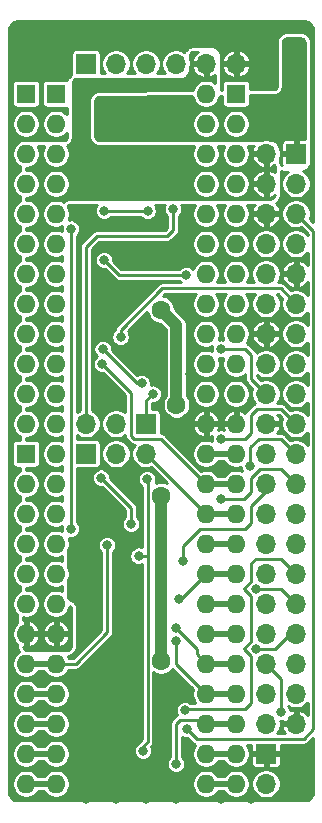
<source format=gbr>
G04 #@! TF.GenerationSoftware,KiCad,Pcbnew,(5.1.9)-1*
G04 #@! TF.CreationDate,2021-03-21T08:29:29+00:00*
G04 #@! TF.ProjectId,RGBtoHDMI Amiga Denise - v2++ by solarmon,52474274-6f48-4444-9d49-20416d696761,v2++*
G04 #@! TF.SameCoordinates,Original*
G04 #@! TF.FileFunction,Copper,L2,Bot*
G04 #@! TF.FilePolarity,Positive*
%FSLAX46Y46*%
G04 Gerber Fmt 4.6, Leading zero omitted, Abs format (unit mm)*
G04 Created by KiCad (PCBNEW (5.1.9)-1) date 2021-03-21 08:29:29*
%MOMM*%
%LPD*%
G01*
G04 APERTURE LIST*
G04 #@! TA.AperFunction,ComponentPad*
%ADD10O,1.600000X1.600000*%
G04 #@! TD*
G04 #@! TA.AperFunction,ComponentPad*
%ADD11R,1.600000X1.600000*%
G04 #@! TD*
G04 #@! TA.AperFunction,ComponentPad*
%ADD12O,1.700000X1.700000*%
G04 #@! TD*
G04 #@! TA.AperFunction,ComponentPad*
%ADD13R,1.700000X1.700000*%
G04 #@! TD*
G04 #@! TA.AperFunction,ViaPad*
%ADD14C,1.000000*%
G04 #@! TD*
G04 #@! TA.AperFunction,ViaPad*
%ADD15C,0.800000*%
G04 #@! TD*
G04 #@! TA.AperFunction,ViaPad*
%ADD16C,1.600000*%
G04 #@! TD*
G04 #@! TA.AperFunction,Conductor*
%ADD17C,1.000000*%
G04 #@! TD*
G04 #@! TA.AperFunction,Conductor*
%ADD18C,0.500000*%
G04 #@! TD*
G04 #@! TA.AperFunction,Conductor*
%ADD19C,0.250000*%
G04 #@! TD*
G04 #@! TA.AperFunction,Conductor*
%ADD20C,0.254000*%
G04 #@! TD*
G04 #@! TA.AperFunction,Conductor*
%ADD21C,0.100000*%
G04 #@! TD*
G04 APERTURE END LIST*
D10*
X134620000Y-119380000D03*
X134620000Y-116840000D03*
X134620000Y-114300000D03*
X134620000Y-111760000D03*
X134620000Y-109220000D03*
X134620000Y-106680000D03*
X134620000Y-104140000D03*
X134620000Y-101600000D03*
X134620000Y-99060000D03*
X134620000Y-96520000D03*
X134620000Y-93980000D03*
X134620000Y-91440000D03*
X134620000Y-88900000D03*
X134620000Y-86360000D03*
X134620000Y-83820000D03*
X134620000Y-81280000D03*
X134620000Y-78740000D03*
X134620000Y-76200000D03*
X134620000Y-73660000D03*
X134620000Y-71120000D03*
X134620000Y-68580000D03*
X134620000Y-66040000D03*
X134620000Y-63500000D03*
D11*
X134620000Y-60960000D03*
D10*
X119380000Y-119380000D03*
X119380000Y-116840000D03*
X119380000Y-114300000D03*
X119380000Y-111760000D03*
X119380000Y-109220000D03*
X119380000Y-106680000D03*
X119380000Y-104140000D03*
X119380000Y-101600000D03*
X119380000Y-99060000D03*
X119380000Y-96520000D03*
X119380000Y-93980000D03*
X119380000Y-91440000D03*
X119380000Y-88900000D03*
X119380000Y-86360000D03*
X119380000Y-83820000D03*
X119380000Y-81280000D03*
X119380000Y-78740000D03*
X119380000Y-76200000D03*
X119380000Y-73660000D03*
X119380000Y-71120000D03*
X119380000Y-68580000D03*
X119380000Y-66040000D03*
X119380000Y-63500000D03*
D11*
X119380000Y-60960000D03*
D12*
X134620000Y-58420000D03*
X132080000Y-58420000D03*
X129540000Y-58420000D03*
X127000000Y-58420000D03*
X124460000Y-58420000D03*
D13*
X121920000Y-58420000D03*
D12*
X121920000Y-88900000D03*
X124460000Y-88900000D03*
D13*
X127000000Y-88900000D03*
X139700000Y-66040000D03*
D12*
X137160000Y-66040000D03*
X139700000Y-68580000D03*
X137160000Y-68580000D03*
X139700000Y-71120000D03*
X137160000Y-71120000D03*
X139700000Y-73660000D03*
X137160000Y-73660000D03*
X139700000Y-76200000D03*
X137160000Y-76200000D03*
X139700000Y-78740000D03*
X137160000Y-78740000D03*
X139700000Y-81280000D03*
X137160000Y-81280000D03*
X139700000Y-83820000D03*
X137160000Y-83820000D03*
X139700000Y-86360000D03*
X137160000Y-86360000D03*
X139700000Y-88900000D03*
X137160000Y-88900000D03*
X139700000Y-91440000D03*
X137160000Y-91440000D03*
X139700000Y-93980000D03*
X137160000Y-93980000D03*
X139700000Y-96520000D03*
X137160000Y-96520000D03*
X139700000Y-99060000D03*
X137160000Y-99060000D03*
X139700000Y-101600000D03*
X137160000Y-101600000D03*
X139700000Y-104140000D03*
X137160000Y-104140000D03*
X139700000Y-106680000D03*
X137160000Y-106680000D03*
X139700000Y-109220000D03*
X137160000Y-109220000D03*
X139700000Y-111760000D03*
X137160000Y-111760000D03*
X139700000Y-114300000D03*
X137160000Y-114300000D03*
D11*
X116840000Y-60960000D03*
D10*
X132080000Y-88900000D03*
X116840000Y-63500000D03*
X132080000Y-86360000D03*
X116840000Y-66040000D03*
X132080000Y-83820000D03*
X116840000Y-68580000D03*
X132080000Y-81280000D03*
X116840000Y-71120000D03*
X132080000Y-78740000D03*
X116840000Y-73660000D03*
X132080000Y-76200000D03*
X116840000Y-76200000D03*
X132080000Y-73660000D03*
X116840000Y-78740000D03*
X132080000Y-71120000D03*
X116840000Y-81280000D03*
X132080000Y-68580000D03*
X116840000Y-83820000D03*
X132080000Y-66040000D03*
X116840000Y-86360000D03*
X132080000Y-63500000D03*
X116840000Y-88900000D03*
X132080000Y-60960000D03*
D11*
X116840000Y-91440000D03*
D10*
X132080000Y-119380000D03*
X116840000Y-93980000D03*
X132080000Y-116840000D03*
X116840000Y-96520000D03*
X132080000Y-114300000D03*
X116840000Y-99060000D03*
X132080000Y-111760000D03*
X116840000Y-101600000D03*
X132080000Y-109220000D03*
X116840000Y-104140000D03*
X132080000Y-106680000D03*
X116840000Y-106680000D03*
X132080000Y-104140000D03*
X116840000Y-109220000D03*
X132080000Y-101600000D03*
X116840000Y-111760000D03*
X132080000Y-99060000D03*
X116840000Y-114300000D03*
X132080000Y-96520000D03*
X116840000Y-116840000D03*
X132080000Y-93980000D03*
X116840000Y-119380000D03*
X132080000Y-91440000D03*
D12*
X137160000Y-119380000D03*
D13*
X137160000Y-116840000D03*
X121920000Y-91440000D03*
D12*
X124460000Y-91440000D03*
X127000000Y-91440000D03*
D14*
X122174000Y-103632000D03*
X122174000Y-117348000D03*
X124079000Y-110744000D03*
D15*
X123825000Y-80568800D03*
X126873000Y-83820000D03*
X122936000Y-86741000D03*
D14*
X124066716Y-96594990D03*
X125476000Y-113411000D03*
X125857000Y-98679000D03*
D15*
X125984000Y-81026000D03*
X126238000Y-75438000D03*
X130683000Y-84709000D03*
X123063000Y-78359000D03*
D14*
X121539000Y-93599000D03*
X121539000Y-106807000D03*
X139700000Y-116840000D03*
X124587000Y-93218000D03*
D15*
X128270000Y-70866000D03*
X130302000Y-73152000D03*
X136271000Y-57150000D03*
X115697000Y-64770000D03*
X115697000Y-67310000D03*
X115697000Y-69850000D03*
X115697000Y-72390000D03*
X115697000Y-74930000D03*
X115697000Y-77470000D03*
X115697000Y-80010000D03*
X115697000Y-82550000D03*
X115697000Y-85090000D03*
X115697000Y-87630000D03*
X115697000Y-95250000D03*
X115697000Y-97790000D03*
X115697000Y-100330000D03*
X115697000Y-102870000D03*
X115697000Y-105410000D03*
X115697000Y-107950000D03*
X115697000Y-110490000D03*
X115697000Y-113030000D03*
X115697000Y-115570000D03*
X115697000Y-118110000D03*
X121920000Y-120650000D03*
X124460000Y-120650000D03*
X127000000Y-120650000D03*
X129540000Y-120650000D03*
D14*
X139700000Y-119380000D03*
D15*
X135890000Y-120650000D03*
X133350000Y-120650000D03*
X133350000Y-56515000D03*
D16*
X128270000Y-94996000D03*
X128270000Y-108966000D03*
X123825000Y-62103000D03*
X129578965Y-87287965D03*
X128269998Y-79248000D03*
D15*
X139445990Y-58293000D03*
X139827000Y-59309004D03*
X123698000Y-99187000D03*
X129794000Y-103759000D03*
X120650000Y-72390004D03*
X120650000Y-97790010D03*
X129540000Y-106208863D03*
X129540000Y-107315000D03*
X129540000Y-117729000D03*
X124841000Y-81534006D03*
X136280306Y-107950000D03*
X133350000Y-95250000D03*
X133350000Y-90169998D03*
X135821847Y-92514847D03*
X130106847Y-100515847D03*
X136280305Y-102870000D03*
X130297340Y-113152340D03*
X130442616Y-114734012D03*
X133350000Y-82550000D03*
X130406091Y-76304091D03*
X123444000Y-75056998D03*
X126365001Y-100076000D03*
X126746000Y-116586000D03*
X127090119Y-93599000D03*
X123190000Y-93472000D03*
X125730000Y-97409000D03*
X123302000Y-83835000D03*
X123331455Y-82576510D03*
X126619000Y-85471006D03*
X129286000Y-70739000D03*
X127571500Y-86360000D03*
X138430000Y-113293306D03*
X127127000Y-70866008D03*
X123444000Y-70866000D03*
D17*
X128270000Y-94996000D02*
X128270000Y-108966000D01*
D18*
X129577127Y-87287965D02*
X129578965Y-87287965D01*
D17*
X129578965Y-80556967D02*
X128269998Y-79248000D01*
X129578965Y-87287965D02*
X129578965Y-80556967D01*
D18*
X116840000Y-119380000D02*
X119380000Y-119380000D01*
X116840000Y-116840000D02*
X119380000Y-116840000D01*
X116840000Y-114300000D02*
X119380000Y-114300000D01*
X116840000Y-111760000D02*
X119380000Y-111760000D01*
X116840000Y-109220000D02*
X119380000Y-109220000D01*
D19*
X123698000Y-99187000D02*
X123698000Y-106553000D01*
X121031000Y-109220000D02*
X119380000Y-109220000D01*
X123698000Y-106553000D02*
X121031000Y-109220000D01*
D18*
X132080000Y-96520000D02*
X134620000Y-96520000D01*
D19*
X132080000Y-96520000D02*
X127000000Y-91440000D01*
D18*
X132080000Y-101600000D02*
X134620000Y-101600000D01*
D19*
X132080000Y-101600000D02*
X129921000Y-103759000D01*
X129921000Y-103759000D02*
X129794000Y-103759000D01*
X120650000Y-72390004D02*
X120650000Y-97790010D01*
D18*
X132080000Y-104140000D02*
X134620000Y-104140000D01*
X132080000Y-106680000D02*
X134620000Y-106680000D01*
X132080000Y-109220000D02*
X134620000Y-109220000D01*
D19*
X131280001Y-107948864D02*
X129540000Y-106208863D01*
X131280001Y-108420001D02*
X131280001Y-107948864D01*
X132080000Y-109220000D02*
X131280001Y-108420001D01*
D18*
X132080000Y-111760000D02*
X134620000Y-111760000D01*
D19*
X132080000Y-111760000D02*
X129540000Y-109220000D01*
X129540000Y-109220000D02*
X129540000Y-107315000D01*
D18*
X132080000Y-114300000D02*
X134620000Y-114300000D01*
D19*
X129850539Y-114009005D02*
X129540000Y-114319544D01*
X129540000Y-114319544D02*
X129540000Y-117729000D01*
X132080000Y-114300000D02*
X131789005Y-114009005D01*
X131789005Y-114009005D02*
X129850539Y-114009005D01*
D18*
X132080000Y-116840000D02*
X134620000Y-116840000D01*
X132080000Y-119380000D02*
X134620000Y-119380000D01*
D19*
X124841000Y-80968321D02*
X124841000Y-81534006D01*
X128382311Y-77427010D02*
X124841000Y-80968321D01*
X138387010Y-77427010D02*
X128382311Y-77427010D01*
X139700000Y-78740000D02*
X138387010Y-77427010D01*
X139192000Y-106680000D02*
X139700000Y-106680000D01*
X136280306Y-107950000D02*
X137922000Y-107950000D01*
X137922000Y-107950000D02*
X139192000Y-106680000D01*
X133915685Y-95250000D02*
X133350000Y-95250000D01*
X138430000Y-92710000D02*
X136652000Y-92710000D01*
X139700000Y-93980000D02*
X138430000Y-92710000D01*
X136652000Y-92710000D02*
X135890000Y-93472000D01*
X135890000Y-93472000D02*
X135890000Y-94679736D01*
X135890000Y-94679736D02*
X135319736Y-95250000D01*
X135319736Y-95250000D02*
X133915685Y-95250000D01*
X135382002Y-90169998D02*
X135890000Y-89662000D01*
X133350000Y-90169998D02*
X135382002Y-90169998D01*
X138850001Y-88050001D02*
X139700000Y-88900000D01*
X135890000Y-89662000D02*
X135890000Y-88138000D01*
X135890000Y-88138000D02*
X136398000Y-87630000D01*
X136398000Y-87630000D02*
X138430000Y-87630000D01*
X138430000Y-87630000D02*
X138850001Y-88050001D01*
X138850001Y-90590001D02*
X139700000Y-91440000D01*
X138430000Y-90170000D02*
X138850001Y-90590001D01*
X136525000Y-90170000D02*
X138430000Y-90170000D01*
X135821847Y-92514847D02*
X135821847Y-90873153D01*
X135821847Y-90873153D02*
X136525000Y-90170000D01*
X137160000Y-94615000D02*
X137160000Y-93980000D01*
X130106847Y-99255153D02*
X131572000Y-97790000D01*
X130106847Y-100515847D02*
X130106847Y-99255153D01*
X131572000Y-97790000D02*
X135382000Y-97790000D01*
X135382000Y-97790000D02*
X135890000Y-97282000D01*
X135890000Y-97282000D02*
X135890000Y-95885000D01*
X135890000Y-95885000D02*
X137160000Y-94615000D01*
X138430000Y-102870000D02*
X139700000Y-104140000D01*
X136280305Y-102870000D02*
X138430000Y-102870000D01*
X135382000Y-113030000D02*
X130419680Y-113030000D01*
X135890000Y-107315000D02*
X135255000Y-107950000D01*
X135890000Y-103505000D02*
X135890000Y-107315000D01*
X138430000Y-100330000D02*
X136271000Y-100330000D01*
X135890000Y-108585000D02*
X135890000Y-112522000D01*
X135255000Y-107950000D02*
X135890000Y-108585000D01*
X139700000Y-101600000D02*
X138430000Y-100330000D01*
X130419680Y-113030000D02*
X130297340Y-113152340D01*
X135890000Y-112522000D02*
X135382000Y-113030000D01*
X136271000Y-100330000D02*
X135890000Y-100711000D01*
X135890000Y-100711000D02*
X135890000Y-102235000D01*
X135890000Y-102235000D02*
X135255000Y-102870000D01*
X135255000Y-102870000D02*
X135890000Y-103505000D01*
X141179990Y-72599990D02*
X139700000Y-71120000D01*
X140335000Y-115570000D02*
X141179990Y-114725010D01*
X141179990Y-114725010D02*
X141179990Y-72599990D01*
X131278604Y-115570000D02*
X140335000Y-115570000D01*
X130442616Y-114734012D02*
X131278604Y-115570000D01*
X135890000Y-83058000D02*
X135382000Y-82550000D01*
X137160000Y-86360000D02*
X135890000Y-85090000D01*
X135890000Y-85090000D02*
X135890000Y-83058000D01*
X135382000Y-82550000D02*
X133350000Y-82550000D01*
X124714002Y-76327000D02*
X123444000Y-75056998D01*
X130383182Y-76327000D02*
X124714002Y-76327000D01*
X130406091Y-76304091D02*
X130383182Y-76327000D01*
X126365007Y-100075994D02*
X126365001Y-100076000D01*
X126853995Y-100075994D02*
X126365007Y-100075994D01*
X126854001Y-100076000D02*
X126853995Y-100075994D01*
X127127000Y-100076000D02*
X126854001Y-100076000D01*
X126746000Y-116205000D02*
X126746000Y-116586000D01*
X127127000Y-115824000D02*
X126746000Y-116205000D01*
X127127000Y-100076000D02*
X127127000Y-115824000D01*
X127127000Y-93635881D02*
X127090119Y-93599000D01*
X127127000Y-100076000D02*
X127127000Y-93635881D01*
D18*
X132080000Y-91440000D02*
X134620000Y-91440000D01*
X132080000Y-99060000D02*
X134620000Y-99060000D01*
D19*
X123190000Y-93472000D02*
X125730000Y-96012000D01*
X125730000Y-96012000D02*
X125730000Y-97409000D01*
D18*
X132080000Y-93980000D02*
X134620000Y-93980000D01*
D19*
X132080000Y-93980000D02*
X128270000Y-90170000D01*
X125730000Y-89915002D02*
X125730000Y-86263000D01*
X128270000Y-90170000D02*
X125984998Y-90170000D01*
X125984998Y-90170000D02*
X125730000Y-89915002D01*
X125730000Y-86263000D02*
X123302000Y-83835000D01*
X126225951Y-85471006D02*
X126619000Y-85471006D01*
X123331455Y-82576510D02*
X126225951Y-85471006D01*
X129286000Y-72517000D02*
X129286000Y-70739000D01*
X122809000Y-73025000D02*
X128778000Y-73025000D01*
X121920000Y-73914000D02*
X122809000Y-73025000D01*
X128778000Y-73025000D02*
X129286000Y-72517000D01*
X121920000Y-88900000D02*
X121920000Y-73914000D01*
X127000000Y-86931500D02*
X127571500Y-86360000D01*
X127000000Y-88900000D02*
X127000000Y-86931500D01*
X138430000Y-110490000D02*
X137160000Y-109220000D01*
X138430000Y-113293306D02*
X138430000Y-110490000D01*
X127127000Y-70866008D02*
X123444008Y-70866008D01*
X123444008Y-70866008D02*
X123444000Y-70866000D01*
D20*
X140273259Y-56314852D02*
X140408148Y-56449741D01*
X140462000Y-56650721D01*
X140462000Y-64807415D01*
X139922250Y-64809000D01*
X139827000Y-64904250D01*
X139827000Y-65913000D01*
X139847000Y-65913000D01*
X139847000Y-66167000D01*
X139827000Y-66167000D01*
X139827000Y-66187000D01*
X139573000Y-66187000D01*
X139573000Y-66167000D01*
X138564250Y-66167000D01*
X138469000Y-66262250D01*
X138467157Y-66890000D01*
X138474513Y-66964689D01*
X138483322Y-66993729D01*
X138356852Y-66867259D01*
X138303000Y-66666279D01*
X138303000Y-66497311D01*
X138343693Y-66399069D01*
X138391000Y-66161243D01*
X138391000Y-65918757D01*
X138343693Y-65680931D01*
X138303000Y-65582689D01*
X138303000Y-65524000D01*
X138298673Y-65491130D01*
X138231686Y-65241130D01*
X138222916Y-65217829D01*
X138209769Y-65196687D01*
X138203905Y-65190000D01*
X138467157Y-65190000D01*
X138469000Y-65817750D01*
X138564250Y-65913000D01*
X139573000Y-65913000D01*
X139573000Y-64904250D01*
X139477750Y-64809000D01*
X138850000Y-64807157D01*
X138775311Y-64814513D01*
X138703492Y-64836299D01*
X138637304Y-64871678D01*
X138579289Y-64919289D01*
X138531678Y-64977304D01*
X138496299Y-65043492D01*
X138474513Y-65115311D01*
X138467157Y-65190000D01*
X138203905Y-65190000D01*
X138198816Y-65184197D01*
X138015803Y-65001184D01*
X137996557Y-64985390D01*
X137974601Y-64973654D01*
X137958870Y-64968314D01*
X137708870Y-64901327D01*
X137676000Y-64897000D01*
X137617311Y-64897000D01*
X137519069Y-64856307D01*
X137281243Y-64809000D01*
X137038757Y-64809000D01*
X136800931Y-64856307D01*
X136702689Y-64897000D01*
X134927354Y-64897000D01*
X134736318Y-64859000D01*
X134503682Y-64859000D01*
X134312646Y-64897000D01*
X132387354Y-64897000D01*
X132196318Y-64859000D01*
X131963682Y-64859000D01*
X131772646Y-64897000D01*
X123071721Y-64897000D01*
X122870741Y-64843148D01*
X122735852Y-64708259D01*
X122682000Y-64507279D01*
X122682000Y-63383682D01*
X130899000Y-63383682D01*
X130899000Y-63616318D01*
X130944386Y-63844485D01*
X131033412Y-64059413D01*
X131162658Y-64252843D01*
X131327157Y-64417342D01*
X131520587Y-64546588D01*
X131735515Y-64635614D01*
X131963682Y-64681000D01*
X132196318Y-64681000D01*
X132424485Y-64635614D01*
X132639413Y-64546588D01*
X132832843Y-64417342D01*
X132997342Y-64252843D01*
X133126588Y-64059413D01*
X133215614Y-63844485D01*
X133261000Y-63616318D01*
X133261000Y-63383682D01*
X133439000Y-63383682D01*
X133439000Y-63616318D01*
X133484386Y-63844485D01*
X133573412Y-64059413D01*
X133702658Y-64252843D01*
X133867157Y-64417342D01*
X134060587Y-64546588D01*
X134275515Y-64635614D01*
X134503682Y-64681000D01*
X134736318Y-64681000D01*
X134964485Y-64635614D01*
X135179413Y-64546588D01*
X135372843Y-64417342D01*
X135537342Y-64252843D01*
X135666588Y-64059413D01*
X135755614Y-63844485D01*
X135801000Y-63616318D01*
X135801000Y-63383682D01*
X135755614Y-63155515D01*
X135666588Y-62940587D01*
X135537342Y-62747157D01*
X135372843Y-62582658D01*
X135179413Y-62453412D01*
X134964485Y-62364386D01*
X134736318Y-62319000D01*
X134503682Y-62319000D01*
X134275515Y-62364386D01*
X134060587Y-62453412D01*
X133867157Y-62582658D01*
X133702658Y-62747157D01*
X133573412Y-62940587D01*
X133484386Y-63155515D01*
X133439000Y-63383682D01*
X133261000Y-63383682D01*
X133215614Y-63155515D01*
X133126588Y-62940587D01*
X132997342Y-62747157D01*
X132832843Y-62582658D01*
X132639413Y-62453412D01*
X132424485Y-62364386D01*
X132196318Y-62319000D01*
X131963682Y-62319000D01*
X131735515Y-62364386D01*
X131520587Y-62453412D01*
X131327157Y-62582658D01*
X131162658Y-62747157D01*
X131033412Y-62940587D01*
X130944386Y-63155515D01*
X130899000Y-63383682D01*
X122682000Y-63383682D01*
X122682000Y-61599648D01*
X122735321Y-61399586D01*
X122869017Y-61264816D01*
X123068650Y-61209895D01*
X130913088Y-61147139D01*
X130944386Y-61304485D01*
X131033412Y-61519413D01*
X131162658Y-61712843D01*
X131327157Y-61877342D01*
X131520587Y-62006588D01*
X131735515Y-62095614D01*
X131963682Y-62141000D01*
X132196318Y-62141000D01*
X132424485Y-62095614D01*
X132639413Y-62006588D01*
X132832843Y-61877342D01*
X132997342Y-61712843D01*
X133126588Y-61519413D01*
X133215614Y-61304485D01*
X133250632Y-61128439D01*
X133437157Y-61126947D01*
X133437157Y-61760000D01*
X133444513Y-61834689D01*
X133466299Y-61906508D01*
X133501678Y-61972696D01*
X133549289Y-62030711D01*
X133607304Y-62078322D01*
X133673492Y-62113701D01*
X133745311Y-62135487D01*
X133820000Y-62142843D01*
X135420000Y-62142843D01*
X135494689Y-62135487D01*
X135566508Y-62113701D01*
X135632696Y-62078322D01*
X135690711Y-62030711D01*
X135738322Y-61972696D01*
X135773701Y-61906508D01*
X135795487Y-61834689D01*
X135802843Y-61760000D01*
X135802843Y-61108021D01*
X137935016Y-61090964D01*
X137967687Y-61086419D01*
X138215993Y-61018108D01*
X138239235Y-61009183D01*
X138260289Y-60995895D01*
X138272467Y-60985100D01*
X138453839Y-60802271D01*
X138469556Y-60782962D01*
X138481204Y-60760959D01*
X138486394Y-60745534D01*
X138552716Y-60496690D01*
X138557000Y-60463984D01*
X138557000Y-56650721D01*
X138610852Y-56449741D01*
X138745741Y-56314852D01*
X138946721Y-56261000D01*
X140072279Y-56261000D01*
X140273259Y-56314852D01*
G04 #@! TA.AperFunction,Conductor*
D21*
G36*
X140273259Y-56314852D02*
G01*
X140408148Y-56449741D01*
X140462000Y-56650721D01*
X140462000Y-64807415D01*
X139922250Y-64809000D01*
X139827000Y-64904250D01*
X139827000Y-65913000D01*
X139847000Y-65913000D01*
X139847000Y-66167000D01*
X139827000Y-66167000D01*
X139827000Y-66187000D01*
X139573000Y-66187000D01*
X139573000Y-66167000D01*
X138564250Y-66167000D01*
X138469000Y-66262250D01*
X138467157Y-66890000D01*
X138474513Y-66964689D01*
X138483322Y-66993729D01*
X138356852Y-66867259D01*
X138303000Y-66666279D01*
X138303000Y-66497311D01*
X138343693Y-66399069D01*
X138391000Y-66161243D01*
X138391000Y-65918757D01*
X138343693Y-65680931D01*
X138303000Y-65582689D01*
X138303000Y-65524000D01*
X138298673Y-65491130D01*
X138231686Y-65241130D01*
X138222916Y-65217829D01*
X138209769Y-65196687D01*
X138203905Y-65190000D01*
X138467157Y-65190000D01*
X138469000Y-65817750D01*
X138564250Y-65913000D01*
X139573000Y-65913000D01*
X139573000Y-64904250D01*
X139477750Y-64809000D01*
X138850000Y-64807157D01*
X138775311Y-64814513D01*
X138703492Y-64836299D01*
X138637304Y-64871678D01*
X138579289Y-64919289D01*
X138531678Y-64977304D01*
X138496299Y-65043492D01*
X138474513Y-65115311D01*
X138467157Y-65190000D01*
X138203905Y-65190000D01*
X138198816Y-65184197D01*
X138015803Y-65001184D01*
X137996557Y-64985390D01*
X137974601Y-64973654D01*
X137958870Y-64968314D01*
X137708870Y-64901327D01*
X137676000Y-64897000D01*
X137617311Y-64897000D01*
X137519069Y-64856307D01*
X137281243Y-64809000D01*
X137038757Y-64809000D01*
X136800931Y-64856307D01*
X136702689Y-64897000D01*
X134927354Y-64897000D01*
X134736318Y-64859000D01*
X134503682Y-64859000D01*
X134312646Y-64897000D01*
X132387354Y-64897000D01*
X132196318Y-64859000D01*
X131963682Y-64859000D01*
X131772646Y-64897000D01*
X123071721Y-64897000D01*
X122870741Y-64843148D01*
X122735852Y-64708259D01*
X122682000Y-64507279D01*
X122682000Y-63383682D01*
X130899000Y-63383682D01*
X130899000Y-63616318D01*
X130944386Y-63844485D01*
X131033412Y-64059413D01*
X131162658Y-64252843D01*
X131327157Y-64417342D01*
X131520587Y-64546588D01*
X131735515Y-64635614D01*
X131963682Y-64681000D01*
X132196318Y-64681000D01*
X132424485Y-64635614D01*
X132639413Y-64546588D01*
X132832843Y-64417342D01*
X132997342Y-64252843D01*
X133126588Y-64059413D01*
X133215614Y-63844485D01*
X133261000Y-63616318D01*
X133261000Y-63383682D01*
X133439000Y-63383682D01*
X133439000Y-63616318D01*
X133484386Y-63844485D01*
X133573412Y-64059413D01*
X133702658Y-64252843D01*
X133867157Y-64417342D01*
X134060587Y-64546588D01*
X134275515Y-64635614D01*
X134503682Y-64681000D01*
X134736318Y-64681000D01*
X134964485Y-64635614D01*
X135179413Y-64546588D01*
X135372843Y-64417342D01*
X135537342Y-64252843D01*
X135666588Y-64059413D01*
X135755614Y-63844485D01*
X135801000Y-63616318D01*
X135801000Y-63383682D01*
X135755614Y-63155515D01*
X135666588Y-62940587D01*
X135537342Y-62747157D01*
X135372843Y-62582658D01*
X135179413Y-62453412D01*
X134964485Y-62364386D01*
X134736318Y-62319000D01*
X134503682Y-62319000D01*
X134275515Y-62364386D01*
X134060587Y-62453412D01*
X133867157Y-62582658D01*
X133702658Y-62747157D01*
X133573412Y-62940587D01*
X133484386Y-63155515D01*
X133439000Y-63383682D01*
X133261000Y-63383682D01*
X133215614Y-63155515D01*
X133126588Y-62940587D01*
X132997342Y-62747157D01*
X132832843Y-62582658D01*
X132639413Y-62453412D01*
X132424485Y-62364386D01*
X132196318Y-62319000D01*
X131963682Y-62319000D01*
X131735515Y-62364386D01*
X131520587Y-62453412D01*
X131327157Y-62582658D01*
X131162658Y-62747157D01*
X131033412Y-62940587D01*
X130944386Y-63155515D01*
X130899000Y-63383682D01*
X122682000Y-63383682D01*
X122682000Y-61599648D01*
X122735321Y-61399586D01*
X122869017Y-61264816D01*
X123068650Y-61209895D01*
X130913088Y-61147139D01*
X130944386Y-61304485D01*
X131033412Y-61519413D01*
X131162658Y-61712843D01*
X131327157Y-61877342D01*
X131520587Y-62006588D01*
X131735515Y-62095614D01*
X131963682Y-62141000D01*
X132196318Y-62141000D01*
X132424485Y-62095614D01*
X132639413Y-62006588D01*
X132832843Y-61877342D01*
X132997342Y-61712843D01*
X133126588Y-61519413D01*
X133215614Y-61304485D01*
X133250632Y-61128439D01*
X133437157Y-61126947D01*
X133437157Y-61760000D01*
X133444513Y-61834689D01*
X133466299Y-61906508D01*
X133501678Y-61972696D01*
X133549289Y-62030711D01*
X133607304Y-62078322D01*
X133673492Y-62113701D01*
X133745311Y-62135487D01*
X133820000Y-62142843D01*
X135420000Y-62142843D01*
X135494689Y-62135487D01*
X135566508Y-62113701D01*
X135632696Y-62078322D01*
X135690711Y-62030711D01*
X135738322Y-61972696D01*
X135773701Y-61906508D01*
X135795487Y-61834689D01*
X135802843Y-61760000D01*
X135802843Y-61108021D01*
X137935016Y-61090964D01*
X137967687Y-61086419D01*
X138215993Y-61018108D01*
X138239235Y-61009183D01*
X138260289Y-60995895D01*
X138272467Y-60985100D01*
X138453839Y-60802271D01*
X138469556Y-60782962D01*
X138481204Y-60760959D01*
X138486394Y-60745534D01*
X138552716Y-60496690D01*
X138557000Y-60463984D01*
X138557000Y-56650721D01*
X138610852Y-56449741D01*
X138745741Y-56314852D01*
X138946721Y-56261000D01*
X140072279Y-56261000D01*
X140273259Y-56314852D01*
G37*
G04 #@! TD.AperFunction*
D20*
X140590135Y-54851870D02*
X140713388Y-54889082D01*
X140827068Y-54949526D01*
X140926841Y-55030899D01*
X141008911Y-55130105D01*
X141070147Y-55243357D01*
X141108220Y-55366352D01*
X141124000Y-55516492D01*
X141124000Y-71828409D01*
X140851758Y-71556167D01*
X140883693Y-71479069D01*
X140931000Y-71241243D01*
X140931000Y-70998757D01*
X140883693Y-70760931D01*
X140790898Y-70536903D01*
X140656180Y-70335283D01*
X140484717Y-70163820D01*
X140283097Y-70029102D01*
X140059069Y-69936307D01*
X139821243Y-69889000D01*
X139578757Y-69889000D01*
X139340931Y-69936307D01*
X139116903Y-70029102D01*
X138915283Y-70163820D01*
X138743820Y-70335283D01*
X138609102Y-70536903D01*
X138516307Y-70760931D01*
X138469000Y-70998757D01*
X138469000Y-71241243D01*
X138516307Y-71479069D01*
X138609102Y-71703097D01*
X138743820Y-71904717D01*
X138915283Y-72076180D01*
X139116903Y-72210898D01*
X139340931Y-72303693D01*
X139578757Y-72351000D01*
X139821243Y-72351000D01*
X140059069Y-72303693D01*
X140136167Y-72271758D01*
X140673991Y-72809583D01*
X140673991Y-72901939D01*
X140656180Y-72875283D01*
X140484717Y-72703820D01*
X140283097Y-72569102D01*
X140059069Y-72476307D01*
X139821243Y-72429000D01*
X139578757Y-72429000D01*
X139340931Y-72476307D01*
X139116903Y-72569102D01*
X138915283Y-72703820D01*
X138743820Y-72875283D01*
X138609102Y-73076903D01*
X138516307Y-73300931D01*
X138469000Y-73538757D01*
X138469000Y-73781243D01*
X138516307Y-74019069D01*
X138609102Y-74243097D01*
X138743820Y-74444717D01*
X138915283Y-74616180D01*
X139116903Y-74750898D01*
X139340931Y-74843693D01*
X139578757Y-74891000D01*
X139821243Y-74891000D01*
X140059069Y-74843693D01*
X140283097Y-74750898D01*
X140484717Y-74616180D01*
X140656180Y-74444717D01*
X140673991Y-74418061D01*
X140673991Y-75456069D01*
X140624408Y-75387076D01*
X140448052Y-75222353D01*
X140242949Y-75095201D01*
X140016981Y-75010505D01*
X139827000Y-75070813D01*
X139827000Y-76073000D01*
X139847000Y-76073000D01*
X139847000Y-76327000D01*
X139827000Y-76327000D01*
X139827000Y-77329187D01*
X140016981Y-77389495D01*
X140242949Y-77304799D01*
X140448052Y-77177647D01*
X140624408Y-77012924D01*
X140673991Y-76943931D01*
X140673991Y-77981939D01*
X140656180Y-77955283D01*
X140484717Y-77783820D01*
X140283097Y-77649102D01*
X140059069Y-77556307D01*
X139821243Y-77509000D01*
X139578757Y-77509000D01*
X139340931Y-77556307D01*
X139263833Y-77588242D01*
X138762386Y-77086795D01*
X138746537Y-77067483D01*
X138669489Y-77004251D01*
X138581585Y-76957265D01*
X138486203Y-76928332D01*
X138411864Y-76921010D01*
X138411856Y-76921010D01*
X138387010Y-76918563D01*
X138362164Y-76921010D01*
X138158748Y-76921010D01*
X138250898Y-76783097D01*
X138343693Y-76559069D01*
X138352065Y-76516980D01*
X138510511Y-76516980D01*
X138534866Y-76597288D01*
X138634761Y-76816961D01*
X138775592Y-77012924D01*
X138951948Y-77177647D01*
X139157051Y-77304799D01*
X139383019Y-77389495D01*
X139573000Y-77329187D01*
X139573000Y-76327000D01*
X138571373Y-76327000D01*
X138510511Y-76516980D01*
X138352065Y-76516980D01*
X138391000Y-76321243D01*
X138391000Y-76078757D01*
X138352066Y-75883020D01*
X138510511Y-75883020D01*
X138571373Y-76073000D01*
X139573000Y-76073000D01*
X139573000Y-75070813D01*
X139383019Y-75010505D01*
X139157051Y-75095201D01*
X138951948Y-75222353D01*
X138775592Y-75387076D01*
X138634761Y-75583039D01*
X138534866Y-75802712D01*
X138510511Y-75883020D01*
X138352066Y-75883020D01*
X138343693Y-75840931D01*
X138250898Y-75616903D01*
X138116180Y-75415283D01*
X137944717Y-75243820D01*
X137743097Y-75109102D01*
X137519069Y-75016307D01*
X137281243Y-74969000D01*
X137038757Y-74969000D01*
X136800931Y-75016307D01*
X136576903Y-75109102D01*
X136375283Y-75243820D01*
X136203820Y-75415283D01*
X136069102Y-75616903D01*
X135976307Y-75840931D01*
X135929000Y-76078757D01*
X135929000Y-76321243D01*
X135976307Y-76559069D01*
X136069102Y-76783097D01*
X136161252Y-76921010D01*
X135558612Y-76921010D01*
X135666588Y-76759413D01*
X135755614Y-76544485D01*
X135801000Y-76316318D01*
X135801000Y-76083682D01*
X135755614Y-75855515D01*
X135666588Y-75640587D01*
X135537342Y-75447157D01*
X135372843Y-75282658D01*
X135179413Y-75153412D01*
X134964485Y-75064386D01*
X134736318Y-75019000D01*
X134503682Y-75019000D01*
X134275515Y-75064386D01*
X134060587Y-75153412D01*
X133867157Y-75282658D01*
X133702658Y-75447157D01*
X133573412Y-75640587D01*
X133484386Y-75855515D01*
X133439000Y-76083682D01*
X133439000Y-76316318D01*
X133484386Y-76544485D01*
X133573412Y-76759413D01*
X133681388Y-76921010D01*
X133018612Y-76921010D01*
X133126588Y-76759413D01*
X133215614Y-76544485D01*
X133261000Y-76316318D01*
X133261000Y-76083682D01*
X133215614Y-75855515D01*
X133126588Y-75640587D01*
X132997342Y-75447157D01*
X132832843Y-75282658D01*
X132639413Y-75153412D01*
X132424485Y-75064386D01*
X132196318Y-75019000D01*
X131963682Y-75019000D01*
X131735515Y-75064386D01*
X131520587Y-75153412D01*
X131327157Y-75282658D01*
X131162658Y-75447157D01*
X131033412Y-75640587D01*
X130978839Y-75772338D01*
X130903950Y-75697449D01*
X130776033Y-75611978D01*
X130633900Y-75553104D01*
X130483013Y-75523091D01*
X130329169Y-75523091D01*
X130178282Y-75553104D01*
X130036149Y-75611978D01*
X129908232Y-75697449D01*
X129799449Y-75806232D01*
X129789581Y-75821000D01*
X124923594Y-75821000D01*
X124225000Y-75122407D01*
X124225000Y-74980076D01*
X124194987Y-74829189D01*
X124136113Y-74687056D01*
X124050642Y-74559139D01*
X123941859Y-74450356D01*
X123813942Y-74364885D01*
X123671809Y-74306011D01*
X123520922Y-74275998D01*
X123367078Y-74275998D01*
X123216191Y-74306011D01*
X123074058Y-74364885D01*
X122946141Y-74450356D01*
X122837358Y-74559139D01*
X122751887Y-74687056D01*
X122693013Y-74829189D01*
X122663000Y-74980076D01*
X122663000Y-75133920D01*
X122693013Y-75284807D01*
X122751887Y-75426940D01*
X122837358Y-75554857D01*
X122946141Y-75663640D01*
X123074058Y-75749111D01*
X123216191Y-75807985D01*
X123367078Y-75837998D01*
X123509409Y-75837998D01*
X124338630Y-76667220D01*
X124354475Y-76686527D01*
X124431523Y-76749759D01*
X124519427Y-76796745D01*
X124614809Y-76825678D01*
X124689148Y-76833000D01*
X124689155Y-76833000D01*
X124714001Y-76835447D01*
X124738847Y-76833000D01*
X129830499Y-76833000D01*
X129908232Y-76910733D01*
X129923613Y-76921010D01*
X128407156Y-76921010D01*
X128382310Y-76918563D01*
X128357464Y-76921010D01*
X128357457Y-76921010D01*
X128283118Y-76928332D01*
X128187736Y-76957265D01*
X128099832Y-77004251D01*
X128022784Y-77067483D01*
X128006939Y-77086790D01*
X124500785Y-80592945D01*
X124481473Y-80608794D01*
X124418241Y-80685842D01*
X124371255Y-80773747D01*
X124342322Y-80869129D01*
X124335870Y-80934635D01*
X124234358Y-81036147D01*
X124148887Y-81164064D01*
X124090013Y-81306197D01*
X124060000Y-81457084D01*
X124060000Y-81610928D01*
X124090013Y-81761815D01*
X124148887Y-81903948D01*
X124234358Y-82031865D01*
X124343141Y-82140648D01*
X124471058Y-82226119D01*
X124613191Y-82284993D01*
X124764078Y-82315006D01*
X124917922Y-82315006D01*
X125068809Y-82284993D01*
X125210942Y-82226119D01*
X125338859Y-82140648D01*
X125447642Y-82031865D01*
X125533113Y-81903948D01*
X125591987Y-81761815D01*
X125622000Y-81610928D01*
X125622000Y-81457084D01*
X125591987Y-81306197D01*
X125533113Y-81164064D01*
X125464114Y-81060799D01*
X127100877Y-79424036D01*
X127134384Y-79592485D01*
X127223410Y-79807413D01*
X127352656Y-80000843D01*
X127517155Y-80165342D01*
X127710585Y-80294588D01*
X127925513Y-80383614D01*
X128153680Y-80429000D01*
X128205077Y-80429000D01*
X128697966Y-80921890D01*
X128697965Y-86498780D01*
X128661623Y-86535122D01*
X128532377Y-86728552D01*
X128443351Y-86943480D01*
X128397965Y-87171647D01*
X128397965Y-87404283D01*
X128443351Y-87632450D01*
X128532377Y-87847378D01*
X128661623Y-88040808D01*
X128826122Y-88205307D01*
X129019552Y-88334553D01*
X129234480Y-88423579D01*
X129462647Y-88468965D01*
X129695283Y-88468965D01*
X129923450Y-88423579D01*
X130138378Y-88334553D01*
X130331808Y-88205307D01*
X130496307Y-88040808D01*
X130625553Y-87847378D01*
X130714579Y-87632450D01*
X130759965Y-87404283D01*
X130759965Y-87171647D01*
X130714579Y-86943480D01*
X130625553Y-86728552D01*
X130496307Y-86535122D01*
X130459965Y-86498780D01*
X130459965Y-86243682D01*
X130899000Y-86243682D01*
X130899000Y-86476318D01*
X130944386Y-86704485D01*
X131033412Y-86919413D01*
X131162658Y-87112843D01*
X131327157Y-87277342D01*
X131520587Y-87406588D01*
X131735515Y-87495614D01*
X131963682Y-87541000D01*
X132196318Y-87541000D01*
X132424485Y-87495614D01*
X132639413Y-87406588D01*
X132832843Y-87277342D01*
X132997342Y-87112843D01*
X133126588Y-86919413D01*
X133215614Y-86704485D01*
X133261000Y-86476318D01*
X133261000Y-86243682D01*
X133439000Y-86243682D01*
X133439000Y-86476318D01*
X133484386Y-86704485D01*
X133573412Y-86919413D01*
X133702658Y-87112843D01*
X133867157Y-87277342D01*
X134060587Y-87406588D01*
X134275515Y-87495614D01*
X134503682Y-87541000D01*
X134736318Y-87541000D01*
X134964485Y-87495614D01*
X135179413Y-87406588D01*
X135372843Y-87277342D01*
X135537342Y-87112843D01*
X135666588Y-86919413D01*
X135755614Y-86704485D01*
X135801000Y-86476318D01*
X135801000Y-86243682D01*
X135755614Y-86015515D01*
X135666588Y-85800587D01*
X135537342Y-85607157D01*
X135372843Y-85442658D01*
X135179413Y-85313412D01*
X134964485Y-85224386D01*
X134736318Y-85179000D01*
X134503682Y-85179000D01*
X134275515Y-85224386D01*
X134060587Y-85313412D01*
X133867157Y-85442658D01*
X133702658Y-85607157D01*
X133573412Y-85800587D01*
X133484386Y-86015515D01*
X133439000Y-86243682D01*
X133261000Y-86243682D01*
X133215614Y-86015515D01*
X133126588Y-85800587D01*
X132997342Y-85607157D01*
X132832843Y-85442658D01*
X132639413Y-85313412D01*
X132424485Y-85224386D01*
X132196318Y-85179000D01*
X131963682Y-85179000D01*
X131735515Y-85224386D01*
X131520587Y-85313412D01*
X131327157Y-85442658D01*
X131162658Y-85607157D01*
X131033412Y-85800587D01*
X130944386Y-86015515D01*
X130899000Y-86243682D01*
X130459965Y-86243682D01*
X130459965Y-80600237D01*
X130464227Y-80556967D01*
X130458476Y-80498576D01*
X130447217Y-80384261D01*
X130396840Y-80218192D01*
X130357390Y-80144386D01*
X130315033Y-80065141D01*
X130232524Y-79964604D01*
X130204940Y-79930992D01*
X130171326Y-79903406D01*
X129450998Y-79183079D01*
X129450998Y-79131682D01*
X129405612Y-78903515D01*
X129316586Y-78688587D01*
X129187340Y-78495157D01*
X129022841Y-78330658D01*
X128829411Y-78201412D01*
X128614483Y-78112386D01*
X128446034Y-78078879D01*
X128591903Y-77933010D01*
X131216805Y-77933010D01*
X131162658Y-77987157D01*
X131033412Y-78180587D01*
X130944386Y-78395515D01*
X130899000Y-78623682D01*
X130899000Y-78856318D01*
X130944386Y-79084485D01*
X131033412Y-79299413D01*
X131162658Y-79492843D01*
X131327157Y-79657342D01*
X131520587Y-79786588D01*
X131735515Y-79875614D01*
X131963682Y-79921000D01*
X132196318Y-79921000D01*
X132424485Y-79875614D01*
X132639413Y-79786588D01*
X132832843Y-79657342D01*
X132997342Y-79492843D01*
X133126588Y-79299413D01*
X133215614Y-79084485D01*
X133261000Y-78856318D01*
X133261000Y-78623682D01*
X133215614Y-78395515D01*
X133126588Y-78180587D01*
X132997342Y-77987157D01*
X132943195Y-77933010D01*
X133756805Y-77933010D01*
X133702658Y-77987157D01*
X133573412Y-78180587D01*
X133484386Y-78395515D01*
X133439000Y-78623682D01*
X133439000Y-78856318D01*
X133484386Y-79084485D01*
X133573412Y-79299413D01*
X133702658Y-79492843D01*
X133867157Y-79657342D01*
X134060587Y-79786588D01*
X134275515Y-79875614D01*
X134503682Y-79921000D01*
X134736318Y-79921000D01*
X134964485Y-79875614D01*
X135179413Y-79786588D01*
X135372843Y-79657342D01*
X135537342Y-79492843D01*
X135666588Y-79299413D01*
X135755614Y-79084485D01*
X135801000Y-78856318D01*
X135801000Y-78623682D01*
X135755614Y-78395515D01*
X135666588Y-78180587D01*
X135537342Y-77987157D01*
X135483195Y-77933010D01*
X136226093Y-77933010D01*
X136203820Y-77955283D01*
X136069102Y-78156903D01*
X135976307Y-78380931D01*
X135929000Y-78618757D01*
X135929000Y-78861243D01*
X135976307Y-79099069D01*
X136069102Y-79323097D01*
X136203820Y-79524717D01*
X136375283Y-79696180D01*
X136576903Y-79830898D01*
X136800931Y-79923693D01*
X137038757Y-79971000D01*
X137281243Y-79971000D01*
X137519069Y-79923693D01*
X137743097Y-79830898D01*
X137944717Y-79696180D01*
X138116180Y-79524717D01*
X138250898Y-79323097D01*
X138343693Y-79099069D01*
X138391000Y-78861243D01*
X138391000Y-78618757D01*
X138343693Y-78380931D01*
X138250898Y-78156903D01*
X138116180Y-77955283D01*
X138093907Y-77933010D01*
X138177419Y-77933010D01*
X138548242Y-78303833D01*
X138516307Y-78380931D01*
X138469000Y-78618757D01*
X138469000Y-78861243D01*
X138516307Y-79099069D01*
X138609102Y-79323097D01*
X138743820Y-79524717D01*
X138915283Y-79696180D01*
X139116903Y-79830898D01*
X139340931Y-79923693D01*
X139578757Y-79971000D01*
X139821243Y-79971000D01*
X140059069Y-79923693D01*
X140283097Y-79830898D01*
X140484717Y-79696180D01*
X140656180Y-79524717D01*
X140673991Y-79498061D01*
X140673991Y-80521939D01*
X140656180Y-80495283D01*
X140484717Y-80323820D01*
X140283097Y-80189102D01*
X140059069Y-80096307D01*
X139821243Y-80049000D01*
X139578757Y-80049000D01*
X139340931Y-80096307D01*
X139116903Y-80189102D01*
X138915283Y-80323820D01*
X138743820Y-80495283D01*
X138609102Y-80696903D01*
X138516307Y-80920931D01*
X138469000Y-81158757D01*
X138469000Y-81401243D01*
X138516307Y-81639069D01*
X138609102Y-81863097D01*
X138743820Y-82064717D01*
X138915283Y-82236180D01*
X139116903Y-82370898D01*
X139340931Y-82463693D01*
X139578757Y-82511000D01*
X139821243Y-82511000D01*
X140059069Y-82463693D01*
X140283097Y-82370898D01*
X140484717Y-82236180D01*
X140656180Y-82064717D01*
X140673991Y-82038061D01*
X140673991Y-83061939D01*
X140656180Y-83035283D01*
X140484717Y-82863820D01*
X140283097Y-82729102D01*
X140059069Y-82636307D01*
X139821243Y-82589000D01*
X139578757Y-82589000D01*
X139340931Y-82636307D01*
X139116903Y-82729102D01*
X138915283Y-82863820D01*
X138743820Y-83035283D01*
X138609102Y-83236903D01*
X138516307Y-83460931D01*
X138469000Y-83698757D01*
X138469000Y-83941243D01*
X138516307Y-84179069D01*
X138609102Y-84403097D01*
X138743820Y-84604717D01*
X138915283Y-84776180D01*
X139116903Y-84910898D01*
X139340931Y-85003693D01*
X139578757Y-85051000D01*
X139821243Y-85051000D01*
X140059069Y-85003693D01*
X140283097Y-84910898D01*
X140484717Y-84776180D01*
X140656180Y-84604717D01*
X140673991Y-84578061D01*
X140673991Y-85601939D01*
X140656180Y-85575283D01*
X140484717Y-85403820D01*
X140283097Y-85269102D01*
X140059069Y-85176307D01*
X139821243Y-85129000D01*
X139578757Y-85129000D01*
X139340931Y-85176307D01*
X139116903Y-85269102D01*
X138915283Y-85403820D01*
X138743820Y-85575283D01*
X138609102Y-85776903D01*
X138516307Y-86000931D01*
X138469000Y-86238757D01*
X138469000Y-86481243D01*
X138516307Y-86719069D01*
X138609102Y-86943097D01*
X138743820Y-87144717D01*
X138915283Y-87316180D01*
X139116903Y-87450898D01*
X139340931Y-87543693D01*
X139578757Y-87591000D01*
X139821243Y-87591000D01*
X140059069Y-87543693D01*
X140283097Y-87450898D01*
X140484717Y-87316180D01*
X140656180Y-87144717D01*
X140673991Y-87118061D01*
X140673991Y-88141939D01*
X140656180Y-88115283D01*
X140484717Y-87943820D01*
X140283097Y-87809102D01*
X140059069Y-87716307D01*
X139821243Y-87669000D01*
X139578757Y-87669000D01*
X139340931Y-87716307D01*
X139263833Y-87748242D01*
X139225375Y-87709784D01*
X139225371Y-87709779D01*
X138805376Y-87289785D01*
X138789527Y-87270473D01*
X138712479Y-87207241D01*
X138624575Y-87160255D01*
X138529193Y-87131322D01*
X138454854Y-87124000D01*
X138454846Y-87124000D01*
X138430000Y-87121553D01*
X138405154Y-87124000D01*
X138130023Y-87124000D01*
X138250898Y-86943097D01*
X138343693Y-86719069D01*
X138391000Y-86481243D01*
X138391000Y-86238757D01*
X138343693Y-86000931D01*
X138250898Y-85776903D01*
X138116180Y-85575283D01*
X137944717Y-85403820D01*
X137743097Y-85269102D01*
X137519069Y-85176307D01*
X137281243Y-85129000D01*
X137038757Y-85129000D01*
X136800931Y-85176307D01*
X136723833Y-85208242D01*
X136396000Y-84880409D01*
X136396000Y-84790023D01*
X136576903Y-84910898D01*
X136800931Y-85003693D01*
X137038757Y-85051000D01*
X137281243Y-85051000D01*
X137519069Y-85003693D01*
X137743097Y-84910898D01*
X137944717Y-84776180D01*
X138116180Y-84604717D01*
X138250898Y-84403097D01*
X138343693Y-84179069D01*
X138391000Y-83941243D01*
X138391000Y-83698757D01*
X138343693Y-83460931D01*
X138250898Y-83236903D01*
X138116180Y-83035283D01*
X137944717Y-82863820D01*
X137743097Y-82729102D01*
X137519069Y-82636307D01*
X137281243Y-82589000D01*
X137038757Y-82589000D01*
X136800931Y-82636307D01*
X136576903Y-82729102D01*
X136375283Y-82863820D01*
X136363453Y-82875650D01*
X136359745Y-82863425D01*
X136312759Y-82775521D01*
X136249527Y-82698473D01*
X136230220Y-82682628D01*
X135757376Y-82209785D01*
X135741527Y-82190473D01*
X135664479Y-82127241D01*
X135576575Y-82080255D01*
X135510096Y-82060089D01*
X135537342Y-82032843D01*
X135666588Y-81839413D01*
X135755614Y-81624485D01*
X135761085Y-81596980D01*
X135970511Y-81596980D01*
X135994866Y-81677288D01*
X136094761Y-81896961D01*
X136235592Y-82092924D01*
X136411948Y-82257647D01*
X136617051Y-82384799D01*
X136843019Y-82469495D01*
X137033000Y-82409187D01*
X137033000Y-81407000D01*
X137287000Y-81407000D01*
X137287000Y-82409187D01*
X137476981Y-82469495D01*
X137702949Y-82384799D01*
X137908052Y-82257647D01*
X138084408Y-82092924D01*
X138225239Y-81896961D01*
X138325134Y-81677288D01*
X138349489Y-81596980D01*
X138288627Y-81407000D01*
X137287000Y-81407000D01*
X137033000Y-81407000D01*
X136031373Y-81407000D01*
X135970511Y-81596980D01*
X135761085Y-81596980D01*
X135801000Y-81396318D01*
X135801000Y-81163682D01*
X135761086Y-80963020D01*
X135970511Y-80963020D01*
X136031373Y-81153000D01*
X137033000Y-81153000D01*
X137033000Y-80150813D01*
X137287000Y-80150813D01*
X137287000Y-81153000D01*
X138288627Y-81153000D01*
X138349489Y-80963020D01*
X138325134Y-80882712D01*
X138225239Y-80663039D01*
X138084408Y-80467076D01*
X137908052Y-80302353D01*
X137702949Y-80175201D01*
X137476981Y-80090505D01*
X137287000Y-80150813D01*
X137033000Y-80150813D01*
X136843019Y-80090505D01*
X136617051Y-80175201D01*
X136411948Y-80302353D01*
X136235592Y-80467076D01*
X136094761Y-80663039D01*
X135994866Y-80882712D01*
X135970511Y-80963020D01*
X135761086Y-80963020D01*
X135755614Y-80935515D01*
X135666588Y-80720587D01*
X135537342Y-80527157D01*
X135372843Y-80362658D01*
X135179413Y-80233412D01*
X134964485Y-80144386D01*
X134736318Y-80099000D01*
X134503682Y-80099000D01*
X134275515Y-80144386D01*
X134060587Y-80233412D01*
X133867157Y-80362658D01*
X133702658Y-80527157D01*
X133573412Y-80720587D01*
X133484386Y-80935515D01*
X133439000Y-81163682D01*
X133439000Y-81396318D01*
X133484386Y-81624485D01*
X133554780Y-81794432D01*
X133426922Y-81769000D01*
X133273078Y-81769000D01*
X133145220Y-81794432D01*
X133215614Y-81624485D01*
X133261000Y-81396318D01*
X133261000Y-81163682D01*
X133215614Y-80935515D01*
X133126588Y-80720587D01*
X132997342Y-80527157D01*
X132832843Y-80362658D01*
X132639413Y-80233412D01*
X132424485Y-80144386D01*
X132196318Y-80099000D01*
X131963682Y-80099000D01*
X131735515Y-80144386D01*
X131520587Y-80233412D01*
X131327157Y-80362658D01*
X131162658Y-80527157D01*
X131033412Y-80720587D01*
X130944386Y-80935515D01*
X130899000Y-81163682D01*
X130899000Y-81396318D01*
X130944386Y-81624485D01*
X131033412Y-81839413D01*
X131162658Y-82032843D01*
X131327157Y-82197342D01*
X131520587Y-82326588D01*
X131735515Y-82415614D01*
X131963682Y-82461000D01*
X132196318Y-82461000D01*
X132424485Y-82415614D01*
X132594432Y-82345220D01*
X132569000Y-82473078D01*
X132569000Y-82626922D01*
X132594432Y-82754780D01*
X132424485Y-82684386D01*
X132196318Y-82639000D01*
X131963682Y-82639000D01*
X131735515Y-82684386D01*
X131520587Y-82773412D01*
X131327157Y-82902658D01*
X131162658Y-83067157D01*
X131033412Y-83260587D01*
X130944386Y-83475515D01*
X130899000Y-83703682D01*
X130899000Y-83936318D01*
X130944386Y-84164485D01*
X131033412Y-84379413D01*
X131162658Y-84572843D01*
X131327157Y-84737342D01*
X131520587Y-84866588D01*
X131735515Y-84955614D01*
X131963682Y-85001000D01*
X132196318Y-85001000D01*
X132424485Y-84955614D01*
X132639413Y-84866588D01*
X132832843Y-84737342D01*
X132997342Y-84572843D01*
X133126588Y-84379413D01*
X133215614Y-84164485D01*
X133261000Y-83936318D01*
X133261000Y-83703682D01*
X133215614Y-83475515D01*
X133145220Y-83305568D01*
X133273078Y-83331000D01*
X133426922Y-83331000D01*
X133554780Y-83305568D01*
X133484386Y-83475515D01*
X133439000Y-83703682D01*
X133439000Y-83936318D01*
X133484386Y-84164485D01*
X133573412Y-84379413D01*
X133702658Y-84572843D01*
X133867157Y-84737342D01*
X134060587Y-84866588D01*
X134275515Y-84955614D01*
X134503682Y-85001000D01*
X134736318Y-85001000D01*
X134964485Y-84955614D01*
X135179413Y-84866588D01*
X135372843Y-84737342D01*
X135384000Y-84726185D01*
X135384000Y-85065154D01*
X135381553Y-85090000D01*
X135384000Y-85114846D01*
X135384000Y-85114853D01*
X135391322Y-85189192D01*
X135420255Y-85284574D01*
X135467241Y-85372479D01*
X135530473Y-85449527D01*
X135549785Y-85465376D01*
X136008242Y-85923833D01*
X135976307Y-86000931D01*
X135929000Y-86238757D01*
X135929000Y-86481243D01*
X135976307Y-86719069D01*
X136069102Y-86943097D01*
X136203820Y-87144717D01*
X136215650Y-87156547D01*
X136203425Y-87160255D01*
X136115521Y-87207241D01*
X136038473Y-87270473D01*
X136022628Y-87289780D01*
X135549780Y-87762629D01*
X135530474Y-87778473D01*
X135467242Y-87855521D01*
X135442127Y-87902508D01*
X135420255Y-87943426D01*
X135397669Y-88017886D01*
X135341781Y-87965223D01*
X135145546Y-87842372D01*
X134929115Y-87760165D01*
X134747000Y-87821092D01*
X134747000Y-88773000D01*
X134767000Y-88773000D01*
X134767000Y-89027000D01*
X134747000Y-89027000D01*
X134747000Y-89047000D01*
X134493000Y-89047000D01*
X134493000Y-89027000D01*
X133541703Y-89027000D01*
X133480171Y-89209114D01*
X133500527Y-89276239D01*
X133563409Y-89416147D01*
X133426922Y-89388998D01*
X133273078Y-89388998D01*
X133136591Y-89416147D01*
X133199473Y-89276239D01*
X133219829Y-89209114D01*
X133158297Y-89027000D01*
X132207000Y-89027000D01*
X132207000Y-89978908D01*
X132389115Y-90039835D01*
X132595157Y-89961574D01*
X132569000Y-90093076D01*
X132569000Y-90246920D01*
X132594433Y-90374781D01*
X132424485Y-90304386D01*
X132196318Y-90259000D01*
X131963682Y-90259000D01*
X131735515Y-90304386D01*
X131520587Y-90393412D01*
X131327157Y-90522658D01*
X131162658Y-90687157D01*
X131033412Y-90880587D01*
X130944386Y-91095515D01*
X130899000Y-91323682D01*
X130899000Y-91556318D01*
X130944386Y-91784485D01*
X131033412Y-91999413D01*
X131162658Y-92192843D01*
X131327157Y-92357342D01*
X131520587Y-92486588D01*
X131735515Y-92575614D01*
X131963682Y-92621000D01*
X132196318Y-92621000D01*
X132424485Y-92575614D01*
X132639413Y-92486588D01*
X132832843Y-92357342D01*
X132997342Y-92192843D01*
X133078755Y-92071000D01*
X133621245Y-92071000D01*
X133702658Y-92192843D01*
X133867157Y-92357342D01*
X134060587Y-92486588D01*
X134275515Y-92575614D01*
X134503682Y-92621000D01*
X134736318Y-92621000D01*
X134964485Y-92575614D01*
X135040847Y-92543984D01*
X135040847Y-92591769D01*
X135070860Y-92742656D01*
X135129734Y-92884789D01*
X135155644Y-92923567D01*
X134964485Y-92844386D01*
X134736318Y-92799000D01*
X134503682Y-92799000D01*
X134275515Y-92844386D01*
X134060587Y-92933412D01*
X133867157Y-93062658D01*
X133702658Y-93227157D01*
X133621245Y-93349000D01*
X133078755Y-93349000D01*
X132997342Y-93227157D01*
X132832843Y-93062658D01*
X132639413Y-92933412D01*
X132424485Y-92844386D01*
X132196318Y-92799000D01*
X131963682Y-92799000D01*
X131735515Y-92844386D01*
X131682102Y-92866510D01*
X128645376Y-89829785D01*
X128629527Y-89810473D01*
X128552479Y-89747241D01*
X128464575Y-89700255D01*
X128369193Y-89671322D01*
X128294854Y-89664000D01*
X128294846Y-89664000D01*
X128270000Y-89661553D01*
X128245154Y-89664000D01*
X128232843Y-89664000D01*
X128232843Y-89209114D01*
X130940171Y-89209114D01*
X130960527Y-89276239D01*
X131055438Y-89487408D01*
X131189722Y-89676003D01*
X131358219Y-89834777D01*
X131554454Y-89957628D01*
X131770885Y-90039835D01*
X131953000Y-89978908D01*
X131953000Y-89027000D01*
X131001703Y-89027000D01*
X130940171Y-89209114D01*
X128232843Y-89209114D01*
X128232843Y-88590886D01*
X130940171Y-88590886D01*
X131001703Y-88773000D01*
X131953000Y-88773000D01*
X131953000Y-87821092D01*
X132207000Y-87821092D01*
X132207000Y-88773000D01*
X133158297Y-88773000D01*
X133219829Y-88590886D01*
X133480171Y-88590886D01*
X133541703Y-88773000D01*
X134493000Y-88773000D01*
X134493000Y-87821092D01*
X134310885Y-87760165D01*
X134094454Y-87842372D01*
X133898219Y-87965223D01*
X133729722Y-88123997D01*
X133595438Y-88312592D01*
X133500527Y-88523761D01*
X133480171Y-88590886D01*
X133219829Y-88590886D01*
X133199473Y-88523761D01*
X133104562Y-88312592D01*
X132970278Y-88123997D01*
X132801781Y-87965223D01*
X132605546Y-87842372D01*
X132389115Y-87760165D01*
X132207000Y-87821092D01*
X131953000Y-87821092D01*
X131770885Y-87760165D01*
X131554454Y-87842372D01*
X131358219Y-87965223D01*
X131189722Y-88123997D01*
X131055438Y-88312592D01*
X130960527Y-88523761D01*
X130940171Y-88590886D01*
X128232843Y-88590886D01*
X128232843Y-88050000D01*
X128225487Y-87975311D01*
X128203701Y-87903492D01*
X128168322Y-87837304D01*
X128120711Y-87779289D01*
X128062696Y-87731678D01*
X127996508Y-87696299D01*
X127924689Y-87674513D01*
X127850000Y-87667157D01*
X127506000Y-87667157D01*
X127506000Y-87141091D01*
X127506091Y-87141000D01*
X127648422Y-87141000D01*
X127799309Y-87110987D01*
X127941442Y-87052113D01*
X128069359Y-86966642D01*
X128178142Y-86857859D01*
X128263613Y-86729942D01*
X128322487Y-86587809D01*
X128352500Y-86436922D01*
X128352500Y-86283078D01*
X128322487Y-86132191D01*
X128263613Y-85990058D01*
X128178142Y-85862141D01*
X128069359Y-85753358D01*
X127941442Y-85667887D01*
X127799309Y-85609013D01*
X127648422Y-85579000D01*
X127494578Y-85579000D01*
X127389669Y-85599868D01*
X127400000Y-85547928D01*
X127400000Y-85394084D01*
X127369987Y-85243197D01*
X127311113Y-85101064D01*
X127225642Y-84973147D01*
X127116859Y-84864364D01*
X126988942Y-84778893D01*
X126846809Y-84720019D01*
X126695922Y-84690006D01*
X126542078Y-84690006D01*
X126391191Y-84720019D01*
X126249321Y-84778784D01*
X124112455Y-82641919D01*
X124112455Y-82499588D01*
X124082442Y-82348701D01*
X124023568Y-82206568D01*
X123938097Y-82078651D01*
X123829314Y-81969868D01*
X123701397Y-81884397D01*
X123559264Y-81825523D01*
X123408377Y-81795510D01*
X123254533Y-81795510D01*
X123103646Y-81825523D01*
X122961513Y-81884397D01*
X122833596Y-81969868D01*
X122724813Y-82078651D01*
X122639342Y-82206568D01*
X122580468Y-82348701D01*
X122550455Y-82499588D01*
X122550455Y-82653432D01*
X122580468Y-82804319D01*
X122639342Y-82946452D01*
X122724813Y-83074369D01*
X122833596Y-83183152D01*
X122852696Y-83195914D01*
X122804141Y-83228358D01*
X122695358Y-83337141D01*
X122609887Y-83465058D01*
X122551013Y-83607191D01*
X122521000Y-83758078D01*
X122521000Y-83911922D01*
X122551013Y-84062809D01*
X122609887Y-84204942D01*
X122695358Y-84332859D01*
X122804141Y-84441642D01*
X122932058Y-84527113D01*
X123074191Y-84585987D01*
X123225078Y-84616000D01*
X123367409Y-84616000D01*
X125224001Y-86472593D01*
X125224001Y-87929978D01*
X125043097Y-87809102D01*
X124819069Y-87716307D01*
X124581243Y-87669000D01*
X124338757Y-87669000D01*
X124100931Y-87716307D01*
X123876903Y-87809102D01*
X123675283Y-87943820D01*
X123503820Y-88115283D01*
X123369102Y-88316903D01*
X123276307Y-88540931D01*
X123229000Y-88778757D01*
X123229000Y-89021243D01*
X123276307Y-89259069D01*
X123369102Y-89483097D01*
X123503820Y-89684717D01*
X123675283Y-89856180D01*
X123876903Y-89990898D01*
X124100931Y-90083693D01*
X124338757Y-90131000D01*
X124581243Y-90131000D01*
X124819069Y-90083693D01*
X125043097Y-89990898D01*
X125224000Y-89870023D01*
X125224000Y-89890156D01*
X125221553Y-89915002D01*
X125224000Y-89939848D01*
X125224000Y-89939855D01*
X125231322Y-90014194D01*
X125260255Y-90109576D01*
X125307241Y-90197481D01*
X125370473Y-90274529D01*
X125389785Y-90290378D01*
X125609622Y-90510215D01*
X125625471Y-90529527D01*
X125702519Y-90592759D01*
X125790419Y-90639743D01*
X125790423Y-90639745D01*
X125885805Y-90668678D01*
X125984998Y-90678448D01*
X126009852Y-90676000D01*
X126029977Y-90676000D01*
X125909102Y-90856903D01*
X125816307Y-91080931D01*
X125769000Y-91318757D01*
X125769000Y-91561243D01*
X125816307Y-91799069D01*
X125909102Y-92023097D01*
X126043820Y-92224717D01*
X126215283Y-92396180D01*
X126416903Y-92530898D01*
X126640931Y-92623693D01*
X126878757Y-92671000D01*
X127121243Y-92671000D01*
X127359069Y-92623693D01*
X127436167Y-92591758D01*
X128768653Y-93924244D01*
X128614485Y-93860386D01*
X128386318Y-93815000D01*
X128153682Y-93815000D01*
X127925515Y-93860386D01*
X127806835Y-93909545D01*
X127841106Y-93826809D01*
X127871119Y-93675922D01*
X127871119Y-93522078D01*
X127841106Y-93371191D01*
X127782232Y-93229058D01*
X127696761Y-93101141D01*
X127587978Y-92992358D01*
X127460061Y-92906887D01*
X127317928Y-92848013D01*
X127167041Y-92818000D01*
X127013197Y-92818000D01*
X126862310Y-92848013D01*
X126720177Y-92906887D01*
X126592260Y-92992358D01*
X126483477Y-93101141D01*
X126398006Y-93229058D01*
X126339132Y-93371191D01*
X126309119Y-93522078D01*
X126309119Y-93675922D01*
X126339132Y-93826809D01*
X126398006Y-93968942D01*
X126483477Y-94096859D01*
X126592260Y-94205642D01*
X126621001Y-94224846D01*
X126621000Y-99336690D01*
X126592810Y-99325013D01*
X126441923Y-99295000D01*
X126288079Y-99295000D01*
X126137192Y-99325013D01*
X125995059Y-99383887D01*
X125867142Y-99469358D01*
X125758359Y-99578141D01*
X125672888Y-99706058D01*
X125614014Y-99848191D01*
X125584001Y-99999078D01*
X125584001Y-100152922D01*
X125614014Y-100303809D01*
X125672888Y-100445942D01*
X125758359Y-100573859D01*
X125867142Y-100682642D01*
X125995059Y-100768113D01*
X126137192Y-100826987D01*
X126288079Y-100857000D01*
X126441923Y-100857000D01*
X126592810Y-100826987D01*
X126621000Y-100815310D01*
X126621001Y-115614407D01*
X126405785Y-115829624D01*
X126386473Y-115845473D01*
X126323241Y-115922521D01*
X126317706Y-115932876D01*
X126248141Y-115979358D01*
X126139358Y-116088141D01*
X126053887Y-116216058D01*
X125995013Y-116358191D01*
X125965000Y-116509078D01*
X125965000Y-116662922D01*
X125995013Y-116813809D01*
X126053887Y-116955942D01*
X126139358Y-117083859D01*
X126248141Y-117192642D01*
X126376058Y-117278113D01*
X126518191Y-117336987D01*
X126669078Y-117367000D01*
X126822922Y-117367000D01*
X126973809Y-117336987D01*
X127115942Y-117278113D01*
X127243859Y-117192642D01*
X127352642Y-117083859D01*
X127438113Y-116955942D01*
X127496987Y-116813809D01*
X127527000Y-116662922D01*
X127527000Y-116509078D01*
X127496987Y-116358191D01*
X127441751Y-116224841D01*
X127467220Y-116199372D01*
X127486527Y-116183527D01*
X127549759Y-116106479D01*
X127596745Y-116018575D01*
X127625678Y-115923193D01*
X127633000Y-115848854D01*
X127633000Y-115848847D01*
X127635447Y-115824001D01*
X127633000Y-115799155D01*
X127633000Y-109960746D01*
X127710587Y-110012588D01*
X127925515Y-110101614D01*
X128153682Y-110147000D01*
X128386318Y-110147000D01*
X128614485Y-110101614D01*
X128829413Y-110012588D01*
X129022843Y-109883342D01*
X129187342Y-109718843D01*
X129241780Y-109637371D01*
X130966510Y-111362102D01*
X130944386Y-111415515D01*
X130899000Y-111643682D01*
X130899000Y-111876318D01*
X130944386Y-112104485D01*
X131033412Y-112319413D01*
X131162658Y-112512843D01*
X131173815Y-112524000D01*
X130762725Y-112524000D01*
X130667282Y-112460227D01*
X130525149Y-112401353D01*
X130374262Y-112371340D01*
X130220418Y-112371340D01*
X130069531Y-112401353D01*
X129927398Y-112460227D01*
X129799481Y-112545698D01*
X129690698Y-112654481D01*
X129605227Y-112782398D01*
X129546353Y-112924531D01*
X129516340Y-113075418D01*
X129516340Y-113229262D01*
X129546353Y-113380149D01*
X129605227Y-113522282D01*
X129626938Y-113554775D01*
X129568060Y-113586246D01*
X129491012Y-113649478D01*
X129475163Y-113668790D01*
X129199785Y-113944168D01*
X129180473Y-113960017D01*
X129117241Y-114037065D01*
X129070255Y-114124970D01*
X129041322Y-114220352D01*
X129034000Y-114294691D01*
X129034000Y-114294698D01*
X129031553Y-114319544D01*
X129034000Y-114344390D01*
X129034001Y-117130498D01*
X128933358Y-117231141D01*
X128847887Y-117359058D01*
X128789013Y-117501191D01*
X128759000Y-117652078D01*
X128759000Y-117805922D01*
X128789013Y-117956809D01*
X128847887Y-118098942D01*
X128933358Y-118226859D01*
X129042141Y-118335642D01*
X129170058Y-118421113D01*
X129312191Y-118479987D01*
X129463078Y-118510000D01*
X129616922Y-118510000D01*
X129767809Y-118479987D01*
X129909942Y-118421113D01*
X130037859Y-118335642D01*
X130146642Y-118226859D01*
X130232113Y-118098942D01*
X130290987Y-117956809D01*
X130321000Y-117805922D01*
X130321000Y-117652078D01*
X130290987Y-117501191D01*
X130232113Y-117359058D01*
X130146642Y-117231141D01*
X130046000Y-117130499D01*
X130046000Y-115408302D01*
X130072674Y-115426125D01*
X130214807Y-115484999D01*
X130365694Y-115515012D01*
X130508024Y-115515012D01*
X130903232Y-115910220D01*
X130919077Y-115929527D01*
X130996125Y-115992759D01*
X131084029Y-116039745D01*
X131179411Y-116068678D01*
X131180982Y-116068833D01*
X131162658Y-116087157D01*
X131033412Y-116280587D01*
X130944386Y-116495515D01*
X130899000Y-116723682D01*
X130899000Y-116956318D01*
X130944386Y-117184485D01*
X131033412Y-117399413D01*
X131162658Y-117592843D01*
X131327157Y-117757342D01*
X131520587Y-117886588D01*
X131735515Y-117975614D01*
X131963682Y-118021000D01*
X132196318Y-118021000D01*
X132424485Y-117975614D01*
X132639413Y-117886588D01*
X132832843Y-117757342D01*
X132997342Y-117592843D01*
X133078755Y-117471000D01*
X133621245Y-117471000D01*
X133702658Y-117592843D01*
X133867157Y-117757342D01*
X134060587Y-117886588D01*
X134275515Y-117975614D01*
X134503682Y-118021000D01*
X134736318Y-118021000D01*
X134964485Y-117975614D01*
X135179413Y-117886588D01*
X135372843Y-117757342D01*
X135440185Y-117690000D01*
X135927157Y-117690000D01*
X135934513Y-117764689D01*
X135956299Y-117836508D01*
X135991678Y-117902696D01*
X136039289Y-117960711D01*
X136097304Y-118008322D01*
X136163492Y-118043701D01*
X136235311Y-118065487D01*
X136310000Y-118072843D01*
X136937750Y-118071000D01*
X137033000Y-117975750D01*
X137033000Y-116967000D01*
X137287000Y-116967000D01*
X137287000Y-117975750D01*
X137382250Y-118071000D01*
X138010000Y-118072843D01*
X138084689Y-118065487D01*
X138156508Y-118043701D01*
X138222696Y-118008322D01*
X138280711Y-117960711D01*
X138328322Y-117902696D01*
X138363701Y-117836508D01*
X138385487Y-117764689D01*
X138392843Y-117690000D01*
X138391000Y-117062250D01*
X138295750Y-116967000D01*
X137287000Y-116967000D01*
X137033000Y-116967000D01*
X136024250Y-116967000D01*
X135929000Y-117062250D01*
X135927157Y-117690000D01*
X135440185Y-117690000D01*
X135537342Y-117592843D01*
X135666588Y-117399413D01*
X135755614Y-117184485D01*
X135801000Y-116956318D01*
X135801000Y-116723682D01*
X135755614Y-116495515D01*
X135666588Y-116280587D01*
X135537342Y-116087157D01*
X135526185Y-116076000D01*
X135927409Y-116076000D01*
X135929000Y-116617750D01*
X136024250Y-116713000D01*
X137033000Y-116713000D01*
X137033000Y-116693000D01*
X137287000Y-116693000D01*
X137287000Y-116713000D01*
X138295750Y-116713000D01*
X138391000Y-116617750D01*
X138392591Y-116076000D01*
X140310154Y-116076000D01*
X140335000Y-116078447D01*
X140359846Y-116076000D01*
X140359854Y-116076000D01*
X140434193Y-116068678D01*
X140529575Y-116039745D01*
X140617479Y-115992759D01*
X140694527Y-115929527D01*
X140710376Y-115910215D01*
X141124001Y-115496591D01*
X141124001Y-120118470D01*
X141109130Y-120270135D01*
X141071918Y-120393388D01*
X141011474Y-120507067D01*
X140930097Y-120606845D01*
X140830897Y-120688910D01*
X140717640Y-120750148D01*
X140594648Y-120788220D01*
X140444508Y-120804000D01*
X116101520Y-120804000D01*
X115949865Y-120789130D01*
X115826612Y-120751918D01*
X115712933Y-120691474D01*
X115613155Y-120610097D01*
X115531090Y-120510897D01*
X115469852Y-120397640D01*
X115431780Y-120274648D01*
X115416000Y-120124508D01*
X115416000Y-119263682D01*
X115659000Y-119263682D01*
X115659000Y-119496318D01*
X115704386Y-119724485D01*
X115793412Y-119939413D01*
X115922658Y-120132843D01*
X116087157Y-120297342D01*
X116280587Y-120426588D01*
X116495515Y-120515614D01*
X116723682Y-120561000D01*
X116956318Y-120561000D01*
X117184485Y-120515614D01*
X117399413Y-120426588D01*
X117592843Y-120297342D01*
X117757342Y-120132843D01*
X117838755Y-120011000D01*
X118381245Y-120011000D01*
X118462658Y-120132843D01*
X118627157Y-120297342D01*
X118820587Y-120426588D01*
X119035515Y-120515614D01*
X119263682Y-120561000D01*
X119496318Y-120561000D01*
X119724485Y-120515614D01*
X119939413Y-120426588D01*
X120132843Y-120297342D01*
X120297342Y-120132843D01*
X120426588Y-119939413D01*
X120515614Y-119724485D01*
X120561000Y-119496318D01*
X120561000Y-119263682D01*
X130899000Y-119263682D01*
X130899000Y-119496318D01*
X130944386Y-119724485D01*
X131033412Y-119939413D01*
X131162658Y-120132843D01*
X131327157Y-120297342D01*
X131520587Y-120426588D01*
X131735515Y-120515614D01*
X131963682Y-120561000D01*
X132196318Y-120561000D01*
X132424485Y-120515614D01*
X132639413Y-120426588D01*
X132832843Y-120297342D01*
X132997342Y-120132843D01*
X133078755Y-120011000D01*
X133621245Y-120011000D01*
X133702658Y-120132843D01*
X133867157Y-120297342D01*
X134060587Y-120426588D01*
X134275515Y-120515614D01*
X134503682Y-120561000D01*
X134736318Y-120561000D01*
X134964485Y-120515614D01*
X135179413Y-120426588D01*
X135372843Y-120297342D01*
X135537342Y-120132843D01*
X135666588Y-119939413D01*
X135755614Y-119724485D01*
X135801000Y-119496318D01*
X135801000Y-119263682D01*
X135800021Y-119258757D01*
X135929000Y-119258757D01*
X135929000Y-119501243D01*
X135976307Y-119739069D01*
X136069102Y-119963097D01*
X136203820Y-120164717D01*
X136375283Y-120336180D01*
X136576903Y-120470898D01*
X136800931Y-120563693D01*
X137038757Y-120611000D01*
X137281243Y-120611000D01*
X137519069Y-120563693D01*
X137743097Y-120470898D01*
X137944717Y-120336180D01*
X138116180Y-120164717D01*
X138250898Y-119963097D01*
X138343693Y-119739069D01*
X138391000Y-119501243D01*
X138391000Y-119258757D01*
X138343693Y-119020931D01*
X138250898Y-118796903D01*
X138116180Y-118595283D01*
X137944717Y-118423820D01*
X137743097Y-118289102D01*
X137519069Y-118196307D01*
X137281243Y-118149000D01*
X137038757Y-118149000D01*
X136800931Y-118196307D01*
X136576903Y-118289102D01*
X136375283Y-118423820D01*
X136203820Y-118595283D01*
X136069102Y-118796903D01*
X135976307Y-119020931D01*
X135929000Y-119258757D01*
X135800021Y-119258757D01*
X135755614Y-119035515D01*
X135666588Y-118820587D01*
X135537342Y-118627157D01*
X135372843Y-118462658D01*
X135179413Y-118333412D01*
X134964485Y-118244386D01*
X134736318Y-118199000D01*
X134503682Y-118199000D01*
X134275515Y-118244386D01*
X134060587Y-118333412D01*
X133867157Y-118462658D01*
X133702658Y-118627157D01*
X133621245Y-118749000D01*
X133078755Y-118749000D01*
X132997342Y-118627157D01*
X132832843Y-118462658D01*
X132639413Y-118333412D01*
X132424485Y-118244386D01*
X132196318Y-118199000D01*
X131963682Y-118199000D01*
X131735515Y-118244386D01*
X131520587Y-118333412D01*
X131327157Y-118462658D01*
X131162658Y-118627157D01*
X131033412Y-118820587D01*
X130944386Y-119035515D01*
X130899000Y-119263682D01*
X120561000Y-119263682D01*
X120515614Y-119035515D01*
X120426588Y-118820587D01*
X120297342Y-118627157D01*
X120132843Y-118462658D01*
X119939413Y-118333412D01*
X119724485Y-118244386D01*
X119496318Y-118199000D01*
X119263682Y-118199000D01*
X119035515Y-118244386D01*
X118820587Y-118333412D01*
X118627157Y-118462658D01*
X118462658Y-118627157D01*
X118381245Y-118749000D01*
X117838755Y-118749000D01*
X117757342Y-118627157D01*
X117592843Y-118462658D01*
X117399413Y-118333412D01*
X117184485Y-118244386D01*
X116956318Y-118199000D01*
X116723682Y-118199000D01*
X116495515Y-118244386D01*
X116280587Y-118333412D01*
X116087157Y-118462658D01*
X115922658Y-118627157D01*
X115793412Y-118820587D01*
X115704386Y-119035515D01*
X115659000Y-119263682D01*
X115416000Y-119263682D01*
X115416000Y-116723682D01*
X115659000Y-116723682D01*
X115659000Y-116956318D01*
X115704386Y-117184485D01*
X115793412Y-117399413D01*
X115922658Y-117592843D01*
X116087157Y-117757342D01*
X116280587Y-117886588D01*
X116495515Y-117975614D01*
X116723682Y-118021000D01*
X116956318Y-118021000D01*
X117184485Y-117975614D01*
X117399413Y-117886588D01*
X117592843Y-117757342D01*
X117757342Y-117592843D01*
X117838755Y-117471000D01*
X118381245Y-117471000D01*
X118462658Y-117592843D01*
X118627157Y-117757342D01*
X118820587Y-117886588D01*
X119035515Y-117975614D01*
X119263682Y-118021000D01*
X119496318Y-118021000D01*
X119724485Y-117975614D01*
X119939413Y-117886588D01*
X120132843Y-117757342D01*
X120297342Y-117592843D01*
X120426588Y-117399413D01*
X120515614Y-117184485D01*
X120561000Y-116956318D01*
X120561000Y-116723682D01*
X120515614Y-116495515D01*
X120426588Y-116280587D01*
X120297342Y-116087157D01*
X120132843Y-115922658D01*
X119939413Y-115793412D01*
X119724485Y-115704386D01*
X119496318Y-115659000D01*
X119263682Y-115659000D01*
X119035515Y-115704386D01*
X118820587Y-115793412D01*
X118627157Y-115922658D01*
X118462658Y-116087157D01*
X118381245Y-116209000D01*
X117838755Y-116209000D01*
X117757342Y-116087157D01*
X117592843Y-115922658D01*
X117399413Y-115793412D01*
X117184485Y-115704386D01*
X116956318Y-115659000D01*
X116723682Y-115659000D01*
X116495515Y-115704386D01*
X116280587Y-115793412D01*
X116087157Y-115922658D01*
X115922658Y-116087157D01*
X115793412Y-116280587D01*
X115704386Y-116495515D01*
X115659000Y-116723682D01*
X115416000Y-116723682D01*
X115416000Y-114183682D01*
X115659000Y-114183682D01*
X115659000Y-114416318D01*
X115704386Y-114644485D01*
X115793412Y-114859413D01*
X115922658Y-115052843D01*
X116087157Y-115217342D01*
X116280587Y-115346588D01*
X116495515Y-115435614D01*
X116723682Y-115481000D01*
X116956318Y-115481000D01*
X117184485Y-115435614D01*
X117399413Y-115346588D01*
X117592843Y-115217342D01*
X117757342Y-115052843D01*
X117838755Y-114931000D01*
X118381245Y-114931000D01*
X118462658Y-115052843D01*
X118627157Y-115217342D01*
X118820587Y-115346588D01*
X119035515Y-115435614D01*
X119263682Y-115481000D01*
X119496318Y-115481000D01*
X119724485Y-115435614D01*
X119939413Y-115346588D01*
X120132843Y-115217342D01*
X120297342Y-115052843D01*
X120426588Y-114859413D01*
X120515614Y-114644485D01*
X120561000Y-114416318D01*
X120561000Y-114183682D01*
X120515614Y-113955515D01*
X120426588Y-113740587D01*
X120297342Y-113547157D01*
X120132843Y-113382658D01*
X119939413Y-113253412D01*
X119724485Y-113164386D01*
X119496318Y-113119000D01*
X119263682Y-113119000D01*
X119035515Y-113164386D01*
X118820587Y-113253412D01*
X118627157Y-113382658D01*
X118462658Y-113547157D01*
X118381245Y-113669000D01*
X117838755Y-113669000D01*
X117757342Y-113547157D01*
X117592843Y-113382658D01*
X117399413Y-113253412D01*
X117184485Y-113164386D01*
X116956318Y-113119000D01*
X116723682Y-113119000D01*
X116495515Y-113164386D01*
X116280587Y-113253412D01*
X116087157Y-113382658D01*
X115922658Y-113547157D01*
X115793412Y-113740587D01*
X115704386Y-113955515D01*
X115659000Y-114183682D01*
X115416000Y-114183682D01*
X115416000Y-111643682D01*
X115659000Y-111643682D01*
X115659000Y-111876318D01*
X115704386Y-112104485D01*
X115793412Y-112319413D01*
X115922658Y-112512843D01*
X116087157Y-112677342D01*
X116280587Y-112806588D01*
X116495515Y-112895614D01*
X116723682Y-112941000D01*
X116956318Y-112941000D01*
X117184485Y-112895614D01*
X117399413Y-112806588D01*
X117592843Y-112677342D01*
X117757342Y-112512843D01*
X117838755Y-112391000D01*
X118381245Y-112391000D01*
X118462658Y-112512843D01*
X118627157Y-112677342D01*
X118820587Y-112806588D01*
X119035515Y-112895614D01*
X119263682Y-112941000D01*
X119496318Y-112941000D01*
X119724485Y-112895614D01*
X119939413Y-112806588D01*
X120132843Y-112677342D01*
X120297342Y-112512843D01*
X120426588Y-112319413D01*
X120515614Y-112104485D01*
X120561000Y-111876318D01*
X120561000Y-111643682D01*
X120515614Y-111415515D01*
X120426588Y-111200587D01*
X120297342Y-111007157D01*
X120132843Y-110842658D01*
X119939413Y-110713412D01*
X119724485Y-110624386D01*
X119496318Y-110579000D01*
X119263682Y-110579000D01*
X119035515Y-110624386D01*
X118820587Y-110713412D01*
X118627157Y-110842658D01*
X118462658Y-111007157D01*
X118381245Y-111129000D01*
X117838755Y-111129000D01*
X117757342Y-111007157D01*
X117592843Y-110842658D01*
X117399413Y-110713412D01*
X117184485Y-110624386D01*
X116956318Y-110579000D01*
X116723682Y-110579000D01*
X116495515Y-110624386D01*
X116280587Y-110713412D01*
X116087157Y-110842658D01*
X115922658Y-111007157D01*
X115793412Y-111200587D01*
X115704386Y-111415515D01*
X115659000Y-111643682D01*
X115416000Y-111643682D01*
X115416000Y-90640000D01*
X115657157Y-90640000D01*
X115657157Y-92240000D01*
X115664513Y-92314689D01*
X115686299Y-92386508D01*
X115721678Y-92452696D01*
X115769289Y-92510711D01*
X115827304Y-92558322D01*
X115893492Y-92593701D01*
X115965311Y-92615487D01*
X116040000Y-92622843D01*
X116332000Y-92622843D01*
X116332000Y-92912116D01*
X116280587Y-92933412D01*
X116087157Y-93062658D01*
X115922658Y-93227157D01*
X115793412Y-93420587D01*
X115704386Y-93635515D01*
X115659000Y-93863682D01*
X115659000Y-94096318D01*
X115704386Y-94324485D01*
X115793412Y-94539413D01*
X115922658Y-94732843D01*
X116087157Y-94897342D01*
X116280587Y-95026588D01*
X116332000Y-95047884D01*
X116332000Y-95452116D01*
X116280587Y-95473412D01*
X116087157Y-95602658D01*
X115922658Y-95767157D01*
X115793412Y-95960587D01*
X115704386Y-96175515D01*
X115659000Y-96403682D01*
X115659000Y-96636318D01*
X115704386Y-96864485D01*
X115793412Y-97079413D01*
X115922658Y-97272843D01*
X116087157Y-97437342D01*
X116280587Y-97566588D01*
X116332000Y-97587884D01*
X116332000Y-97992116D01*
X116280587Y-98013412D01*
X116087157Y-98142658D01*
X115922658Y-98307157D01*
X115793412Y-98500587D01*
X115704386Y-98715515D01*
X115659000Y-98943682D01*
X115659000Y-99176318D01*
X115704386Y-99404485D01*
X115793412Y-99619413D01*
X115922658Y-99812843D01*
X116087157Y-99977342D01*
X116280587Y-100106588D01*
X116332000Y-100127884D01*
X116332000Y-100532116D01*
X116280587Y-100553412D01*
X116087157Y-100682658D01*
X115922658Y-100847157D01*
X115793412Y-101040587D01*
X115704386Y-101255515D01*
X115659000Y-101483682D01*
X115659000Y-101716318D01*
X115704386Y-101944485D01*
X115793412Y-102159413D01*
X115922658Y-102352843D01*
X116087157Y-102517342D01*
X116280587Y-102646588D01*
X116332000Y-102667884D01*
X116332000Y-103072116D01*
X116280587Y-103093412D01*
X116087157Y-103222658D01*
X115922658Y-103387157D01*
X115793412Y-103580587D01*
X115704386Y-103795515D01*
X115659000Y-104023682D01*
X115659000Y-104256318D01*
X115704386Y-104484485D01*
X115793412Y-104699413D01*
X115922658Y-104892843D01*
X116078000Y-105048185D01*
X116078000Y-105771815D01*
X115922658Y-105927157D01*
X115793412Y-106120587D01*
X115704386Y-106335515D01*
X115659000Y-106563682D01*
X115659000Y-106796318D01*
X115704386Y-107024485D01*
X115793412Y-107239413D01*
X115922658Y-107432843D01*
X116078000Y-107588185D01*
X116078000Y-107704000D01*
X116090982Y-107802610D01*
X116157969Y-108052610D01*
X116173989Y-108099802D01*
X116209197Y-108165672D01*
X116238582Y-108201479D01*
X116087157Y-108302658D01*
X115922658Y-108467157D01*
X115793412Y-108660587D01*
X115704386Y-108875515D01*
X115659000Y-109103682D01*
X115659000Y-109336318D01*
X115704386Y-109564485D01*
X115793412Y-109779413D01*
X115922658Y-109972843D01*
X116087157Y-110137342D01*
X116280587Y-110266588D01*
X116495515Y-110355614D01*
X116723682Y-110401000D01*
X116956318Y-110401000D01*
X117184485Y-110355614D01*
X117399413Y-110266588D01*
X117592843Y-110137342D01*
X117757342Y-109972843D01*
X117838755Y-109851000D01*
X118381245Y-109851000D01*
X118462658Y-109972843D01*
X118627157Y-110137342D01*
X118820587Y-110266588D01*
X119035515Y-110355614D01*
X119263682Y-110401000D01*
X119496318Y-110401000D01*
X119724485Y-110355614D01*
X119939413Y-110266588D01*
X120132843Y-110137342D01*
X120297342Y-109972843D01*
X120426588Y-109779413D01*
X120448712Y-109726000D01*
X121006154Y-109726000D01*
X121031000Y-109728447D01*
X121055846Y-109726000D01*
X121055854Y-109726000D01*
X121130193Y-109718678D01*
X121225575Y-109689745D01*
X121313479Y-109642759D01*
X121390527Y-109579527D01*
X121406376Y-109560215D01*
X124038220Y-106928372D01*
X124057527Y-106912527D01*
X124120759Y-106835479D01*
X124167745Y-106747575D01*
X124196678Y-106652193D01*
X124204000Y-106577854D01*
X124206448Y-106553000D01*
X124204000Y-106528146D01*
X124204000Y-99785501D01*
X124304642Y-99684859D01*
X124390113Y-99556942D01*
X124448987Y-99414809D01*
X124479000Y-99263922D01*
X124479000Y-99110078D01*
X124448987Y-98959191D01*
X124390113Y-98817058D01*
X124304642Y-98689141D01*
X124195859Y-98580358D01*
X124067942Y-98494887D01*
X123925809Y-98436013D01*
X123774922Y-98406000D01*
X123621078Y-98406000D01*
X123470191Y-98436013D01*
X123328058Y-98494887D01*
X123200141Y-98580358D01*
X123091358Y-98689141D01*
X123005887Y-98817058D01*
X122947013Y-98959191D01*
X122917000Y-99110078D01*
X122917000Y-99263922D01*
X122947013Y-99414809D01*
X123005887Y-99556942D01*
X123091358Y-99684859D01*
X123192000Y-99785501D01*
X123192001Y-106343407D01*
X120821409Y-108714000D01*
X120448712Y-108714000D01*
X120426588Y-108660587D01*
X120368071Y-108573010D01*
X120375610Y-108572018D01*
X120625610Y-108505031D01*
X120672802Y-108489011D01*
X120738672Y-108453803D01*
X120796408Y-108406421D01*
X120979421Y-108223408D01*
X121012281Y-108185938D01*
X121051722Y-108122512D01*
X121078031Y-108052610D01*
X121145018Y-107802610D01*
X121158000Y-107704000D01*
X121158000Y-104521000D01*
X121150679Y-104446671D01*
X121128998Y-104375198D01*
X121017406Y-104105790D01*
X120982198Y-104039919D01*
X120934815Y-103982184D01*
X120877080Y-103934802D01*
X120811210Y-103899594D01*
X120506434Y-103773352D01*
X120426588Y-103580587D01*
X120396000Y-103534809D01*
X120396000Y-102205191D01*
X120426588Y-102159413D01*
X120515614Y-101944485D01*
X120561000Y-101716318D01*
X120561000Y-101483682D01*
X120515614Y-101255515D01*
X120426588Y-101040587D01*
X120396000Y-100994809D01*
X120396000Y-99665191D01*
X120426588Y-99619413D01*
X120515614Y-99404485D01*
X120561000Y-99176318D01*
X120561000Y-98943682D01*
X120515614Y-98715515D01*
X120445224Y-98545579D01*
X120573078Y-98571010D01*
X120726922Y-98571010D01*
X120877809Y-98540997D01*
X121019942Y-98482123D01*
X121147859Y-98396652D01*
X121256642Y-98287869D01*
X121342113Y-98159952D01*
X121400987Y-98017819D01*
X121431000Y-97866932D01*
X121431000Y-97713088D01*
X121400987Y-97562201D01*
X121342113Y-97420068D01*
X121256642Y-97292151D01*
X121156000Y-97191509D01*
X121156000Y-93395078D01*
X122409000Y-93395078D01*
X122409000Y-93548922D01*
X122439013Y-93699809D01*
X122497887Y-93841942D01*
X122583358Y-93969859D01*
X122692141Y-94078642D01*
X122820058Y-94164113D01*
X122962191Y-94222987D01*
X123113078Y-94253000D01*
X123255409Y-94253000D01*
X125224000Y-96221592D01*
X125224001Y-96810498D01*
X125123358Y-96911141D01*
X125037887Y-97039058D01*
X124979013Y-97181191D01*
X124949000Y-97332078D01*
X124949000Y-97485922D01*
X124979013Y-97636809D01*
X125037887Y-97778942D01*
X125123358Y-97906859D01*
X125232141Y-98015642D01*
X125360058Y-98101113D01*
X125502191Y-98159987D01*
X125653078Y-98190000D01*
X125806922Y-98190000D01*
X125957809Y-98159987D01*
X126099942Y-98101113D01*
X126227859Y-98015642D01*
X126336642Y-97906859D01*
X126422113Y-97778942D01*
X126480987Y-97636809D01*
X126511000Y-97485922D01*
X126511000Y-97332078D01*
X126480987Y-97181191D01*
X126422113Y-97039058D01*
X126336642Y-96911141D01*
X126236000Y-96810499D01*
X126236000Y-96036845D01*
X126238447Y-96011999D01*
X126236000Y-95987153D01*
X126236000Y-95987146D01*
X126228678Y-95912807D01*
X126199745Y-95817425D01*
X126152759Y-95729521D01*
X126089527Y-95652473D01*
X126070220Y-95636628D01*
X123971000Y-93537409D01*
X123971000Y-93395078D01*
X123940987Y-93244191D01*
X123882113Y-93102058D01*
X123796642Y-92974141D01*
X123687859Y-92865358D01*
X123559942Y-92779887D01*
X123417809Y-92721013D01*
X123266922Y-92691000D01*
X123113078Y-92691000D01*
X122962191Y-92721013D01*
X122820058Y-92779887D01*
X122692141Y-92865358D01*
X122583358Y-92974141D01*
X122497887Y-93102058D01*
X122439013Y-93244191D01*
X122409000Y-93395078D01*
X121156000Y-93395078D01*
X121156000Y-92672843D01*
X122770000Y-92672843D01*
X122844689Y-92665487D01*
X122916508Y-92643701D01*
X122982696Y-92608322D01*
X123040711Y-92560711D01*
X123088322Y-92502696D01*
X123123701Y-92436508D01*
X123145487Y-92364689D01*
X123152843Y-92290000D01*
X123152843Y-91318757D01*
X123229000Y-91318757D01*
X123229000Y-91561243D01*
X123276307Y-91799069D01*
X123369102Y-92023097D01*
X123503820Y-92224717D01*
X123675283Y-92396180D01*
X123876903Y-92530898D01*
X124100931Y-92623693D01*
X124338757Y-92671000D01*
X124581243Y-92671000D01*
X124819069Y-92623693D01*
X125043097Y-92530898D01*
X125244717Y-92396180D01*
X125416180Y-92224717D01*
X125550898Y-92023097D01*
X125643693Y-91799069D01*
X125691000Y-91561243D01*
X125691000Y-91318757D01*
X125643693Y-91080931D01*
X125550898Y-90856903D01*
X125416180Y-90655283D01*
X125244717Y-90483820D01*
X125043097Y-90349102D01*
X124819069Y-90256307D01*
X124581243Y-90209000D01*
X124338757Y-90209000D01*
X124100931Y-90256307D01*
X123876903Y-90349102D01*
X123675283Y-90483820D01*
X123503820Y-90655283D01*
X123369102Y-90856903D01*
X123276307Y-91080931D01*
X123229000Y-91318757D01*
X123152843Y-91318757D01*
X123152843Y-90590000D01*
X123145487Y-90515311D01*
X123123701Y-90443492D01*
X123088322Y-90377304D01*
X123040711Y-90319289D01*
X122982696Y-90271678D01*
X122916508Y-90236299D01*
X122844689Y-90214513D01*
X122770000Y-90207157D01*
X121156000Y-90207157D01*
X121156000Y-89870023D01*
X121336903Y-89990898D01*
X121560931Y-90083693D01*
X121798757Y-90131000D01*
X122041243Y-90131000D01*
X122279069Y-90083693D01*
X122503097Y-89990898D01*
X122704717Y-89856180D01*
X122876180Y-89684717D01*
X123010898Y-89483097D01*
X123103693Y-89259069D01*
X123151000Y-89021243D01*
X123151000Y-88778757D01*
X123103693Y-88540931D01*
X123010898Y-88316903D01*
X122876180Y-88115283D01*
X122704717Y-87943820D01*
X122503097Y-87809102D01*
X122426000Y-87777168D01*
X122426000Y-74123591D01*
X123005909Y-73543682D01*
X130899000Y-73543682D01*
X130899000Y-73776318D01*
X130944386Y-74004485D01*
X131033412Y-74219413D01*
X131162658Y-74412843D01*
X131327157Y-74577342D01*
X131520587Y-74706588D01*
X131735515Y-74795614D01*
X131963682Y-74841000D01*
X132196318Y-74841000D01*
X132424485Y-74795614D01*
X132639413Y-74706588D01*
X132832843Y-74577342D01*
X132997342Y-74412843D01*
X133126588Y-74219413D01*
X133215614Y-74004485D01*
X133261000Y-73776318D01*
X133261000Y-73543682D01*
X133439000Y-73543682D01*
X133439000Y-73776318D01*
X133484386Y-74004485D01*
X133573412Y-74219413D01*
X133702658Y-74412843D01*
X133867157Y-74577342D01*
X134060587Y-74706588D01*
X134275515Y-74795614D01*
X134503682Y-74841000D01*
X134736318Y-74841000D01*
X134964485Y-74795614D01*
X135179413Y-74706588D01*
X135372843Y-74577342D01*
X135537342Y-74412843D01*
X135666588Y-74219413D01*
X135755614Y-74004485D01*
X135801000Y-73776318D01*
X135801000Y-73543682D01*
X135800021Y-73538757D01*
X135929000Y-73538757D01*
X135929000Y-73781243D01*
X135976307Y-74019069D01*
X136069102Y-74243097D01*
X136203820Y-74444717D01*
X136375283Y-74616180D01*
X136576903Y-74750898D01*
X136800931Y-74843693D01*
X137038757Y-74891000D01*
X137281243Y-74891000D01*
X137519069Y-74843693D01*
X137743097Y-74750898D01*
X137944717Y-74616180D01*
X138116180Y-74444717D01*
X138250898Y-74243097D01*
X138343693Y-74019069D01*
X138391000Y-73781243D01*
X138391000Y-73538757D01*
X138343693Y-73300931D01*
X138250898Y-73076903D01*
X138116180Y-72875283D01*
X137944717Y-72703820D01*
X137743097Y-72569102D01*
X137519069Y-72476307D01*
X137281243Y-72429000D01*
X137038757Y-72429000D01*
X136800931Y-72476307D01*
X136576903Y-72569102D01*
X136375283Y-72703820D01*
X136203820Y-72875283D01*
X136069102Y-73076903D01*
X135976307Y-73300931D01*
X135929000Y-73538757D01*
X135800021Y-73538757D01*
X135755614Y-73315515D01*
X135666588Y-73100587D01*
X135537342Y-72907157D01*
X135372843Y-72742658D01*
X135179413Y-72613412D01*
X134964485Y-72524386D01*
X134736318Y-72479000D01*
X134503682Y-72479000D01*
X134275515Y-72524386D01*
X134060587Y-72613412D01*
X133867157Y-72742658D01*
X133702658Y-72907157D01*
X133573412Y-73100587D01*
X133484386Y-73315515D01*
X133439000Y-73543682D01*
X133261000Y-73543682D01*
X133215614Y-73315515D01*
X133126588Y-73100587D01*
X132997342Y-72907157D01*
X132832843Y-72742658D01*
X132639413Y-72613412D01*
X132424485Y-72524386D01*
X132196318Y-72479000D01*
X131963682Y-72479000D01*
X131735515Y-72524386D01*
X131520587Y-72613412D01*
X131327157Y-72742658D01*
X131162658Y-72907157D01*
X131033412Y-73100587D01*
X130944386Y-73315515D01*
X130899000Y-73543682D01*
X123005909Y-73543682D01*
X123018592Y-73531000D01*
X128753154Y-73531000D01*
X128778000Y-73533447D01*
X128802846Y-73531000D01*
X128802854Y-73531000D01*
X128877193Y-73523678D01*
X128972575Y-73494745D01*
X129060479Y-73447759D01*
X129137527Y-73384527D01*
X129153376Y-73365215D01*
X129626220Y-72892372D01*
X129645527Y-72876527D01*
X129708759Y-72799479D01*
X129755745Y-72711575D01*
X129784678Y-72616193D01*
X129792000Y-72541854D01*
X129792000Y-72541847D01*
X129794447Y-72517001D01*
X129792000Y-72492155D01*
X129792000Y-71337501D01*
X129892642Y-71236859D01*
X129978113Y-71108942D01*
X130036987Y-70966809D01*
X130067000Y-70815922D01*
X130067000Y-70662078D01*
X130036987Y-70511191D01*
X129978113Y-70369058D01*
X129970724Y-70358000D01*
X131171815Y-70358000D01*
X131162658Y-70367157D01*
X131033412Y-70560587D01*
X130944386Y-70775515D01*
X130899000Y-71003682D01*
X130899000Y-71236318D01*
X130944386Y-71464485D01*
X131033412Y-71679413D01*
X131162658Y-71872843D01*
X131327157Y-72037342D01*
X131520587Y-72166588D01*
X131735515Y-72255614D01*
X131963682Y-72301000D01*
X132196318Y-72301000D01*
X132424485Y-72255614D01*
X132639413Y-72166588D01*
X132832843Y-72037342D01*
X132997342Y-71872843D01*
X133126588Y-71679413D01*
X133215614Y-71464485D01*
X133261000Y-71236318D01*
X133261000Y-71003682D01*
X133215614Y-70775515D01*
X133126588Y-70560587D01*
X132997342Y-70367157D01*
X132988185Y-70358000D01*
X133711815Y-70358000D01*
X133702658Y-70367157D01*
X133573412Y-70560587D01*
X133484386Y-70775515D01*
X133439000Y-71003682D01*
X133439000Y-71236318D01*
X133484386Y-71464485D01*
X133573412Y-71679413D01*
X133702658Y-71872843D01*
X133867157Y-72037342D01*
X134060587Y-72166588D01*
X134275515Y-72255614D01*
X134503682Y-72301000D01*
X134736318Y-72301000D01*
X134964485Y-72255614D01*
X135179413Y-72166588D01*
X135372843Y-72037342D01*
X135537342Y-71872843D01*
X135666588Y-71679413D01*
X135755614Y-71464485D01*
X135761085Y-71436980D01*
X135970511Y-71436980D01*
X135994866Y-71517288D01*
X136094761Y-71736961D01*
X136235592Y-71932924D01*
X136411948Y-72097647D01*
X136617051Y-72224799D01*
X136843019Y-72309495D01*
X137033000Y-72249187D01*
X137033000Y-71247000D01*
X137287000Y-71247000D01*
X137287000Y-72249187D01*
X137476981Y-72309495D01*
X137702949Y-72224799D01*
X137908052Y-72097647D01*
X138084408Y-71932924D01*
X138225239Y-71736961D01*
X138325134Y-71517288D01*
X138349489Y-71436980D01*
X138288627Y-71247000D01*
X137287000Y-71247000D01*
X137033000Y-71247000D01*
X136031373Y-71247000D01*
X135970511Y-71436980D01*
X135761085Y-71436980D01*
X135801000Y-71236318D01*
X135801000Y-71003682D01*
X135755614Y-70775515D01*
X135666588Y-70560587D01*
X135537342Y-70367157D01*
X135528185Y-70358000D01*
X136198995Y-70358000D01*
X136094761Y-70503039D01*
X135994866Y-70722712D01*
X135970511Y-70803020D01*
X136031373Y-70993000D01*
X137033000Y-70993000D01*
X137033000Y-70973000D01*
X137287000Y-70973000D01*
X137287000Y-70993000D01*
X138288627Y-70993000D01*
X138349489Y-70803020D01*
X138325134Y-70722712D01*
X138225239Y-70503039D01*
X138084408Y-70307076D01*
X138002909Y-70230953D01*
X138010672Y-70226803D01*
X138068408Y-70179421D01*
X138251421Y-69996408D01*
X138284281Y-69958938D01*
X138323722Y-69895512D01*
X138350031Y-69825610D01*
X138417018Y-69575610D01*
X138430000Y-69477000D01*
X138430000Y-67511525D01*
X138577390Y-67551018D01*
X138676000Y-67564000D01*
X139004810Y-67564000D01*
X138915283Y-67623820D01*
X138743820Y-67795283D01*
X138609102Y-67996903D01*
X138516307Y-68220931D01*
X138469000Y-68458757D01*
X138469000Y-68701243D01*
X138516307Y-68939069D01*
X138609102Y-69163097D01*
X138743820Y-69364717D01*
X138915283Y-69536180D01*
X139116903Y-69670898D01*
X139340931Y-69763693D01*
X139578757Y-69811000D01*
X139821243Y-69811000D01*
X140059069Y-69763693D01*
X140283097Y-69670898D01*
X140484717Y-69536180D01*
X140656180Y-69364717D01*
X140790898Y-69163097D01*
X140883693Y-68939069D01*
X140931000Y-68701243D01*
X140931000Y-68458757D01*
X140883693Y-68220931D01*
X140790898Y-67996903D01*
X140656180Y-67795283D01*
X140484717Y-67623820D01*
X140321906Y-67515034D01*
X140437610Y-67484031D01*
X140484802Y-67468011D01*
X140550672Y-67432803D01*
X140608408Y-67385421D01*
X140791421Y-67202408D01*
X140824281Y-67164938D01*
X140846296Y-67129535D01*
X140868322Y-67102696D01*
X140903701Y-67036508D01*
X140925487Y-66964689D01*
X140932843Y-66890000D01*
X140932843Y-66871833D01*
X140957018Y-66781610D01*
X140970000Y-66683000D01*
X140970000Y-56634000D01*
X140957018Y-56535390D01*
X140890031Y-56285390D01*
X140874011Y-56238198D01*
X140838803Y-56172328D01*
X140791421Y-56114592D01*
X140608408Y-55931579D01*
X140570938Y-55898719D01*
X140507512Y-55859278D01*
X140437610Y-55832969D01*
X140187610Y-55765982D01*
X140089000Y-55753000D01*
X138930000Y-55753000D01*
X138831390Y-55765982D01*
X138581390Y-55832969D01*
X138534198Y-55848989D01*
X138468328Y-55884197D01*
X138410592Y-55931579D01*
X138227579Y-56114592D01*
X138194719Y-56152062D01*
X138155278Y-56215488D01*
X138128969Y-56285390D01*
X138061982Y-56535390D01*
X138049000Y-56634000D01*
X138049000Y-60414083D01*
X138021680Y-60516590D01*
X137983338Y-60555240D01*
X137881053Y-60583379D01*
X135802843Y-60600005D01*
X135802843Y-60160000D01*
X135795487Y-60085311D01*
X135773701Y-60013492D01*
X135738322Y-59947304D01*
X135690711Y-59889289D01*
X135632696Y-59841678D01*
X135566508Y-59806299D01*
X135494689Y-59784513D01*
X135420000Y-59777157D01*
X133820000Y-59777157D01*
X133745311Y-59784513D01*
X133673492Y-59806299D01*
X133607304Y-59841678D01*
X133549289Y-59889289D01*
X133501678Y-59947304D01*
X133466299Y-60013492D01*
X133444513Y-60085311D01*
X133437157Y-60160000D01*
X133437157Y-60618930D01*
X133320605Y-60619863D01*
X133337018Y-60558610D01*
X133350000Y-60460000D01*
X133350000Y-58736981D01*
X133430505Y-58736981D01*
X133515201Y-58962949D01*
X133642353Y-59168052D01*
X133807076Y-59344408D01*
X134003039Y-59485239D01*
X134222712Y-59585134D01*
X134303020Y-59609489D01*
X134493000Y-59548627D01*
X134493000Y-58547000D01*
X134747000Y-58547000D01*
X134747000Y-59548627D01*
X134936980Y-59609489D01*
X135017288Y-59585134D01*
X135236961Y-59485239D01*
X135432924Y-59344408D01*
X135597647Y-59168052D01*
X135724799Y-58962949D01*
X135809495Y-58736981D01*
X135749187Y-58547000D01*
X134747000Y-58547000D01*
X134493000Y-58547000D01*
X133490813Y-58547000D01*
X133430505Y-58736981D01*
X133350000Y-58736981D01*
X133350000Y-58103019D01*
X133430505Y-58103019D01*
X133490813Y-58293000D01*
X134493000Y-58293000D01*
X134493000Y-57291373D01*
X134747000Y-57291373D01*
X134747000Y-58293000D01*
X135749187Y-58293000D01*
X135809495Y-58103019D01*
X135724799Y-57877051D01*
X135597647Y-57671948D01*
X135432924Y-57495592D01*
X135236961Y-57354761D01*
X135017288Y-57254866D01*
X134936980Y-57230511D01*
X134747000Y-57291373D01*
X134493000Y-57291373D01*
X134303020Y-57230511D01*
X134222712Y-57254866D01*
X134003039Y-57354761D01*
X133807076Y-57495592D01*
X133642353Y-57671948D01*
X133515201Y-57877051D01*
X133430505Y-58103019D01*
X133350000Y-58103019D01*
X133350000Y-57777000D01*
X133337018Y-57678390D01*
X133270031Y-57428390D01*
X133254011Y-57381198D01*
X133218803Y-57315328D01*
X133171421Y-57257592D01*
X132988408Y-57074579D01*
X132950938Y-57041719D01*
X132887512Y-57002278D01*
X132817610Y-56975969D01*
X132567610Y-56908982D01*
X132469000Y-56896000D01*
X131056000Y-56896000D01*
X130957390Y-56908982D01*
X130707390Y-56975969D01*
X130660198Y-56991989D01*
X130594328Y-57027197D01*
X130536592Y-57074579D01*
X130353579Y-57257592D01*
X130320719Y-57295062D01*
X130281278Y-57358488D01*
X130258329Y-57419461D01*
X130123097Y-57329102D01*
X129899069Y-57236307D01*
X129661243Y-57189000D01*
X129418757Y-57189000D01*
X129180931Y-57236307D01*
X128956903Y-57329102D01*
X128755283Y-57463820D01*
X128583820Y-57635283D01*
X128449102Y-57836903D01*
X128356307Y-58060931D01*
X128309000Y-58298757D01*
X128309000Y-58541243D01*
X128356307Y-58779069D01*
X128449102Y-59003097D01*
X128568641Y-59182000D01*
X127971359Y-59182000D01*
X128090898Y-59003097D01*
X128183693Y-58779069D01*
X128231000Y-58541243D01*
X128231000Y-58298757D01*
X128183693Y-58060931D01*
X128090898Y-57836903D01*
X127956180Y-57635283D01*
X127784717Y-57463820D01*
X127583097Y-57329102D01*
X127359069Y-57236307D01*
X127121243Y-57189000D01*
X126878757Y-57189000D01*
X126640931Y-57236307D01*
X126416903Y-57329102D01*
X126215283Y-57463820D01*
X126043820Y-57635283D01*
X125909102Y-57836903D01*
X125816307Y-58060931D01*
X125769000Y-58298757D01*
X125769000Y-58541243D01*
X125816307Y-58779069D01*
X125909102Y-59003097D01*
X126028641Y-59182000D01*
X125431359Y-59182000D01*
X125550898Y-59003097D01*
X125643693Y-58779069D01*
X125691000Y-58541243D01*
X125691000Y-58298757D01*
X125643693Y-58060931D01*
X125550898Y-57836903D01*
X125416180Y-57635283D01*
X125244717Y-57463820D01*
X125043097Y-57329102D01*
X124819069Y-57236307D01*
X124581243Y-57189000D01*
X124338757Y-57189000D01*
X124100931Y-57236307D01*
X123876903Y-57329102D01*
X123675283Y-57463820D01*
X123503820Y-57635283D01*
X123369102Y-57836903D01*
X123276307Y-58060931D01*
X123229000Y-58298757D01*
X123229000Y-58541243D01*
X123276307Y-58779069D01*
X123369102Y-59003097D01*
X123488641Y-59182000D01*
X123152843Y-59182000D01*
X123152843Y-57570000D01*
X123145487Y-57495311D01*
X123123701Y-57423492D01*
X123088322Y-57357304D01*
X123040711Y-57299289D01*
X122982696Y-57251678D01*
X122916508Y-57216299D01*
X122844689Y-57194513D01*
X122770000Y-57187157D01*
X121070000Y-57187157D01*
X120995311Y-57194513D01*
X120923492Y-57216299D01*
X120857304Y-57251678D01*
X120799289Y-57299289D01*
X120751678Y-57357304D01*
X120716299Y-57423492D01*
X120694513Y-57495311D01*
X120687157Y-57570000D01*
X120687157Y-59270000D01*
X120691257Y-59311631D01*
X120688328Y-59313197D01*
X120630592Y-59360579D01*
X120447579Y-59543592D01*
X120414719Y-59581062D01*
X120375278Y-59644488D01*
X120348969Y-59714390D01*
X120324505Y-59805691D01*
X120254689Y-59784513D01*
X120180000Y-59777157D01*
X118580000Y-59777157D01*
X118505311Y-59784513D01*
X118433492Y-59806299D01*
X118367304Y-59841678D01*
X118309289Y-59889289D01*
X118261678Y-59947304D01*
X118226299Y-60013492D01*
X118204513Y-60085311D01*
X118197157Y-60160000D01*
X118197157Y-61760000D01*
X118204513Y-61834689D01*
X118226299Y-61906508D01*
X118261678Y-61972696D01*
X118309289Y-62030711D01*
X118367304Y-62078322D01*
X118433492Y-62113701D01*
X118505311Y-62135487D01*
X118580000Y-62142843D01*
X120180000Y-62142843D01*
X120254689Y-62135487D01*
X120269000Y-62131146D01*
X120269000Y-62718815D01*
X120132843Y-62582658D01*
X119939413Y-62453412D01*
X119724485Y-62364386D01*
X119496318Y-62319000D01*
X119263682Y-62319000D01*
X119035515Y-62364386D01*
X118820587Y-62453412D01*
X118627157Y-62582658D01*
X118462658Y-62747157D01*
X118333412Y-62940587D01*
X118244386Y-63155515D01*
X118199000Y-63383682D01*
X118199000Y-63616318D01*
X118244386Y-63844485D01*
X118333412Y-64059413D01*
X118462658Y-64252843D01*
X118627157Y-64417342D01*
X118820587Y-64546588D01*
X119035515Y-64635614D01*
X119263682Y-64681000D01*
X119496318Y-64681000D01*
X119724485Y-64635614D01*
X119939413Y-64546588D01*
X120132843Y-64417342D01*
X120269000Y-64281185D01*
X120269000Y-64727840D01*
X120241417Y-64830780D01*
X120202780Y-64869417D01*
X120099840Y-64897000D01*
X119687354Y-64897000D01*
X119496318Y-64859000D01*
X119263682Y-64859000D01*
X119072646Y-64897000D01*
X117213000Y-64897000D01*
X117173498Y-64902200D01*
X116956318Y-64859000D01*
X116723682Y-64859000D01*
X116495515Y-64904386D01*
X116280587Y-64993412D01*
X116087157Y-65122658D01*
X115922658Y-65287157D01*
X115793412Y-65480587D01*
X115704386Y-65695515D01*
X115659000Y-65923682D01*
X115659000Y-66156318D01*
X115704386Y-66384485D01*
X115793412Y-66599413D01*
X115922658Y-66792843D01*
X116087157Y-66957342D01*
X116280587Y-67086588D01*
X116332000Y-67107884D01*
X116332000Y-67512116D01*
X116280587Y-67533412D01*
X116087157Y-67662658D01*
X115922658Y-67827157D01*
X115793412Y-68020587D01*
X115704386Y-68235515D01*
X115659000Y-68463682D01*
X115659000Y-68696318D01*
X115704386Y-68924485D01*
X115793412Y-69139413D01*
X115922658Y-69332843D01*
X116087157Y-69497342D01*
X116280587Y-69626588D01*
X116332000Y-69647884D01*
X116332000Y-70052116D01*
X116280587Y-70073412D01*
X116087157Y-70202658D01*
X115922658Y-70367157D01*
X115793412Y-70560587D01*
X115704386Y-70775515D01*
X115659000Y-71003682D01*
X115659000Y-71236318D01*
X115704386Y-71464485D01*
X115793412Y-71679413D01*
X115922658Y-71872843D01*
X116087157Y-72037342D01*
X116280587Y-72166588D01*
X116332000Y-72187884D01*
X116332000Y-72592116D01*
X116280587Y-72613412D01*
X116087157Y-72742658D01*
X115922658Y-72907157D01*
X115793412Y-73100587D01*
X115704386Y-73315515D01*
X115659000Y-73543682D01*
X115659000Y-73776318D01*
X115704386Y-74004485D01*
X115793412Y-74219413D01*
X115922658Y-74412843D01*
X116087157Y-74577342D01*
X116280587Y-74706588D01*
X116332000Y-74727884D01*
X116332000Y-75132116D01*
X116280587Y-75153412D01*
X116087157Y-75282658D01*
X115922658Y-75447157D01*
X115793412Y-75640587D01*
X115704386Y-75855515D01*
X115659000Y-76083682D01*
X115659000Y-76316318D01*
X115704386Y-76544485D01*
X115793412Y-76759413D01*
X115922658Y-76952843D01*
X116087157Y-77117342D01*
X116280587Y-77246588D01*
X116332000Y-77267884D01*
X116332000Y-77672116D01*
X116280587Y-77693412D01*
X116087157Y-77822658D01*
X115922658Y-77987157D01*
X115793412Y-78180587D01*
X115704386Y-78395515D01*
X115659000Y-78623682D01*
X115659000Y-78856318D01*
X115704386Y-79084485D01*
X115793412Y-79299413D01*
X115922658Y-79492843D01*
X116087157Y-79657342D01*
X116280587Y-79786588D01*
X116332000Y-79807884D01*
X116332000Y-80212116D01*
X116280587Y-80233412D01*
X116087157Y-80362658D01*
X115922658Y-80527157D01*
X115793412Y-80720587D01*
X115704386Y-80935515D01*
X115659000Y-81163682D01*
X115659000Y-81396318D01*
X115704386Y-81624485D01*
X115793412Y-81839413D01*
X115922658Y-82032843D01*
X116087157Y-82197342D01*
X116280587Y-82326588D01*
X116332000Y-82347884D01*
X116332000Y-82752116D01*
X116280587Y-82773412D01*
X116087157Y-82902658D01*
X115922658Y-83067157D01*
X115793412Y-83260587D01*
X115704386Y-83475515D01*
X115659000Y-83703682D01*
X115659000Y-83936318D01*
X115704386Y-84164485D01*
X115793412Y-84379413D01*
X115922658Y-84572843D01*
X116087157Y-84737342D01*
X116280587Y-84866588D01*
X116332000Y-84887884D01*
X116332000Y-85292116D01*
X116280587Y-85313412D01*
X116087157Y-85442658D01*
X115922658Y-85607157D01*
X115793412Y-85800587D01*
X115704386Y-86015515D01*
X115659000Y-86243682D01*
X115659000Y-86476318D01*
X115704386Y-86704485D01*
X115793412Y-86919413D01*
X115922658Y-87112843D01*
X116087157Y-87277342D01*
X116280587Y-87406588D01*
X116332000Y-87427884D01*
X116332000Y-87832116D01*
X116280587Y-87853412D01*
X116087157Y-87982658D01*
X115922658Y-88147157D01*
X115793412Y-88340587D01*
X115704386Y-88555515D01*
X115659000Y-88783682D01*
X115659000Y-89016318D01*
X115704386Y-89244485D01*
X115793412Y-89459413D01*
X115922658Y-89652843D01*
X116087157Y-89817342D01*
X116280587Y-89946588D01*
X116332000Y-89967884D01*
X116332000Y-90257157D01*
X116040000Y-90257157D01*
X115965311Y-90264513D01*
X115893492Y-90286299D01*
X115827304Y-90321678D01*
X115769289Y-90369289D01*
X115721678Y-90427304D01*
X115686299Y-90493492D01*
X115664513Y-90565311D01*
X115657157Y-90640000D01*
X115416000Y-90640000D01*
X115416000Y-63383682D01*
X115659000Y-63383682D01*
X115659000Y-63616318D01*
X115704386Y-63844485D01*
X115793412Y-64059413D01*
X115922658Y-64252843D01*
X116087157Y-64417342D01*
X116280587Y-64546588D01*
X116495515Y-64635614D01*
X116723682Y-64681000D01*
X116956318Y-64681000D01*
X117184485Y-64635614D01*
X117399413Y-64546588D01*
X117592843Y-64417342D01*
X117757342Y-64252843D01*
X117886588Y-64059413D01*
X117975614Y-63844485D01*
X118021000Y-63616318D01*
X118021000Y-63383682D01*
X117975614Y-63155515D01*
X117886588Y-62940587D01*
X117757342Y-62747157D01*
X117592843Y-62582658D01*
X117399413Y-62453412D01*
X117184485Y-62364386D01*
X116956318Y-62319000D01*
X116723682Y-62319000D01*
X116495515Y-62364386D01*
X116280587Y-62453412D01*
X116087157Y-62582658D01*
X115922658Y-62747157D01*
X115793412Y-62940587D01*
X115704386Y-63155515D01*
X115659000Y-63383682D01*
X115416000Y-63383682D01*
X115416000Y-60160000D01*
X115657157Y-60160000D01*
X115657157Y-61760000D01*
X115664513Y-61834689D01*
X115686299Y-61906508D01*
X115721678Y-61972696D01*
X115769289Y-62030711D01*
X115827304Y-62078322D01*
X115893492Y-62113701D01*
X115965311Y-62135487D01*
X116040000Y-62142843D01*
X117640000Y-62142843D01*
X117714689Y-62135487D01*
X117786508Y-62113701D01*
X117852696Y-62078322D01*
X117910711Y-62030711D01*
X117958322Y-61972696D01*
X117993701Y-61906508D01*
X118015487Y-61834689D01*
X118022843Y-61760000D01*
X118022843Y-60160000D01*
X118015487Y-60085311D01*
X117993701Y-60013492D01*
X117958322Y-59947304D01*
X117910711Y-59889289D01*
X117852696Y-59841678D01*
X117786508Y-59806299D01*
X117714689Y-59784513D01*
X117640000Y-59777157D01*
X116040000Y-59777157D01*
X115965311Y-59784513D01*
X115893492Y-59806299D01*
X115827304Y-59841678D01*
X115769289Y-59889289D01*
X115721678Y-59947304D01*
X115686299Y-60013492D01*
X115664513Y-60085311D01*
X115657157Y-60160000D01*
X115416000Y-60160000D01*
X115416000Y-55522520D01*
X115430870Y-55370865D01*
X115468082Y-55247612D01*
X115528526Y-55133932D01*
X115609899Y-55034159D01*
X115709105Y-54952089D01*
X115822357Y-54890853D01*
X115945352Y-54852780D01*
X116095492Y-54837000D01*
X140438480Y-54837000D01*
X140590135Y-54851870D01*
G04 #@! TA.AperFunction,Conductor*
D21*
G36*
X140590135Y-54851870D02*
G01*
X140713388Y-54889082D01*
X140827068Y-54949526D01*
X140926841Y-55030899D01*
X141008911Y-55130105D01*
X141070147Y-55243357D01*
X141108220Y-55366352D01*
X141124000Y-55516492D01*
X141124000Y-71828409D01*
X140851758Y-71556167D01*
X140883693Y-71479069D01*
X140931000Y-71241243D01*
X140931000Y-70998757D01*
X140883693Y-70760931D01*
X140790898Y-70536903D01*
X140656180Y-70335283D01*
X140484717Y-70163820D01*
X140283097Y-70029102D01*
X140059069Y-69936307D01*
X139821243Y-69889000D01*
X139578757Y-69889000D01*
X139340931Y-69936307D01*
X139116903Y-70029102D01*
X138915283Y-70163820D01*
X138743820Y-70335283D01*
X138609102Y-70536903D01*
X138516307Y-70760931D01*
X138469000Y-70998757D01*
X138469000Y-71241243D01*
X138516307Y-71479069D01*
X138609102Y-71703097D01*
X138743820Y-71904717D01*
X138915283Y-72076180D01*
X139116903Y-72210898D01*
X139340931Y-72303693D01*
X139578757Y-72351000D01*
X139821243Y-72351000D01*
X140059069Y-72303693D01*
X140136167Y-72271758D01*
X140673991Y-72809583D01*
X140673991Y-72901939D01*
X140656180Y-72875283D01*
X140484717Y-72703820D01*
X140283097Y-72569102D01*
X140059069Y-72476307D01*
X139821243Y-72429000D01*
X139578757Y-72429000D01*
X139340931Y-72476307D01*
X139116903Y-72569102D01*
X138915283Y-72703820D01*
X138743820Y-72875283D01*
X138609102Y-73076903D01*
X138516307Y-73300931D01*
X138469000Y-73538757D01*
X138469000Y-73781243D01*
X138516307Y-74019069D01*
X138609102Y-74243097D01*
X138743820Y-74444717D01*
X138915283Y-74616180D01*
X139116903Y-74750898D01*
X139340931Y-74843693D01*
X139578757Y-74891000D01*
X139821243Y-74891000D01*
X140059069Y-74843693D01*
X140283097Y-74750898D01*
X140484717Y-74616180D01*
X140656180Y-74444717D01*
X140673991Y-74418061D01*
X140673991Y-75456069D01*
X140624408Y-75387076D01*
X140448052Y-75222353D01*
X140242949Y-75095201D01*
X140016981Y-75010505D01*
X139827000Y-75070813D01*
X139827000Y-76073000D01*
X139847000Y-76073000D01*
X139847000Y-76327000D01*
X139827000Y-76327000D01*
X139827000Y-77329187D01*
X140016981Y-77389495D01*
X140242949Y-77304799D01*
X140448052Y-77177647D01*
X140624408Y-77012924D01*
X140673991Y-76943931D01*
X140673991Y-77981939D01*
X140656180Y-77955283D01*
X140484717Y-77783820D01*
X140283097Y-77649102D01*
X140059069Y-77556307D01*
X139821243Y-77509000D01*
X139578757Y-77509000D01*
X139340931Y-77556307D01*
X139263833Y-77588242D01*
X138762386Y-77086795D01*
X138746537Y-77067483D01*
X138669489Y-77004251D01*
X138581585Y-76957265D01*
X138486203Y-76928332D01*
X138411864Y-76921010D01*
X138411856Y-76921010D01*
X138387010Y-76918563D01*
X138362164Y-76921010D01*
X138158748Y-76921010D01*
X138250898Y-76783097D01*
X138343693Y-76559069D01*
X138352065Y-76516980D01*
X138510511Y-76516980D01*
X138534866Y-76597288D01*
X138634761Y-76816961D01*
X138775592Y-77012924D01*
X138951948Y-77177647D01*
X139157051Y-77304799D01*
X139383019Y-77389495D01*
X139573000Y-77329187D01*
X139573000Y-76327000D01*
X138571373Y-76327000D01*
X138510511Y-76516980D01*
X138352065Y-76516980D01*
X138391000Y-76321243D01*
X138391000Y-76078757D01*
X138352066Y-75883020D01*
X138510511Y-75883020D01*
X138571373Y-76073000D01*
X139573000Y-76073000D01*
X139573000Y-75070813D01*
X139383019Y-75010505D01*
X139157051Y-75095201D01*
X138951948Y-75222353D01*
X138775592Y-75387076D01*
X138634761Y-75583039D01*
X138534866Y-75802712D01*
X138510511Y-75883020D01*
X138352066Y-75883020D01*
X138343693Y-75840931D01*
X138250898Y-75616903D01*
X138116180Y-75415283D01*
X137944717Y-75243820D01*
X137743097Y-75109102D01*
X137519069Y-75016307D01*
X137281243Y-74969000D01*
X137038757Y-74969000D01*
X136800931Y-75016307D01*
X136576903Y-75109102D01*
X136375283Y-75243820D01*
X136203820Y-75415283D01*
X136069102Y-75616903D01*
X135976307Y-75840931D01*
X135929000Y-76078757D01*
X135929000Y-76321243D01*
X135976307Y-76559069D01*
X136069102Y-76783097D01*
X136161252Y-76921010D01*
X135558612Y-76921010D01*
X135666588Y-76759413D01*
X135755614Y-76544485D01*
X135801000Y-76316318D01*
X135801000Y-76083682D01*
X135755614Y-75855515D01*
X135666588Y-75640587D01*
X135537342Y-75447157D01*
X135372843Y-75282658D01*
X135179413Y-75153412D01*
X134964485Y-75064386D01*
X134736318Y-75019000D01*
X134503682Y-75019000D01*
X134275515Y-75064386D01*
X134060587Y-75153412D01*
X133867157Y-75282658D01*
X133702658Y-75447157D01*
X133573412Y-75640587D01*
X133484386Y-75855515D01*
X133439000Y-76083682D01*
X133439000Y-76316318D01*
X133484386Y-76544485D01*
X133573412Y-76759413D01*
X133681388Y-76921010D01*
X133018612Y-76921010D01*
X133126588Y-76759413D01*
X133215614Y-76544485D01*
X133261000Y-76316318D01*
X133261000Y-76083682D01*
X133215614Y-75855515D01*
X133126588Y-75640587D01*
X132997342Y-75447157D01*
X132832843Y-75282658D01*
X132639413Y-75153412D01*
X132424485Y-75064386D01*
X132196318Y-75019000D01*
X131963682Y-75019000D01*
X131735515Y-75064386D01*
X131520587Y-75153412D01*
X131327157Y-75282658D01*
X131162658Y-75447157D01*
X131033412Y-75640587D01*
X130978839Y-75772338D01*
X130903950Y-75697449D01*
X130776033Y-75611978D01*
X130633900Y-75553104D01*
X130483013Y-75523091D01*
X130329169Y-75523091D01*
X130178282Y-75553104D01*
X130036149Y-75611978D01*
X129908232Y-75697449D01*
X129799449Y-75806232D01*
X129789581Y-75821000D01*
X124923594Y-75821000D01*
X124225000Y-75122407D01*
X124225000Y-74980076D01*
X124194987Y-74829189D01*
X124136113Y-74687056D01*
X124050642Y-74559139D01*
X123941859Y-74450356D01*
X123813942Y-74364885D01*
X123671809Y-74306011D01*
X123520922Y-74275998D01*
X123367078Y-74275998D01*
X123216191Y-74306011D01*
X123074058Y-74364885D01*
X122946141Y-74450356D01*
X122837358Y-74559139D01*
X122751887Y-74687056D01*
X122693013Y-74829189D01*
X122663000Y-74980076D01*
X122663000Y-75133920D01*
X122693013Y-75284807D01*
X122751887Y-75426940D01*
X122837358Y-75554857D01*
X122946141Y-75663640D01*
X123074058Y-75749111D01*
X123216191Y-75807985D01*
X123367078Y-75837998D01*
X123509409Y-75837998D01*
X124338630Y-76667220D01*
X124354475Y-76686527D01*
X124431523Y-76749759D01*
X124519427Y-76796745D01*
X124614809Y-76825678D01*
X124689148Y-76833000D01*
X124689155Y-76833000D01*
X124714001Y-76835447D01*
X124738847Y-76833000D01*
X129830499Y-76833000D01*
X129908232Y-76910733D01*
X129923613Y-76921010D01*
X128407156Y-76921010D01*
X128382310Y-76918563D01*
X128357464Y-76921010D01*
X128357457Y-76921010D01*
X128283118Y-76928332D01*
X128187736Y-76957265D01*
X128099832Y-77004251D01*
X128022784Y-77067483D01*
X128006939Y-77086790D01*
X124500785Y-80592945D01*
X124481473Y-80608794D01*
X124418241Y-80685842D01*
X124371255Y-80773747D01*
X124342322Y-80869129D01*
X124335870Y-80934635D01*
X124234358Y-81036147D01*
X124148887Y-81164064D01*
X124090013Y-81306197D01*
X124060000Y-81457084D01*
X124060000Y-81610928D01*
X124090013Y-81761815D01*
X124148887Y-81903948D01*
X124234358Y-82031865D01*
X124343141Y-82140648D01*
X124471058Y-82226119D01*
X124613191Y-82284993D01*
X124764078Y-82315006D01*
X124917922Y-82315006D01*
X125068809Y-82284993D01*
X125210942Y-82226119D01*
X125338859Y-82140648D01*
X125447642Y-82031865D01*
X125533113Y-81903948D01*
X125591987Y-81761815D01*
X125622000Y-81610928D01*
X125622000Y-81457084D01*
X125591987Y-81306197D01*
X125533113Y-81164064D01*
X125464114Y-81060799D01*
X127100877Y-79424036D01*
X127134384Y-79592485D01*
X127223410Y-79807413D01*
X127352656Y-80000843D01*
X127517155Y-80165342D01*
X127710585Y-80294588D01*
X127925513Y-80383614D01*
X128153680Y-80429000D01*
X128205077Y-80429000D01*
X128697966Y-80921890D01*
X128697965Y-86498780D01*
X128661623Y-86535122D01*
X128532377Y-86728552D01*
X128443351Y-86943480D01*
X128397965Y-87171647D01*
X128397965Y-87404283D01*
X128443351Y-87632450D01*
X128532377Y-87847378D01*
X128661623Y-88040808D01*
X128826122Y-88205307D01*
X129019552Y-88334553D01*
X129234480Y-88423579D01*
X129462647Y-88468965D01*
X129695283Y-88468965D01*
X129923450Y-88423579D01*
X130138378Y-88334553D01*
X130331808Y-88205307D01*
X130496307Y-88040808D01*
X130625553Y-87847378D01*
X130714579Y-87632450D01*
X130759965Y-87404283D01*
X130759965Y-87171647D01*
X130714579Y-86943480D01*
X130625553Y-86728552D01*
X130496307Y-86535122D01*
X130459965Y-86498780D01*
X130459965Y-86243682D01*
X130899000Y-86243682D01*
X130899000Y-86476318D01*
X130944386Y-86704485D01*
X131033412Y-86919413D01*
X131162658Y-87112843D01*
X131327157Y-87277342D01*
X131520587Y-87406588D01*
X131735515Y-87495614D01*
X131963682Y-87541000D01*
X132196318Y-87541000D01*
X132424485Y-87495614D01*
X132639413Y-87406588D01*
X132832843Y-87277342D01*
X132997342Y-87112843D01*
X133126588Y-86919413D01*
X133215614Y-86704485D01*
X133261000Y-86476318D01*
X133261000Y-86243682D01*
X133439000Y-86243682D01*
X133439000Y-86476318D01*
X133484386Y-86704485D01*
X133573412Y-86919413D01*
X133702658Y-87112843D01*
X133867157Y-87277342D01*
X134060587Y-87406588D01*
X134275515Y-87495614D01*
X134503682Y-87541000D01*
X134736318Y-87541000D01*
X134964485Y-87495614D01*
X135179413Y-87406588D01*
X135372843Y-87277342D01*
X135537342Y-87112843D01*
X135666588Y-86919413D01*
X135755614Y-86704485D01*
X135801000Y-86476318D01*
X135801000Y-86243682D01*
X135755614Y-86015515D01*
X135666588Y-85800587D01*
X135537342Y-85607157D01*
X135372843Y-85442658D01*
X135179413Y-85313412D01*
X134964485Y-85224386D01*
X134736318Y-85179000D01*
X134503682Y-85179000D01*
X134275515Y-85224386D01*
X134060587Y-85313412D01*
X133867157Y-85442658D01*
X133702658Y-85607157D01*
X133573412Y-85800587D01*
X133484386Y-86015515D01*
X133439000Y-86243682D01*
X133261000Y-86243682D01*
X133215614Y-86015515D01*
X133126588Y-85800587D01*
X132997342Y-85607157D01*
X132832843Y-85442658D01*
X132639413Y-85313412D01*
X132424485Y-85224386D01*
X132196318Y-85179000D01*
X131963682Y-85179000D01*
X131735515Y-85224386D01*
X131520587Y-85313412D01*
X131327157Y-85442658D01*
X131162658Y-85607157D01*
X131033412Y-85800587D01*
X130944386Y-86015515D01*
X130899000Y-86243682D01*
X130459965Y-86243682D01*
X130459965Y-80600237D01*
X130464227Y-80556967D01*
X130458476Y-80498576D01*
X130447217Y-80384261D01*
X130396840Y-80218192D01*
X130357390Y-80144386D01*
X130315033Y-80065141D01*
X130232524Y-79964604D01*
X130204940Y-79930992D01*
X130171326Y-79903406D01*
X129450998Y-79183079D01*
X129450998Y-79131682D01*
X129405612Y-78903515D01*
X129316586Y-78688587D01*
X129187340Y-78495157D01*
X129022841Y-78330658D01*
X128829411Y-78201412D01*
X128614483Y-78112386D01*
X128446034Y-78078879D01*
X128591903Y-77933010D01*
X131216805Y-77933010D01*
X131162658Y-77987157D01*
X131033412Y-78180587D01*
X130944386Y-78395515D01*
X130899000Y-78623682D01*
X130899000Y-78856318D01*
X130944386Y-79084485D01*
X131033412Y-79299413D01*
X131162658Y-79492843D01*
X131327157Y-79657342D01*
X131520587Y-79786588D01*
X131735515Y-79875614D01*
X131963682Y-79921000D01*
X132196318Y-79921000D01*
X132424485Y-79875614D01*
X132639413Y-79786588D01*
X132832843Y-79657342D01*
X132997342Y-79492843D01*
X133126588Y-79299413D01*
X133215614Y-79084485D01*
X133261000Y-78856318D01*
X133261000Y-78623682D01*
X133215614Y-78395515D01*
X133126588Y-78180587D01*
X132997342Y-77987157D01*
X132943195Y-77933010D01*
X133756805Y-77933010D01*
X133702658Y-77987157D01*
X133573412Y-78180587D01*
X133484386Y-78395515D01*
X133439000Y-78623682D01*
X133439000Y-78856318D01*
X133484386Y-79084485D01*
X133573412Y-79299413D01*
X133702658Y-79492843D01*
X133867157Y-79657342D01*
X134060587Y-79786588D01*
X134275515Y-79875614D01*
X134503682Y-79921000D01*
X134736318Y-79921000D01*
X134964485Y-79875614D01*
X135179413Y-79786588D01*
X135372843Y-79657342D01*
X135537342Y-79492843D01*
X135666588Y-79299413D01*
X135755614Y-79084485D01*
X135801000Y-78856318D01*
X135801000Y-78623682D01*
X135755614Y-78395515D01*
X135666588Y-78180587D01*
X135537342Y-77987157D01*
X135483195Y-77933010D01*
X136226093Y-77933010D01*
X136203820Y-77955283D01*
X136069102Y-78156903D01*
X135976307Y-78380931D01*
X135929000Y-78618757D01*
X135929000Y-78861243D01*
X135976307Y-79099069D01*
X136069102Y-79323097D01*
X136203820Y-79524717D01*
X136375283Y-79696180D01*
X136576903Y-79830898D01*
X136800931Y-79923693D01*
X137038757Y-79971000D01*
X137281243Y-79971000D01*
X137519069Y-79923693D01*
X137743097Y-79830898D01*
X137944717Y-79696180D01*
X138116180Y-79524717D01*
X138250898Y-79323097D01*
X138343693Y-79099069D01*
X138391000Y-78861243D01*
X138391000Y-78618757D01*
X138343693Y-78380931D01*
X138250898Y-78156903D01*
X138116180Y-77955283D01*
X138093907Y-77933010D01*
X138177419Y-77933010D01*
X138548242Y-78303833D01*
X138516307Y-78380931D01*
X138469000Y-78618757D01*
X138469000Y-78861243D01*
X138516307Y-79099069D01*
X138609102Y-79323097D01*
X138743820Y-79524717D01*
X138915283Y-79696180D01*
X139116903Y-79830898D01*
X139340931Y-79923693D01*
X139578757Y-79971000D01*
X139821243Y-79971000D01*
X140059069Y-79923693D01*
X140283097Y-79830898D01*
X140484717Y-79696180D01*
X140656180Y-79524717D01*
X140673991Y-79498061D01*
X140673991Y-80521939D01*
X140656180Y-80495283D01*
X140484717Y-80323820D01*
X140283097Y-80189102D01*
X140059069Y-80096307D01*
X139821243Y-80049000D01*
X139578757Y-80049000D01*
X139340931Y-80096307D01*
X139116903Y-80189102D01*
X138915283Y-80323820D01*
X138743820Y-80495283D01*
X138609102Y-80696903D01*
X138516307Y-80920931D01*
X138469000Y-81158757D01*
X138469000Y-81401243D01*
X138516307Y-81639069D01*
X138609102Y-81863097D01*
X138743820Y-82064717D01*
X138915283Y-82236180D01*
X139116903Y-82370898D01*
X139340931Y-82463693D01*
X139578757Y-82511000D01*
X139821243Y-82511000D01*
X140059069Y-82463693D01*
X140283097Y-82370898D01*
X140484717Y-82236180D01*
X140656180Y-82064717D01*
X140673991Y-82038061D01*
X140673991Y-83061939D01*
X140656180Y-83035283D01*
X140484717Y-82863820D01*
X140283097Y-82729102D01*
X140059069Y-82636307D01*
X139821243Y-82589000D01*
X139578757Y-82589000D01*
X139340931Y-82636307D01*
X139116903Y-82729102D01*
X138915283Y-82863820D01*
X138743820Y-83035283D01*
X138609102Y-83236903D01*
X138516307Y-83460931D01*
X138469000Y-83698757D01*
X138469000Y-83941243D01*
X138516307Y-84179069D01*
X138609102Y-84403097D01*
X138743820Y-84604717D01*
X138915283Y-84776180D01*
X139116903Y-84910898D01*
X139340931Y-85003693D01*
X139578757Y-85051000D01*
X139821243Y-85051000D01*
X140059069Y-85003693D01*
X140283097Y-84910898D01*
X140484717Y-84776180D01*
X140656180Y-84604717D01*
X140673991Y-84578061D01*
X140673991Y-85601939D01*
X140656180Y-85575283D01*
X140484717Y-85403820D01*
X140283097Y-85269102D01*
X140059069Y-85176307D01*
X139821243Y-85129000D01*
X139578757Y-85129000D01*
X139340931Y-85176307D01*
X139116903Y-85269102D01*
X138915283Y-85403820D01*
X138743820Y-85575283D01*
X138609102Y-85776903D01*
X138516307Y-86000931D01*
X138469000Y-86238757D01*
X138469000Y-86481243D01*
X138516307Y-86719069D01*
X138609102Y-86943097D01*
X138743820Y-87144717D01*
X138915283Y-87316180D01*
X139116903Y-87450898D01*
X139340931Y-87543693D01*
X139578757Y-87591000D01*
X139821243Y-87591000D01*
X140059069Y-87543693D01*
X140283097Y-87450898D01*
X140484717Y-87316180D01*
X140656180Y-87144717D01*
X140673991Y-87118061D01*
X140673991Y-88141939D01*
X140656180Y-88115283D01*
X140484717Y-87943820D01*
X140283097Y-87809102D01*
X140059069Y-87716307D01*
X139821243Y-87669000D01*
X139578757Y-87669000D01*
X139340931Y-87716307D01*
X139263833Y-87748242D01*
X139225375Y-87709784D01*
X139225371Y-87709779D01*
X138805376Y-87289785D01*
X138789527Y-87270473D01*
X138712479Y-87207241D01*
X138624575Y-87160255D01*
X138529193Y-87131322D01*
X138454854Y-87124000D01*
X138454846Y-87124000D01*
X138430000Y-87121553D01*
X138405154Y-87124000D01*
X138130023Y-87124000D01*
X138250898Y-86943097D01*
X138343693Y-86719069D01*
X138391000Y-86481243D01*
X138391000Y-86238757D01*
X138343693Y-86000931D01*
X138250898Y-85776903D01*
X138116180Y-85575283D01*
X137944717Y-85403820D01*
X137743097Y-85269102D01*
X137519069Y-85176307D01*
X137281243Y-85129000D01*
X137038757Y-85129000D01*
X136800931Y-85176307D01*
X136723833Y-85208242D01*
X136396000Y-84880409D01*
X136396000Y-84790023D01*
X136576903Y-84910898D01*
X136800931Y-85003693D01*
X137038757Y-85051000D01*
X137281243Y-85051000D01*
X137519069Y-85003693D01*
X137743097Y-84910898D01*
X137944717Y-84776180D01*
X138116180Y-84604717D01*
X138250898Y-84403097D01*
X138343693Y-84179069D01*
X138391000Y-83941243D01*
X138391000Y-83698757D01*
X138343693Y-83460931D01*
X138250898Y-83236903D01*
X138116180Y-83035283D01*
X137944717Y-82863820D01*
X137743097Y-82729102D01*
X137519069Y-82636307D01*
X137281243Y-82589000D01*
X137038757Y-82589000D01*
X136800931Y-82636307D01*
X136576903Y-82729102D01*
X136375283Y-82863820D01*
X136363453Y-82875650D01*
X136359745Y-82863425D01*
X136312759Y-82775521D01*
X136249527Y-82698473D01*
X136230220Y-82682628D01*
X135757376Y-82209785D01*
X135741527Y-82190473D01*
X135664479Y-82127241D01*
X135576575Y-82080255D01*
X135510096Y-82060089D01*
X135537342Y-82032843D01*
X135666588Y-81839413D01*
X135755614Y-81624485D01*
X135761085Y-81596980D01*
X135970511Y-81596980D01*
X135994866Y-81677288D01*
X136094761Y-81896961D01*
X136235592Y-82092924D01*
X136411948Y-82257647D01*
X136617051Y-82384799D01*
X136843019Y-82469495D01*
X137033000Y-82409187D01*
X137033000Y-81407000D01*
X137287000Y-81407000D01*
X137287000Y-82409187D01*
X137476981Y-82469495D01*
X137702949Y-82384799D01*
X137908052Y-82257647D01*
X138084408Y-82092924D01*
X138225239Y-81896961D01*
X138325134Y-81677288D01*
X138349489Y-81596980D01*
X138288627Y-81407000D01*
X137287000Y-81407000D01*
X137033000Y-81407000D01*
X136031373Y-81407000D01*
X135970511Y-81596980D01*
X135761085Y-81596980D01*
X135801000Y-81396318D01*
X135801000Y-81163682D01*
X135761086Y-80963020D01*
X135970511Y-80963020D01*
X136031373Y-81153000D01*
X137033000Y-81153000D01*
X137033000Y-80150813D01*
X137287000Y-80150813D01*
X137287000Y-81153000D01*
X138288627Y-81153000D01*
X138349489Y-80963020D01*
X138325134Y-80882712D01*
X138225239Y-80663039D01*
X138084408Y-80467076D01*
X137908052Y-80302353D01*
X137702949Y-80175201D01*
X137476981Y-80090505D01*
X137287000Y-80150813D01*
X137033000Y-80150813D01*
X136843019Y-80090505D01*
X136617051Y-80175201D01*
X136411948Y-80302353D01*
X136235592Y-80467076D01*
X136094761Y-80663039D01*
X135994866Y-80882712D01*
X135970511Y-80963020D01*
X135761086Y-80963020D01*
X135755614Y-80935515D01*
X135666588Y-80720587D01*
X135537342Y-80527157D01*
X135372843Y-80362658D01*
X135179413Y-80233412D01*
X134964485Y-80144386D01*
X134736318Y-80099000D01*
X134503682Y-80099000D01*
X134275515Y-80144386D01*
X134060587Y-80233412D01*
X133867157Y-80362658D01*
X133702658Y-80527157D01*
X133573412Y-80720587D01*
X133484386Y-80935515D01*
X133439000Y-81163682D01*
X133439000Y-81396318D01*
X133484386Y-81624485D01*
X133554780Y-81794432D01*
X133426922Y-81769000D01*
X133273078Y-81769000D01*
X133145220Y-81794432D01*
X133215614Y-81624485D01*
X133261000Y-81396318D01*
X133261000Y-81163682D01*
X133215614Y-80935515D01*
X133126588Y-80720587D01*
X132997342Y-80527157D01*
X132832843Y-80362658D01*
X132639413Y-80233412D01*
X132424485Y-80144386D01*
X132196318Y-80099000D01*
X131963682Y-80099000D01*
X131735515Y-80144386D01*
X131520587Y-80233412D01*
X131327157Y-80362658D01*
X131162658Y-80527157D01*
X131033412Y-80720587D01*
X130944386Y-80935515D01*
X130899000Y-81163682D01*
X130899000Y-81396318D01*
X130944386Y-81624485D01*
X131033412Y-81839413D01*
X131162658Y-82032843D01*
X131327157Y-82197342D01*
X131520587Y-82326588D01*
X131735515Y-82415614D01*
X131963682Y-82461000D01*
X132196318Y-82461000D01*
X132424485Y-82415614D01*
X132594432Y-82345220D01*
X132569000Y-82473078D01*
X132569000Y-82626922D01*
X132594432Y-82754780D01*
X132424485Y-82684386D01*
X132196318Y-82639000D01*
X131963682Y-82639000D01*
X131735515Y-82684386D01*
X131520587Y-82773412D01*
X131327157Y-82902658D01*
X131162658Y-83067157D01*
X131033412Y-83260587D01*
X130944386Y-83475515D01*
X130899000Y-83703682D01*
X130899000Y-83936318D01*
X130944386Y-84164485D01*
X131033412Y-84379413D01*
X131162658Y-84572843D01*
X131327157Y-84737342D01*
X131520587Y-84866588D01*
X131735515Y-84955614D01*
X131963682Y-85001000D01*
X132196318Y-85001000D01*
X132424485Y-84955614D01*
X132639413Y-84866588D01*
X132832843Y-84737342D01*
X132997342Y-84572843D01*
X133126588Y-84379413D01*
X133215614Y-84164485D01*
X133261000Y-83936318D01*
X133261000Y-83703682D01*
X133215614Y-83475515D01*
X133145220Y-83305568D01*
X133273078Y-83331000D01*
X133426922Y-83331000D01*
X133554780Y-83305568D01*
X133484386Y-83475515D01*
X133439000Y-83703682D01*
X133439000Y-83936318D01*
X133484386Y-84164485D01*
X133573412Y-84379413D01*
X133702658Y-84572843D01*
X133867157Y-84737342D01*
X134060587Y-84866588D01*
X134275515Y-84955614D01*
X134503682Y-85001000D01*
X134736318Y-85001000D01*
X134964485Y-84955614D01*
X135179413Y-84866588D01*
X135372843Y-84737342D01*
X135384000Y-84726185D01*
X135384000Y-85065154D01*
X135381553Y-85090000D01*
X135384000Y-85114846D01*
X135384000Y-85114853D01*
X135391322Y-85189192D01*
X135420255Y-85284574D01*
X135467241Y-85372479D01*
X135530473Y-85449527D01*
X135549785Y-85465376D01*
X136008242Y-85923833D01*
X135976307Y-86000931D01*
X135929000Y-86238757D01*
X135929000Y-86481243D01*
X135976307Y-86719069D01*
X136069102Y-86943097D01*
X136203820Y-87144717D01*
X136215650Y-87156547D01*
X136203425Y-87160255D01*
X136115521Y-87207241D01*
X136038473Y-87270473D01*
X136022628Y-87289780D01*
X135549780Y-87762629D01*
X135530474Y-87778473D01*
X135467242Y-87855521D01*
X135442127Y-87902508D01*
X135420255Y-87943426D01*
X135397669Y-88017886D01*
X135341781Y-87965223D01*
X135145546Y-87842372D01*
X134929115Y-87760165D01*
X134747000Y-87821092D01*
X134747000Y-88773000D01*
X134767000Y-88773000D01*
X134767000Y-89027000D01*
X134747000Y-89027000D01*
X134747000Y-89047000D01*
X134493000Y-89047000D01*
X134493000Y-89027000D01*
X133541703Y-89027000D01*
X133480171Y-89209114D01*
X133500527Y-89276239D01*
X133563409Y-89416147D01*
X133426922Y-89388998D01*
X133273078Y-89388998D01*
X133136591Y-89416147D01*
X133199473Y-89276239D01*
X133219829Y-89209114D01*
X133158297Y-89027000D01*
X132207000Y-89027000D01*
X132207000Y-89978908D01*
X132389115Y-90039835D01*
X132595157Y-89961574D01*
X132569000Y-90093076D01*
X132569000Y-90246920D01*
X132594433Y-90374781D01*
X132424485Y-90304386D01*
X132196318Y-90259000D01*
X131963682Y-90259000D01*
X131735515Y-90304386D01*
X131520587Y-90393412D01*
X131327157Y-90522658D01*
X131162658Y-90687157D01*
X131033412Y-90880587D01*
X130944386Y-91095515D01*
X130899000Y-91323682D01*
X130899000Y-91556318D01*
X130944386Y-91784485D01*
X131033412Y-91999413D01*
X131162658Y-92192843D01*
X131327157Y-92357342D01*
X131520587Y-92486588D01*
X131735515Y-92575614D01*
X131963682Y-92621000D01*
X132196318Y-92621000D01*
X132424485Y-92575614D01*
X132639413Y-92486588D01*
X132832843Y-92357342D01*
X132997342Y-92192843D01*
X133078755Y-92071000D01*
X133621245Y-92071000D01*
X133702658Y-92192843D01*
X133867157Y-92357342D01*
X134060587Y-92486588D01*
X134275515Y-92575614D01*
X134503682Y-92621000D01*
X134736318Y-92621000D01*
X134964485Y-92575614D01*
X135040847Y-92543984D01*
X135040847Y-92591769D01*
X135070860Y-92742656D01*
X135129734Y-92884789D01*
X135155644Y-92923567D01*
X134964485Y-92844386D01*
X134736318Y-92799000D01*
X134503682Y-92799000D01*
X134275515Y-92844386D01*
X134060587Y-92933412D01*
X133867157Y-93062658D01*
X133702658Y-93227157D01*
X133621245Y-93349000D01*
X133078755Y-93349000D01*
X132997342Y-93227157D01*
X132832843Y-93062658D01*
X132639413Y-92933412D01*
X132424485Y-92844386D01*
X132196318Y-92799000D01*
X131963682Y-92799000D01*
X131735515Y-92844386D01*
X131682102Y-92866510D01*
X128645376Y-89829785D01*
X128629527Y-89810473D01*
X128552479Y-89747241D01*
X128464575Y-89700255D01*
X128369193Y-89671322D01*
X128294854Y-89664000D01*
X128294846Y-89664000D01*
X128270000Y-89661553D01*
X128245154Y-89664000D01*
X128232843Y-89664000D01*
X128232843Y-89209114D01*
X130940171Y-89209114D01*
X130960527Y-89276239D01*
X131055438Y-89487408D01*
X131189722Y-89676003D01*
X131358219Y-89834777D01*
X131554454Y-89957628D01*
X131770885Y-90039835D01*
X131953000Y-89978908D01*
X131953000Y-89027000D01*
X131001703Y-89027000D01*
X130940171Y-89209114D01*
X128232843Y-89209114D01*
X128232843Y-88590886D01*
X130940171Y-88590886D01*
X131001703Y-88773000D01*
X131953000Y-88773000D01*
X131953000Y-87821092D01*
X132207000Y-87821092D01*
X132207000Y-88773000D01*
X133158297Y-88773000D01*
X133219829Y-88590886D01*
X133480171Y-88590886D01*
X133541703Y-88773000D01*
X134493000Y-88773000D01*
X134493000Y-87821092D01*
X134310885Y-87760165D01*
X134094454Y-87842372D01*
X133898219Y-87965223D01*
X133729722Y-88123997D01*
X133595438Y-88312592D01*
X133500527Y-88523761D01*
X133480171Y-88590886D01*
X133219829Y-88590886D01*
X133199473Y-88523761D01*
X133104562Y-88312592D01*
X132970278Y-88123997D01*
X132801781Y-87965223D01*
X132605546Y-87842372D01*
X132389115Y-87760165D01*
X132207000Y-87821092D01*
X131953000Y-87821092D01*
X131770885Y-87760165D01*
X131554454Y-87842372D01*
X131358219Y-87965223D01*
X131189722Y-88123997D01*
X131055438Y-88312592D01*
X130960527Y-88523761D01*
X130940171Y-88590886D01*
X128232843Y-88590886D01*
X128232843Y-88050000D01*
X128225487Y-87975311D01*
X128203701Y-87903492D01*
X128168322Y-87837304D01*
X128120711Y-87779289D01*
X128062696Y-87731678D01*
X127996508Y-87696299D01*
X127924689Y-87674513D01*
X127850000Y-87667157D01*
X127506000Y-87667157D01*
X127506000Y-87141091D01*
X127506091Y-87141000D01*
X127648422Y-87141000D01*
X127799309Y-87110987D01*
X127941442Y-87052113D01*
X128069359Y-86966642D01*
X128178142Y-86857859D01*
X128263613Y-86729942D01*
X128322487Y-86587809D01*
X128352500Y-86436922D01*
X128352500Y-86283078D01*
X128322487Y-86132191D01*
X128263613Y-85990058D01*
X128178142Y-85862141D01*
X128069359Y-85753358D01*
X127941442Y-85667887D01*
X127799309Y-85609013D01*
X127648422Y-85579000D01*
X127494578Y-85579000D01*
X127389669Y-85599868D01*
X127400000Y-85547928D01*
X127400000Y-85394084D01*
X127369987Y-85243197D01*
X127311113Y-85101064D01*
X127225642Y-84973147D01*
X127116859Y-84864364D01*
X126988942Y-84778893D01*
X126846809Y-84720019D01*
X126695922Y-84690006D01*
X126542078Y-84690006D01*
X126391191Y-84720019D01*
X126249321Y-84778784D01*
X124112455Y-82641919D01*
X124112455Y-82499588D01*
X124082442Y-82348701D01*
X124023568Y-82206568D01*
X123938097Y-82078651D01*
X123829314Y-81969868D01*
X123701397Y-81884397D01*
X123559264Y-81825523D01*
X123408377Y-81795510D01*
X123254533Y-81795510D01*
X123103646Y-81825523D01*
X122961513Y-81884397D01*
X122833596Y-81969868D01*
X122724813Y-82078651D01*
X122639342Y-82206568D01*
X122580468Y-82348701D01*
X122550455Y-82499588D01*
X122550455Y-82653432D01*
X122580468Y-82804319D01*
X122639342Y-82946452D01*
X122724813Y-83074369D01*
X122833596Y-83183152D01*
X122852696Y-83195914D01*
X122804141Y-83228358D01*
X122695358Y-83337141D01*
X122609887Y-83465058D01*
X122551013Y-83607191D01*
X122521000Y-83758078D01*
X122521000Y-83911922D01*
X122551013Y-84062809D01*
X122609887Y-84204942D01*
X122695358Y-84332859D01*
X122804141Y-84441642D01*
X122932058Y-84527113D01*
X123074191Y-84585987D01*
X123225078Y-84616000D01*
X123367409Y-84616000D01*
X125224001Y-86472593D01*
X125224001Y-87929978D01*
X125043097Y-87809102D01*
X124819069Y-87716307D01*
X124581243Y-87669000D01*
X124338757Y-87669000D01*
X124100931Y-87716307D01*
X123876903Y-87809102D01*
X123675283Y-87943820D01*
X123503820Y-88115283D01*
X123369102Y-88316903D01*
X123276307Y-88540931D01*
X123229000Y-88778757D01*
X123229000Y-89021243D01*
X123276307Y-89259069D01*
X123369102Y-89483097D01*
X123503820Y-89684717D01*
X123675283Y-89856180D01*
X123876903Y-89990898D01*
X124100931Y-90083693D01*
X124338757Y-90131000D01*
X124581243Y-90131000D01*
X124819069Y-90083693D01*
X125043097Y-89990898D01*
X125224000Y-89870023D01*
X125224000Y-89890156D01*
X125221553Y-89915002D01*
X125224000Y-89939848D01*
X125224000Y-89939855D01*
X125231322Y-90014194D01*
X125260255Y-90109576D01*
X125307241Y-90197481D01*
X125370473Y-90274529D01*
X125389785Y-90290378D01*
X125609622Y-90510215D01*
X125625471Y-90529527D01*
X125702519Y-90592759D01*
X125790419Y-90639743D01*
X125790423Y-90639745D01*
X125885805Y-90668678D01*
X125984998Y-90678448D01*
X126009852Y-90676000D01*
X126029977Y-90676000D01*
X125909102Y-90856903D01*
X125816307Y-91080931D01*
X125769000Y-91318757D01*
X125769000Y-91561243D01*
X125816307Y-91799069D01*
X125909102Y-92023097D01*
X126043820Y-92224717D01*
X126215283Y-92396180D01*
X126416903Y-92530898D01*
X126640931Y-92623693D01*
X126878757Y-92671000D01*
X127121243Y-92671000D01*
X127359069Y-92623693D01*
X127436167Y-92591758D01*
X128768653Y-93924244D01*
X128614485Y-93860386D01*
X128386318Y-93815000D01*
X128153682Y-93815000D01*
X127925515Y-93860386D01*
X127806835Y-93909545D01*
X127841106Y-93826809D01*
X127871119Y-93675922D01*
X127871119Y-93522078D01*
X127841106Y-93371191D01*
X127782232Y-93229058D01*
X127696761Y-93101141D01*
X127587978Y-92992358D01*
X127460061Y-92906887D01*
X127317928Y-92848013D01*
X127167041Y-92818000D01*
X127013197Y-92818000D01*
X126862310Y-92848013D01*
X126720177Y-92906887D01*
X126592260Y-92992358D01*
X126483477Y-93101141D01*
X126398006Y-93229058D01*
X126339132Y-93371191D01*
X126309119Y-93522078D01*
X126309119Y-93675922D01*
X126339132Y-93826809D01*
X126398006Y-93968942D01*
X126483477Y-94096859D01*
X126592260Y-94205642D01*
X126621001Y-94224846D01*
X126621000Y-99336690D01*
X126592810Y-99325013D01*
X126441923Y-99295000D01*
X126288079Y-99295000D01*
X126137192Y-99325013D01*
X125995059Y-99383887D01*
X125867142Y-99469358D01*
X125758359Y-99578141D01*
X125672888Y-99706058D01*
X125614014Y-99848191D01*
X125584001Y-99999078D01*
X125584001Y-100152922D01*
X125614014Y-100303809D01*
X125672888Y-100445942D01*
X125758359Y-100573859D01*
X125867142Y-100682642D01*
X125995059Y-100768113D01*
X126137192Y-100826987D01*
X126288079Y-100857000D01*
X126441923Y-100857000D01*
X126592810Y-100826987D01*
X126621000Y-100815310D01*
X126621001Y-115614407D01*
X126405785Y-115829624D01*
X126386473Y-115845473D01*
X126323241Y-115922521D01*
X126317706Y-115932876D01*
X126248141Y-115979358D01*
X126139358Y-116088141D01*
X126053887Y-116216058D01*
X125995013Y-116358191D01*
X125965000Y-116509078D01*
X125965000Y-116662922D01*
X125995013Y-116813809D01*
X126053887Y-116955942D01*
X126139358Y-117083859D01*
X126248141Y-117192642D01*
X126376058Y-117278113D01*
X126518191Y-117336987D01*
X126669078Y-117367000D01*
X126822922Y-117367000D01*
X126973809Y-117336987D01*
X127115942Y-117278113D01*
X127243859Y-117192642D01*
X127352642Y-117083859D01*
X127438113Y-116955942D01*
X127496987Y-116813809D01*
X127527000Y-116662922D01*
X127527000Y-116509078D01*
X127496987Y-116358191D01*
X127441751Y-116224841D01*
X127467220Y-116199372D01*
X127486527Y-116183527D01*
X127549759Y-116106479D01*
X127596745Y-116018575D01*
X127625678Y-115923193D01*
X127633000Y-115848854D01*
X127633000Y-115848847D01*
X127635447Y-115824001D01*
X127633000Y-115799155D01*
X127633000Y-109960746D01*
X127710587Y-110012588D01*
X127925515Y-110101614D01*
X128153682Y-110147000D01*
X128386318Y-110147000D01*
X128614485Y-110101614D01*
X128829413Y-110012588D01*
X129022843Y-109883342D01*
X129187342Y-109718843D01*
X129241780Y-109637371D01*
X130966510Y-111362102D01*
X130944386Y-111415515D01*
X130899000Y-111643682D01*
X130899000Y-111876318D01*
X130944386Y-112104485D01*
X131033412Y-112319413D01*
X131162658Y-112512843D01*
X131173815Y-112524000D01*
X130762725Y-112524000D01*
X130667282Y-112460227D01*
X130525149Y-112401353D01*
X130374262Y-112371340D01*
X130220418Y-112371340D01*
X130069531Y-112401353D01*
X129927398Y-112460227D01*
X129799481Y-112545698D01*
X129690698Y-112654481D01*
X129605227Y-112782398D01*
X129546353Y-112924531D01*
X129516340Y-113075418D01*
X129516340Y-113229262D01*
X129546353Y-113380149D01*
X129605227Y-113522282D01*
X129626938Y-113554775D01*
X129568060Y-113586246D01*
X129491012Y-113649478D01*
X129475163Y-113668790D01*
X129199785Y-113944168D01*
X129180473Y-113960017D01*
X129117241Y-114037065D01*
X129070255Y-114124970D01*
X129041322Y-114220352D01*
X129034000Y-114294691D01*
X129034000Y-114294698D01*
X129031553Y-114319544D01*
X129034000Y-114344390D01*
X129034001Y-117130498D01*
X128933358Y-117231141D01*
X128847887Y-117359058D01*
X128789013Y-117501191D01*
X128759000Y-117652078D01*
X128759000Y-117805922D01*
X128789013Y-117956809D01*
X128847887Y-118098942D01*
X128933358Y-118226859D01*
X129042141Y-118335642D01*
X129170058Y-118421113D01*
X129312191Y-118479987D01*
X129463078Y-118510000D01*
X129616922Y-118510000D01*
X129767809Y-118479987D01*
X129909942Y-118421113D01*
X130037859Y-118335642D01*
X130146642Y-118226859D01*
X130232113Y-118098942D01*
X130290987Y-117956809D01*
X130321000Y-117805922D01*
X130321000Y-117652078D01*
X130290987Y-117501191D01*
X130232113Y-117359058D01*
X130146642Y-117231141D01*
X130046000Y-117130499D01*
X130046000Y-115408302D01*
X130072674Y-115426125D01*
X130214807Y-115484999D01*
X130365694Y-115515012D01*
X130508024Y-115515012D01*
X130903232Y-115910220D01*
X130919077Y-115929527D01*
X130996125Y-115992759D01*
X131084029Y-116039745D01*
X131179411Y-116068678D01*
X131180982Y-116068833D01*
X131162658Y-116087157D01*
X131033412Y-116280587D01*
X130944386Y-116495515D01*
X130899000Y-116723682D01*
X130899000Y-116956318D01*
X130944386Y-117184485D01*
X131033412Y-117399413D01*
X131162658Y-117592843D01*
X131327157Y-117757342D01*
X131520587Y-117886588D01*
X131735515Y-117975614D01*
X131963682Y-118021000D01*
X132196318Y-118021000D01*
X132424485Y-117975614D01*
X132639413Y-117886588D01*
X132832843Y-117757342D01*
X132997342Y-117592843D01*
X133078755Y-117471000D01*
X133621245Y-117471000D01*
X133702658Y-117592843D01*
X133867157Y-117757342D01*
X134060587Y-117886588D01*
X134275515Y-117975614D01*
X134503682Y-118021000D01*
X134736318Y-118021000D01*
X134964485Y-117975614D01*
X135179413Y-117886588D01*
X135372843Y-117757342D01*
X135440185Y-117690000D01*
X135927157Y-117690000D01*
X135934513Y-117764689D01*
X135956299Y-117836508D01*
X135991678Y-117902696D01*
X136039289Y-117960711D01*
X136097304Y-118008322D01*
X136163492Y-118043701D01*
X136235311Y-118065487D01*
X136310000Y-118072843D01*
X136937750Y-118071000D01*
X137033000Y-117975750D01*
X137033000Y-116967000D01*
X137287000Y-116967000D01*
X137287000Y-117975750D01*
X137382250Y-118071000D01*
X138010000Y-118072843D01*
X138084689Y-118065487D01*
X138156508Y-118043701D01*
X138222696Y-118008322D01*
X138280711Y-117960711D01*
X138328322Y-117902696D01*
X138363701Y-117836508D01*
X138385487Y-117764689D01*
X138392843Y-117690000D01*
X138391000Y-117062250D01*
X138295750Y-116967000D01*
X137287000Y-116967000D01*
X137033000Y-116967000D01*
X136024250Y-116967000D01*
X135929000Y-117062250D01*
X135927157Y-117690000D01*
X135440185Y-117690000D01*
X135537342Y-117592843D01*
X135666588Y-117399413D01*
X135755614Y-117184485D01*
X135801000Y-116956318D01*
X135801000Y-116723682D01*
X135755614Y-116495515D01*
X135666588Y-116280587D01*
X135537342Y-116087157D01*
X135526185Y-116076000D01*
X135927409Y-116076000D01*
X135929000Y-116617750D01*
X136024250Y-116713000D01*
X137033000Y-116713000D01*
X137033000Y-116693000D01*
X137287000Y-116693000D01*
X137287000Y-116713000D01*
X138295750Y-116713000D01*
X138391000Y-116617750D01*
X138392591Y-116076000D01*
X140310154Y-116076000D01*
X140335000Y-116078447D01*
X140359846Y-116076000D01*
X140359854Y-116076000D01*
X140434193Y-116068678D01*
X140529575Y-116039745D01*
X140617479Y-115992759D01*
X140694527Y-115929527D01*
X140710376Y-115910215D01*
X141124001Y-115496591D01*
X141124001Y-120118470D01*
X141109130Y-120270135D01*
X141071918Y-120393388D01*
X141011474Y-120507067D01*
X140930097Y-120606845D01*
X140830897Y-120688910D01*
X140717640Y-120750148D01*
X140594648Y-120788220D01*
X140444508Y-120804000D01*
X116101520Y-120804000D01*
X115949865Y-120789130D01*
X115826612Y-120751918D01*
X115712933Y-120691474D01*
X115613155Y-120610097D01*
X115531090Y-120510897D01*
X115469852Y-120397640D01*
X115431780Y-120274648D01*
X115416000Y-120124508D01*
X115416000Y-119263682D01*
X115659000Y-119263682D01*
X115659000Y-119496318D01*
X115704386Y-119724485D01*
X115793412Y-119939413D01*
X115922658Y-120132843D01*
X116087157Y-120297342D01*
X116280587Y-120426588D01*
X116495515Y-120515614D01*
X116723682Y-120561000D01*
X116956318Y-120561000D01*
X117184485Y-120515614D01*
X117399413Y-120426588D01*
X117592843Y-120297342D01*
X117757342Y-120132843D01*
X117838755Y-120011000D01*
X118381245Y-120011000D01*
X118462658Y-120132843D01*
X118627157Y-120297342D01*
X118820587Y-120426588D01*
X119035515Y-120515614D01*
X119263682Y-120561000D01*
X119496318Y-120561000D01*
X119724485Y-120515614D01*
X119939413Y-120426588D01*
X120132843Y-120297342D01*
X120297342Y-120132843D01*
X120426588Y-119939413D01*
X120515614Y-119724485D01*
X120561000Y-119496318D01*
X120561000Y-119263682D01*
X130899000Y-119263682D01*
X130899000Y-119496318D01*
X130944386Y-119724485D01*
X131033412Y-119939413D01*
X131162658Y-120132843D01*
X131327157Y-120297342D01*
X131520587Y-120426588D01*
X131735515Y-120515614D01*
X131963682Y-120561000D01*
X132196318Y-120561000D01*
X132424485Y-120515614D01*
X132639413Y-120426588D01*
X132832843Y-120297342D01*
X132997342Y-120132843D01*
X133078755Y-120011000D01*
X133621245Y-120011000D01*
X133702658Y-120132843D01*
X133867157Y-120297342D01*
X134060587Y-120426588D01*
X134275515Y-120515614D01*
X134503682Y-120561000D01*
X134736318Y-120561000D01*
X134964485Y-120515614D01*
X135179413Y-120426588D01*
X135372843Y-120297342D01*
X135537342Y-120132843D01*
X135666588Y-119939413D01*
X135755614Y-119724485D01*
X135801000Y-119496318D01*
X135801000Y-119263682D01*
X135800021Y-119258757D01*
X135929000Y-119258757D01*
X135929000Y-119501243D01*
X135976307Y-119739069D01*
X136069102Y-119963097D01*
X136203820Y-120164717D01*
X136375283Y-120336180D01*
X136576903Y-120470898D01*
X136800931Y-120563693D01*
X137038757Y-120611000D01*
X137281243Y-120611000D01*
X137519069Y-120563693D01*
X137743097Y-120470898D01*
X137944717Y-120336180D01*
X138116180Y-120164717D01*
X138250898Y-119963097D01*
X138343693Y-119739069D01*
X138391000Y-119501243D01*
X138391000Y-119258757D01*
X138343693Y-119020931D01*
X138250898Y-118796903D01*
X138116180Y-118595283D01*
X137944717Y-118423820D01*
X137743097Y-118289102D01*
X137519069Y-118196307D01*
X137281243Y-118149000D01*
X137038757Y-118149000D01*
X136800931Y-118196307D01*
X136576903Y-118289102D01*
X136375283Y-118423820D01*
X136203820Y-118595283D01*
X136069102Y-118796903D01*
X135976307Y-119020931D01*
X135929000Y-119258757D01*
X135800021Y-119258757D01*
X135755614Y-119035515D01*
X135666588Y-118820587D01*
X135537342Y-118627157D01*
X135372843Y-118462658D01*
X135179413Y-118333412D01*
X134964485Y-118244386D01*
X134736318Y-118199000D01*
X134503682Y-118199000D01*
X134275515Y-118244386D01*
X134060587Y-118333412D01*
X133867157Y-118462658D01*
X133702658Y-118627157D01*
X133621245Y-118749000D01*
X133078755Y-118749000D01*
X132997342Y-118627157D01*
X132832843Y-118462658D01*
X132639413Y-118333412D01*
X132424485Y-118244386D01*
X132196318Y-118199000D01*
X131963682Y-118199000D01*
X131735515Y-118244386D01*
X131520587Y-118333412D01*
X131327157Y-118462658D01*
X131162658Y-118627157D01*
X131033412Y-118820587D01*
X130944386Y-119035515D01*
X130899000Y-119263682D01*
X120561000Y-119263682D01*
X120515614Y-119035515D01*
X120426588Y-118820587D01*
X120297342Y-118627157D01*
X120132843Y-118462658D01*
X119939413Y-118333412D01*
X119724485Y-118244386D01*
X119496318Y-118199000D01*
X119263682Y-118199000D01*
X119035515Y-118244386D01*
X118820587Y-118333412D01*
X118627157Y-118462658D01*
X118462658Y-118627157D01*
X118381245Y-118749000D01*
X117838755Y-118749000D01*
X117757342Y-118627157D01*
X117592843Y-118462658D01*
X117399413Y-118333412D01*
X117184485Y-118244386D01*
X116956318Y-118199000D01*
X116723682Y-118199000D01*
X116495515Y-118244386D01*
X116280587Y-118333412D01*
X116087157Y-118462658D01*
X115922658Y-118627157D01*
X115793412Y-118820587D01*
X115704386Y-119035515D01*
X115659000Y-119263682D01*
X115416000Y-119263682D01*
X115416000Y-116723682D01*
X115659000Y-116723682D01*
X115659000Y-116956318D01*
X115704386Y-117184485D01*
X115793412Y-117399413D01*
X115922658Y-117592843D01*
X116087157Y-117757342D01*
X116280587Y-117886588D01*
X116495515Y-117975614D01*
X116723682Y-118021000D01*
X116956318Y-118021000D01*
X117184485Y-117975614D01*
X117399413Y-117886588D01*
X117592843Y-117757342D01*
X117757342Y-117592843D01*
X117838755Y-117471000D01*
X118381245Y-117471000D01*
X118462658Y-117592843D01*
X118627157Y-117757342D01*
X118820587Y-117886588D01*
X119035515Y-117975614D01*
X119263682Y-118021000D01*
X119496318Y-118021000D01*
X119724485Y-117975614D01*
X119939413Y-117886588D01*
X120132843Y-117757342D01*
X120297342Y-117592843D01*
X120426588Y-117399413D01*
X120515614Y-117184485D01*
X120561000Y-116956318D01*
X120561000Y-116723682D01*
X120515614Y-116495515D01*
X120426588Y-116280587D01*
X120297342Y-116087157D01*
X120132843Y-115922658D01*
X119939413Y-115793412D01*
X119724485Y-115704386D01*
X119496318Y-115659000D01*
X119263682Y-115659000D01*
X119035515Y-115704386D01*
X118820587Y-115793412D01*
X118627157Y-115922658D01*
X118462658Y-116087157D01*
X118381245Y-116209000D01*
X117838755Y-116209000D01*
X117757342Y-116087157D01*
X117592843Y-115922658D01*
X117399413Y-115793412D01*
X117184485Y-115704386D01*
X116956318Y-115659000D01*
X116723682Y-115659000D01*
X116495515Y-115704386D01*
X116280587Y-115793412D01*
X116087157Y-115922658D01*
X115922658Y-116087157D01*
X115793412Y-116280587D01*
X115704386Y-116495515D01*
X115659000Y-116723682D01*
X115416000Y-116723682D01*
X115416000Y-114183682D01*
X115659000Y-114183682D01*
X115659000Y-114416318D01*
X115704386Y-114644485D01*
X115793412Y-114859413D01*
X115922658Y-115052843D01*
X116087157Y-115217342D01*
X116280587Y-115346588D01*
X116495515Y-115435614D01*
X116723682Y-115481000D01*
X116956318Y-115481000D01*
X117184485Y-115435614D01*
X117399413Y-115346588D01*
X117592843Y-115217342D01*
X117757342Y-115052843D01*
X117838755Y-114931000D01*
X118381245Y-114931000D01*
X118462658Y-115052843D01*
X118627157Y-115217342D01*
X118820587Y-115346588D01*
X119035515Y-115435614D01*
X119263682Y-115481000D01*
X119496318Y-115481000D01*
X119724485Y-115435614D01*
X119939413Y-115346588D01*
X120132843Y-115217342D01*
X120297342Y-115052843D01*
X120426588Y-114859413D01*
X120515614Y-114644485D01*
X120561000Y-114416318D01*
X120561000Y-114183682D01*
X120515614Y-113955515D01*
X120426588Y-113740587D01*
X120297342Y-113547157D01*
X120132843Y-113382658D01*
X119939413Y-113253412D01*
X119724485Y-113164386D01*
X119496318Y-113119000D01*
X119263682Y-113119000D01*
X119035515Y-113164386D01*
X118820587Y-113253412D01*
X118627157Y-113382658D01*
X118462658Y-113547157D01*
X118381245Y-113669000D01*
X117838755Y-113669000D01*
X117757342Y-113547157D01*
X117592843Y-113382658D01*
X117399413Y-113253412D01*
X117184485Y-113164386D01*
X116956318Y-113119000D01*
X116723682Y-113119000D01*
X116495515Y-113164386D01*
X116280587Y-113253412D01*
X116087157Y-113382658D01*
X115922658Y-113547157D01*
X115793412Y-113740587D01*
X115704386Y-113955515D01*
X115659000Y-114183682D01*
X115416000Y-114183682D01*
X115416000Y-111643682D01*
X115659000Y-111643682D01*
X115659000Y-111876318D01*
X115704386Y-112104485D01*
X115793412Y-112319413D01*
X115922658Y-112512843D01*
X116087157Y-112677342D01*
X116280587Y-112806588D01*
X116495515Y-112895614D01*
X116723682Y-112941000D01*
X116956318Y-112941000D01*
X117184485Y-112895614D01*
X117399413Y-112806588D01*
X117592843Y-112677342D01*
X117757342Y-112512843D01*
X117838755Y-112391000D01*
X118381245Y-112391000D01*
X118462658Y-112512843D01*
X118627157Y-112677342D01*
X118820587Y-112806588D01*
X119035515Y-112895614D01*
X119263682Y-112941000D01*
X119496318Y-112941000D01*
X119724485Y-112895614D01*
X119939413Y-112806588D01*
X120132843Y-112677342D01*
X120297342Y-112512843D01*
X120426588Y-112319413D01*
X120515614Y-112104485D01*
X120561000Y-111876318D01*
X120561000Y-111643682D01*
X120515614Y-111415515D01*
X120426588Y-111200587D01*
X120297342Y-111007157D01*
X120132843Y-110842658D01*
X119939413Y-110713412D01*
X119724485Y-110624386D01*
X119496318Y-110579000D01*
X119263682Y-110579000D01*
X119035515Y-110624386D01*
X118820587Y-110713412D01*
X118627157Y-110842658D01*
X118462658Y-111007157D01*
X118381245Y-111129000D01*
X117838755Y-111129000D01*
X117757342Y-111007157D01*
X117592843Y-110842658D01*
X117399413Y-110713412D01*
X117184485Y-110624386D01*
X116956318Y-110579000D01*
X116723682Y-110579000D01*
X116495515Y-110624386D01*
X116280587Y-110713412D01*
X116087157Y-110842658D01*
X115922658Y-111007157D01*
X115793412Y-111200587D01*
X115704386Y-111415515D01*
X115659000Y-111643682D01*
X115416000Y-111643682D01*
X115416000Y-90640000D01*
X115657157Y-90640000D01*
X115657157Y-92240000D01*
X115664513Y-92314689D01*
X115686299Y-92386508D01*
X115721678Y-92452696D01*
X115769289Y-92510711D01*
X115827304Y-92558322D01*
X115893492Y-92593701D01*
X115965311Y-92615487D01*
X116040000Y-92622843D01*
X116332000Y-92622843D01*
X116332000Y-92912116D01*
X116280587Y-92933412D01*
X116087157Y-93062658D01*
X115922658Y-93227157D01*
X115793412Y-93420587D01*
X115704386Y-93635515D01*
X115659000Y-93863682D01*
X115659000Y-94096318D01*
X115704386Y-94324485D01*
X115793412Y-94539413D01*
X115922658Y-94732843D01*
X116087157Y-94897342D01*
X116280587Y-95026588D01*
X116332000Y-95047884D01*
X116332000Y-95452116D01*
X116280587Y-95473412D01*
X116087157Y-95602658D01*
X115922658Y-95767157D01*
X115793412Y-95960587D01*
X115704386Y-96175515D01*
X115659000Y-96403682D01*
X115659000Y-96636318D01*
X115704386Y-96864485D01*
X115793412Y-97079413D01*
X115922658Y-97272843D01*
X116087157Y-97437342D01*
X116280587Y-97566588D01*
X116332000Y-97587884D01*
X116332000Y-97992116D01*
X116280587Y-98013412D01*
X116087157Y-98142658D01*
X115922658Y-98307157D01*
X115793412Y-98500587D01*
X115704386Y-98715515D01*
X115659000Y-98943682D01*
X115659000Y-99176318D01*
X115704386Y-99404485D01*
X115793412Y-99619413D01*
X115922658Y-99812843D01*
X116087157Y-99977342D01*
X116280587Y-100106588D01*
X116332000Y-100127884D01*
X116332000Y-100532116D01*
X116280587Y-100553412D01*
X116087157Y-100682658D01*
X115922658Y-100847157D01*
X115793412Y-101040587D01*
X115704386Y-101255515D01*
X115659000Y-101483682D01*
X115659000Y-101716318D01*
X115704386Y-101944485D01*
X115793412Y-102159413D01*
X115922658Y-102352843D01*
X116087157Y-102517342D01*
X116280587Y-102646588D01*
X116332000Y-102667884D01*
X116332000Y-103072116D01*
X116280587Y-103093412D01*
X116087157Y-103222658D01*
X115922658Y-103387157D01*
X115793412Y-103580587D01*
X115704386Y-103795515D01*
X115659000Y-104023682D01*
X115659000Y-104256318D01*
X115704386Y-104484485D01*
X115793412Y-104699413D01*
X115922658Y-104892843D01*
X116078000Y-105048185D01*
X116078000Y-105771815D01*
X115922658Y-105927157D01*
X115793412Y-106120587D01*
X115704386Y-106335515D01*
X115659000Y-106563682D01*
X115659000Y-106796318D01*
X115704386Y-107024485D01*
X115793412Y-107239413D01*
X115922658Y-107432843D01*
X116078000Y-107588185D01*
X116078000Y-107704000D01*
X116090982Y-107802610D01*
X116157969Y-108052610D01*
X116173989Y-108099802D01*
X116209197Y-108165672D01*
X116238582Y-108201479D01*
X116087157Y-108302658D01*
X115922658Y-108467157D01*
X115793412Y-108660587D01*
X115704386Y-108875515D01*
X115659000Y-109103682D01*
X115659000Y-109336318D01*
X115704386Y-109564485D01*
X115793412Y-109779413D01*
X115922658Y-109972843D01*
X116087157Y-110137342D01*
X116280587Y-110266588D01*
X116495515Y-110355614D01*
X116723682Y-110401000D01*
X116956318Y-110401000D01*
X117184485Y-110355614D01*
X117399413Y-110266588D01*
X117592843Y-110137342D01*
X117757342Y-109972843D01*
X117838755Y-109851000D01*
X118381245Y-109851000D01*
X118462658Y-109972843D01*
X118627157Y-110137342D01*
X118820587Y-110266588D01*
X119035515Y-110355614D01*
X119263682Y-110401000D01*
X119496318Y-110401000D01*
X119724485Y-110355614D01*
X119939413Y-110266588D01*
X120132843Y-110137342D01*
X120297342Y-109972843D01*
X120426588Y-109779413D01*
X120448712Y-109726000D01*
X121006154Y-109726000D01*
X121031000Y-109728447D01*
X121055846Y-109726000D01*
X121055854Y-109726000D01*
X121130193Y-109718678D01*
X121225575Y-109689745D01*
X121313479Y-109642759D01*
X121390527Y-109579527D01*
X121406376Y-109560215D01*
X124038220Y-106928372D01*
X124057527Y-106912527D01*
X124120759Y-106835479D01*
X124167745Y-106747575D01*
X124196678Y-106652193D01*
X124204000Y-106577854D01*
X124206448Y-106553000D01*
X124204000Y-106528146D01*
X124204000Y-99785501D01*
X124304642Y-99684859D01*
X124390113Y-99556942D01*
X124448987Y-99414809D01*
X124479000Y-99263922D01*
X124479000Y-99110078D01*
X124448987Y-98959191D01*
X124390113Y-98817058D01*
X124304642Y-98689141D01*
X124195859Y-98580358D01*
X124067942Y-98494887D01*
X123925809Y-98436013D01*
X123774922Y-98406000D01*
X123621078Y-98406000D01*
X123470191Y-98436013D01*
X123328058Y-98494887D01*
X123200141Y-98580358D01*
X123091358Y-98689141D01*
X123005887Y-98817058D01*
X122947013Y-98959191D01*
X122917000Y-99110078D01*
X122917000Y-99263922D01*
X122947013Y-99414809D01*
X123005887Y-99556942D01*
X123091358Y-99684859D01*
X123192000Y-99785501D01*
X123192001Y-106343407D01*
X120821409Y-108714000D01*
X120448712Y-108714000D01*
X120426588Y-108660587D01*
X120368071Y-108573010D01*
X120375610Y-108572018D01*
X120625610Y-108505031D01*
X120672802Y-108489011D01*
X120738672Y-108453803D01*
X120796408Y-108406421D01*
X120979421Y-108223408D01*
X121012281Y-108185938D01*
X121051722Y-108122512D01*
X121078031Y-108052610D01*
X121145018Y-107802610D01*
X121158000Y-107704000D01*
X121158000Y-104521000D01*
X121150679Y-104446671D01*
X121128998Y-104375198D01*
X121017406Y-104105790D01*
X120982198Y-104039919D01*
X120934815Y-103982184D01*
X120877080Y-103934802D01*
X120811210Y-103899594D01*
X120506434Y-103773352D01*
X120426588Y-103580587D01*
X120396000Y-103534809D01*
X120396000Y-102205191D01*
X120426588Y-102159413D01*
X120515614Y-101944485D01*
X120561000Y-101716318D01*
X120561000Y-101483682D01*
X120515614Y-101255515D01*
X120426588Y-101040587D01*
X120396000Y-100994809D01*
X120396000Y-99665191D01*
X120426588Y-99619413D01*
X120515614Y-99404485D01*
X120561000Y-99176318D01*
X120561000Y-98943682D01*
X120515614Y-98715515D01*
X120445224Y-98545579D01*
X120573078Y-98571010D01*
X120726922Y-98571010D01*
X120877809Y-98540997D01*
X121019942Y-98482123D01*
X121147859Y-98396652D01*
X121256642Y-98287869D01*
X121342113Y-98159952D01*
X121400987Y-98017819D01*
X121431000Y-97866932D01*
X121431000Y-97713088D01*
X121400987Y-97562201D01*
X121342113Y-97420068D01*
X121256642Y-97292151D01*
X121156000Y-97191509D01*
X121156000Y-93395078D01*
X122409000Y-93395078D01*
X122409000Y-93548922D01*
X122439013Y-93699809D01*
X122497887Y-93841942D01*
X122583358Y-93969859D01*
X122692141Y-94078642D01*
X122820058Y-94164113D01*
X122962191Y-94222987D01*
X123113078Y-94253000D01*
X123255409Y-94253000D01*
X125224000Y-96221592D01*
X125224001Y-96810498D01*
X125123358Y-96911141D01*
X125037887Y-97039058D01*
X124979013Y-97181191D01*
X124949000Y-97332078D01*
X124949000Y-97485922D01*
X124979013Y-97636809D01*
X125037887Y-97778942D01*
X125123358Y-97906859D01*
X125232141Y-98015642D01*
X125360058Y-98101113D01*
X125502191Y-98159987D01*
X125653078Y-98190000D01*
X125806922Y-98190000D01*
X125957809Y-98159987D01*
X126099942Y-98101113D01*
X126227859Y-98015642D01*
X126336642Y-97906859D01*
X126422113Y-97778942D01*
X126480987Y-97636809D01*
X126511000Y-97485922D01*
X126511000Y-97332078D01*
X126480987Y-97181191D01*
X126422113Y-97039058D01*
X126336642Y-96911141D01*
X126236000Y-96810499D01*
X126236000Y-96036845D01*
X126238447Y-96011999D01*
X126236000Y-95987153D01*
X126236000Y-95987146D01*
X126228678Y-95912807D01*
X126199745Y-95817425D01*
X126152759Y-95729521D01*
X126089527Y-95652473D01*
X126070220Y-95636628D01*
X123971000Y-93537409D01*
X123971000Y-93395078D01*
X123940987Y-93244191D01*
X123882113Y-93102058D01*
X123796642Y-92974141D01*
X123687859Y-92865358D01*
X123559942Y-92779887D01*
X123417809Y-92721013D01*
X123266922Y-92691000D01*
X123113078Y-92691000D01*
X122962191Y-92721013D01*
X122820058Y-92779887D01*
X122692141Y-92865358D01*
X122583358Y-92974141D01*
X122497887Y-93102058D01*
X122439013Y-93244191D01*
X122409000Y-93395078D01*
X121156000Y-93395078D01*
X121156000Y-92672843D01*
X122770000Y-92672843D01*
X122844689Y-92665487D01*
X122916508Y-92643701D01*
X122982696Y-92608322D01*
X123040711Y-92560711D01*
X123088322Y-92502696D01*
X123123701Y-92436508D01*
X123145487Y-92364689D01*
X123152843Y-92290000D01*
X123152843Y-91318757D01*
X123229000Y-91318757D01*
X123229000Y-91561243D01*
X123276307Y-91799069D01*
X123369102Y-92023097D01*
X123503820Y-92224717D01*
X123675283Y-92396180D01*
X123876903Y-92530898D01*
X124100931Y-92623693D01*
X124338757Y-92671000D01*
X124581243Y-92671000D01*
X124819069Y-92623693D01*
X125043097Y-92530898D01*
X125244717Y-92396180D01*
X125416180Y-92224717D01*
X125550898Y-92023097D01*
X125643693Y-91799069D01*
X125691000Y-91561243D01*
X125691000Y-91318757D01*
X125643693Y-91080931D01*
X125550898Y-90856903D01*
X125416180Y-90655283D01*
X125244717Y-90483820D01*
X125043097Y-90349102D01*
X124819069Y-90256307D01*
X124581243Y-90209000D01*
X124338757Y-90209000D01*
X124100931Y-90256307D01*
X123876903Y-90349102D01*
X123675283Y-90483820D01*
X123503820Y-90655283D01*
X123369102Y-90856903D01*
X123276307Y-91080931D01*
X123229000Y-91318757D01*
X123152843Y-91318757D01*
X123152843Y-90590000D01*
X123145487Y-90515311D01*
X123123701Y-90443492D01*
X123088322Y-90377304D01*
X123040711Y-90319289D01*
X122982696Y-90271678D01*
X122916508Y-90236299D01*
X122844689Y-90214513D01*
X122770000Y-90207157D01*
X121156000Y-90207157D01*
X121156000Y-89870023D01*
X121336903Y-89990898D01*
X121560931Y-90083693D01*
X121798757Y-90131000D01*
X122041243Y-90131000D01*
X122279069Y-90083693D01*
X122503097Y-89990898D01*
X122704717Y-89856180D01*
X122876180Y-89684717D01*
X123010898Y-89483097D01*
X123103693Y-89259069D01*
X123151000Y-89021243D01*
X123151000Y-88778757D01*
X123103693Y-88540931D01*
X123010898Y-88316903D01*
X122876180Y-88115283D01*
X122704717Y-87943820D01*
X122503097Y-87809102D01*
X122426000Y-87777168D01*
X122426000Y-74123591D01*
X123005909Y-73543682D01*
X130899000Y-73543682D01*
X130899000Y-73776318D01*
X130944386Y-74004485D01*
X131033412Y-74219413D01*
X131162658Y-74412843D01*
X131327157Y-74577342D01*
X131520587Y-74706588D01*
X131735515Y-74795614D01*
X131963682Y-74841000D01*
X132196318Y-74841000D01*
X132424485Y-74795614D01*
X132639413Y-74706588D01*
X132832843Y-74577342D01*
X132997342Y-74412843D01*
X133126588Y-74219413D01*
X133215614Y-74004485D01*
X133261000Y-73776318D01*
X133261000Y-73543682D01*
X133439000Y-73543682D01*
X133439000Y-73776318D01*
X133484386Y-74004485D01*
X133573412Y-74219413D01*
X133702658Y-74412843D01*
X133867157Y-74577342D01*
X134060587Y-74706588D01*
X134275515Y-74795614D01*
X134503682Y-74841000D01*
X134736318Y-74841000D01*
X134964485Y-74795614D01*
X135179413Y-74706588D01*
X135372843Y-74577342D01*
X135537342Y-74412843D01*
X135666588Y-74219413D01*
X135755614Y-74004485D01*
X135801000Y-73776318D01*
X135801000Y-73543682D01*
X135800021Y-73538757D01*
X135929000Y-73538757D01*
X135929000Y-73781243D01*
X135976307Y-74019069D01*
X136069102Y-74243097D01*
X136203820Y-74444717D01*
X136375283Y-74616180D01*
X136576903Y-74750898D01*
X136800931Y-74843693D01*
X137038757Y-74891000D01*
X137281243Y-74891000D01*
X137519069Y-74843693D01*
X137743097Y-74750898D01*
X137944717Y-74616180D01*
X138116180Y-74444717D01*
X138250898Y-74243097D01*
X138343693Y-74019069D01*
X138391000Y-73781243D01*
X138391000Y-73538757D01*
X138343693Y-73300931D01*
X138250898Y-73076903D01*
X138116180Y-72875283D01*
X137944717Y-72703820D01*
X137743097Y-72569102D01*
X137519069Y-72476307D01*
X137281243Y-72429000D01*
X137038757Y-72429000D01*
X136800931Y-72476307D01*
X136576903Y-72569102D01*
X136375283Y-72703820D01*
X136203820Y-72875283D01*
X136069102Y-73076903D01*
X135976307Y-73300931D01*
X135929000Y-73538757D01*
X135800021Y-73538757D01*
X135755614Y-73315515D01*
X135666588Y-73100587D01*
X135537342Y-72907157D01*
X135372843Y-72742658D01*
X135179413Y-72613412D01*
X134964485Y-72524386D01*
X134736318Y-72479000D01*
X134503682Y-72479000D01*
X134275515Y-72524386D01*
X134060587Y-72613412D01*
X133867157Y-72742658D01*
X133702658Y-72907157D01*
X133573412Y-73100587D01*
X133484386Y-73315515D01*
X133439000Y-73543682D01*
X133261000Y-73543682D01*
X133215614Y-73315515D01*
X133126588Y-73100587D01*
X132997342Y-72907157D01*
X132832843Y-72742658D01*
X132639413Y-72613412D01*
X132424485Y-72524386D01*
X132196318Y-72479000D01*
X131963682Y-72479000D01*
X131735515Y-72524386D01*
X131520587Y-72613412D01*
X131327157Y-72742658D01*
X131162658Y-72907157D01*
X131033412Y-73100587D01*
X130944386Y-73315515D01*
X130899000Y-73543682D01*
X123005909Y-73543682D01*
X123018592Y-73531000D01*
X128753154Y-73531000D01*
X128778000Y-73533447D01*
X128802846Y-73531000D01*
X128802854Y-73531000D01*
X128877193Y-73523678D01*
X128972575Y-73494745D01*
X129060479Y-73447759D01*
X129137527Y-73384527D01*
X129153376Y-73365215D01*
X129626220Y-72892372D01*
X129645527Y-72876527D01*
X129708759Y-72799479D01*
X129755745Y-72711575D01*
X129784678Y-72616193D01*
X129792000Y-72541854D01*
X129792000Y-72541847D01*
X129794447Y-72517001D01*
X129792000Y-72492155D01*
X129792000Y-71337501D01*
X129892642Y-71236859D01*
X129978113Y-71108942D01*
X130036987Y-70966809D01*
X130067000Y-70815922D01*
X130067000Y-70662078D01*
X130036987Y-70511191D01*
X129978113Y-70369058D01*
X129970724Y-70358000D01*
X131171815Y-70358000D01*
X131162658Y-70367157D01*
X131033412Y-70560587D01*
X130944386Y-70775515D01*
X130899000Y-71003682D01*
X130899000Y-71236318D01*
X130944386Y-71464485D01*
X131033412Y-71679413D01*
X131162658Y-71872843D01*
X131327157Y-72037342D01*
X131520587Y-72166588D01*
X131735515Y-72255614D01*
X131963682Y-72301000D01*
X132196318Y-72301000D01*
X132424485Y-72255614D01*
X132639413Y-72166588D01*
X132832843Y-72037342D01*
X132997342Y-71872843D01*
X133126588Y-71679413D01*
X133215614Y-71464485D01*
X133261000Y-71236318D01*
X133261000Y-71003682D01*
X133215614Y-70775515D01*
X133126588Y-70560587D01*
X132997342Y-70367157D01*
X132988185Y-70358000D01*
X133711815Y-70358000D01*
X133702658Y-70367157D01*
X133573412Y-70560587D01*
X133484386Y-70775515D01*
X133439000Y-71003682D01*
X133439000Y-71236318D01*
X133484386Y-71464485D01*
X133573412Y-71679413D01*
X133702658Y-71872843D01*
X133867157Y-72037342D01*
X134060587Y-72166588D01*
X134275515Y-72255614D01*
X134503682Y-72301000D01*
X134736318Y-72301000D01*
X134964485Y-72255614D01*
X135179413Y-72166588D01*
X135372843Y-72037342D01*
X135537342Y-71872843D01*
X135666588Y-71679413D01*
X135755614Y-71464485D01*
X135761085Y-71436980D01*
X135970511Y-71436980D01*
X135994866Y-71517288D01*
X136094761Y-71736961D01*
X136235592Y-71932924D01*
X136411948Y-72097647D01*
X136617051Y-72224799D01*
X136843019Y-72309495D01*
X137033000Y-72249187D01*
X137033000Y-71247000D01*
X137287000Y-71247000D01*
X137287000Y-72249187D01*
X137476981Y-72309495D01*
X137702949Y-72224799D01*
X137908052Y-72097647D01*
X138084408Y-71932924D01*
X138225239Y-71736961D01*
X138325134Y-71517288D01*
X138349489Y-71436980D01*
X138288627Y-71247000D01*
X137287000Y-71247000D01*
X137033000Y-71247000D01*
X136031373Y-71247000D01*
X135970511Y-71436980D01*
X135761085Y-71436980D01*
X135801000Y-71236318D01*
X135801000Y-71003682D01*
X135755614Y-70775515D01*
X135666588Y-70560587D01*
X135537342Y-70367157D01*
X135528185Y-70358000D01*
X136198995Y-70358000D01*
X136094761Y-70503039D01*
X135994866Y-70722712D01*
X135970511Y-70803020D01*
X136031373Y-70993000D01*
X137033000Y-70993000D01*
X137033000Y-70973000D01*
X137287000Y-70973000D01*
X137287000Y-70993000D01*
X138288627Y-70993000D01*
X138349489Y-70803020D01*
X138325134Y-70722712D01*
X138225239Y-70503039D01*
X138084408Y-70307076D01*
X138002909Y-70230953D01*
X138010672Y-70226803D01*
X138068408Y-70179421D01*
X138251421Y-69996408D01*
X138284281Y-69958938D01*
X138323722Y-69895512D01*
X138350031Y-69825610D01*
X138417018Y-69575610D01*
X138430000Y-69477000D01*
X138430000Y-67511525D01*
X138577390Y-67551018D01*
X138676000Y-67564000D01*
X139004810Y-67564000D01*
X138915283Y-67623820D01*
X138743820Y-67795283D01*
X138609102Y-67996903D01*
X138516307Y-68220931D01*
X138469000Y-68458757D01*
X138469000Y-68701243D01*
X138516307Y-68939069D01*
X138609102Y-69163097D01*
X138743820Y-69364717D01*
X138915283Y-69536180D01*
X139116903Y-69670898D01*
X139340931Y-69763693D01*
X139578757Y-69811000D01*
X139821243Y-69811000D01*
X140059069Y-69763693D01*
X140283097Y-69670898D01*
X140484717Y-69536180D01*
X140656180Y-69364717D01*
X140790898Y-69163097D01*
X140883693Y-68939069D01*
X140931000Y-68701243D01*
X140931000Y-68458757D01*
X140883693Y-68220931D01*
X140790898Y-67996903D01*
X140656180Y-67795283D01*
X140484717Y-67623820D01*
X140321906Y-67515034D01*
X140437610Y-67484031D01*
X140484802Y-67468011D01*
X140550672Y-67432803D01*
X140608408Y-67385421D01*
X140791421Y-67202408D01*
X140824281Y-67164938D01*
X140846296Y-67129535D01*
X140868322Y-67102696D01*
X140903701Y-67036508D01*
X140925487Y-66964689D01*
X140932843Y-66890000D01*
X140932843Y-66871833D01*
X140957018Y-66781610D01*
X140970000Y-66683000D01*
X140970000Y-56634000D01*
X140957018Y-56535390D01*
X140890031Y-56285390D01*
X140874011Y-56238198D01*
X140838803Y-56172328D01*
X140791421Y-56114592D01*
X140608408Y-55931579D01*
X140570938Y-55898719D01*
X140507512Y-55859278D01*
X140437610Y-55832969D01*
X140187610Y-55765982D01*
X140089000Y-55753000D01*
X138930000Y-55753000D01*
X138831390Y-55765982D01*
X138581390Y-55832969D01*
X138534198Y-55848989D01*
X138468328Y-55884197D01*
X138410592Y-55931579D01*
X138227579Y-56114592D01*
X138194719Y-56152062D01*
X138155278Y-56215488D01*
X138128969Y-56285390D01*
X138061982Y-56535390D01*
X138049000Y-56634000D01*
X138049000Y-60414083D01*
X138021680Y-60516590D01*
X137983338Y-60555240D01*
X137881053Y-60583379D01*
X135802843Y-60600005D01*
X135802843Y-60160000D01*
X135795487Y-60085311D01*
X135773701Y-60013492D01*
X135738322Y-59947304D01*
X135690711Y-59889289D01*
X135632696Y-59841678D01*
X135566508Y-59806299D01*
X135494689Y-59784513D01*
X135420000Y-59777157D01*
X133820000Y-59777157D01*
X133745311Y-59784513D01*
X133673492Y-59806299D01*
X133607304Y-59841678D01*
X133549289Y-59889289D01*
X133501678Y-59947304D01*
X133466299Y-60013492D01*
X133444513Y-60085311D01*
X133437157Y-60160000D01*
X133437157Y-60618930D01*
X133320605Y-60619863D01*
X133337018Y-60558610D01*
X133350000Y-60460000D01*
X133350000Y-58736981D01*
X133430505Y-58736981D01*
X133515201Y-58962949D01*
X133642353Y-59168052D01*
X133807076Y-59344408D01*
X134003039Y-59485239D01*
X134222712Y-59585134D01*
X134303020Y-59609489D01*
X134493000Y-59548627D01*
X134493000Y-58547000D01*
X134747000Y-58547000D01*
X134747000Y-59548627D01*
X134936980Y-59609489D01*
X135017288Y-59585134D01*
X135236961Y-59485239D01*
X135432924Y-59344408D01*
X135597647Y-59168052D01*
X135724799Y-58962949D01*
X135809495Y-58736981D01*
X135749187Y-58547000D01*
X134747000Y-58547000D01*
X134493000Y-58547000D01*
X133490813Y-58547000D01*
X133430505Y-58736981D01*
X133350000Y-58736981D01*
X133350000Y-58103019D01*
X133430505Y-58103019D01*
X133490813Y-58293000D01*
X134493000Y-58293000D01*
X134493000Y-57291373D01*
X134747000Y-57291373D01*
X134747000Y-58293000D01*
X135749187Y-58293000D01*
X135809495Y-58103019D01*
X135724799Y-57877051D01*
X135597647Y-57671948D01*
X135432924Y-57495592D01*
X135236961Y-57354761D01*
X135017288Y-57254866D01*
X134936980Y-57230511D01*
X134747000Y-57291373D01*
X134493000Y-57291373D01*
X134303020Y-57230511D01*
X134222712Y-57254866D01*
X134003039Y-57354761D01*
X133807076Y-57495592D01*
X133642353Y-57671948D01*
X133515201Y-57877051D01*
X133430505Y-58103019D01*
X133350000Y-58103019D01*
X133350000Y-57777000D01*
X133337018Y-57678390D01*
X133270031Y-57428390D01*
X133254011Y-57381198D01*
X133218803Y-57315328D01*
X133171421Y-57257592D01*
X132988408Y-57074579D01*
X132950938Y-57041719D01*
X132887512Y-57002278D01*
X132817610Y-56975969D01*
X132567610Y-56908982D01*
X132469000Y-56896000D01*
X131056000Y-56896000D01*
X130957390Y-56908982D01*
X130707390Y-56975969D01*
X130660198Y-56991989D01*
X130594328Y-57027197D01*
X130536592Y-57074579D01*
X130353579Y-57257592D01*
X130320719Y-57295062D01*
X130281278Y-57358488D01*
X130258329Y-57419461D01*
X130123097Y-57329102D01*
X129899069Y-57236307D01*
X129661243Y-57189000D01*
X129418757Y-57189000D01*
X129180931Y-57236307D01*
X128956903Y-57329102D01*
X128755283Y-57463820D01*
X128583820Y-57635283D01*
X128449102Y-57836903D01*
X128356307Y-58060931D01*
X128309000Y-58298757D01*
X128309000Y-58541243D01*
X128356307Y-58779069D01*
X128449102Y-59003097D01*
X128568641Y-59182000D01*
X127971359Y-59182000D01*
X128090898Y-59003097D01*
X128183693Y-58779069D01*
X128231000Y-58541243D01*
X128231000Y-58298757D01*
X128183693Y-58060931D01*
X128090898Y-57836903D01*
X127956180Y-57635283D01*
X127784717Y-57463820D01*
X127583097Y-57329102D01*
X127359069Y-57236307D01*
X127121243Y-57189000D01*
X126878757Y-57189000D01*
X126640931Y-57236307D01*
X126416903Y-57329102D01*
X126215283Y-57463820D01*
X126043820Y-57635283D01*
X125909102Y-57836903D01*
X125816307Y-58060931D01*
X125769000Y-58298757D01*
X125769000Y-58541243D01*
X125816307Y-58779069D01*
X125909102Y-59003097D01*
X126028641Y-59182000D01*
X125431359Y-59182000D01*
X125550898Y-59003097D01*
X125643693Y-58779069D01*
X125691000Y-58541243D01*
X125691000Y-58298757D01*
X125643693Y-58060931D01*
X125550898Y-57836903D01*
X125416180Y-57635283D01*
X125244717Y-57463820D01*
X125043097Y-57329102D01*
X124819069Y-57236307D01*
X124581243Y-57189000D01*
X124338757Y-57189000D01*
X124100931Y-57236307D01*
X123876903Y-57329102D01*
X123675283Y-57463820D01*
X123503820Y-57635283D01*
X123369102Y-57836903D01*
X123276307Y-58060931D01*
X123229000Y-58298757D01*
X123229000Y-58541243D01*
X123276307Y-58779069D01*
X123369102Y-59003097D01*
X123488641Y-59182000D01*
X123152843Y-59182000D01*
X123152843Y-57570000D01*
X123145487Y-57495311D01*
X123123701Y-57423492D01*
X123088322Y-57357304D01*
X123040711Y-57299289D01*
X122982696Y-57251678D01*
X122916508Y-57216299D01*
X122844689Y-57194513D01*
X122770000Y-57187157D01*
X121070000Y-57187157D01*
X120995311Y-57194513D01*
X120923492Y-57216299D01*
X120857304Y-57251678D01*
X120799289Y-57299289D01*
X120751678Y-57357304D01*
X120716299Y-57423492D01*
X120694513Y-57495311D01*
X120687157Y-57570000D01*
X120687157Y-59270000D01*
X120691257Y-59311631D01*
X120688328Y-59313197D01*
X120630592Y-59360579D01*
X120447579Y-59543592D01*
X120414719Y-59581062D01*
X120375278Y-59644488D01*
X120348969Y-59714390D01*
X120324505Y-59805691D01*
X120254689Y-59784513D01*
X120180000Y-59777157D01*
X118580000Y-59777157D01*
X118505311Y-59784513D01*
X118433492Y-59806299D01*
X118367304Y-59841678D01*
X118309289Y-59889289D01*
X118261678Y-59947304D01*
X118226299Y-60013492D01*
X118204513Y-60085311D01*
X118197157Y-60160000D01*
X118197157Y-61760000D01*
X118204513Y-61834689D01*
X118226299Y-61906508D01*
X118261678Y-61972696D01*
X118309289Y-62030711D01*
X118367304Y-62078322D01*
X118433492Y-62113701D01*
X118505311Y-62135487D01*
X118580000Y-62142843D01*
X120180000Y-62142843D01*
X120254689Y-62135487D01*
X120269000Y-62131146D01*
X120269000Y-62718815D01*
X120132843Y-62582658D01*
X119939413Y-62453412D01*
X119724485Y-62364386D01*
X119496318Y-62319000D01*
X119263682Y-62319000D01*
X119035515Y-62364386D01*
X118820587Y-62453412D01*
X118627157Y-62582658D01*
X118462658Y-62747157D01*
X118333412Y-62940587D01*
X118244386Y-63155515D01*
X118199000Y-63383682D01*
X118199000Y-63616318D01*
X118244386Y-63844485D01*
X118333412Y-64059413D01*
X118462658Y-64252843D01*
X118627157Y-64417342D01*
X118820587Y-64546588D01*
X119035515Y-64635614D01*
X119263682Y-64681000D01*
X119496318Y-64681000D01*
X119724485Y-64635614D01*
X119939413Y-64546588D01*
X120132843Y-64417342D01*
X120269000Y-64281185D01*
X120269000Y-64727840D01*
X120241417Y-64830780D01*
X120202780Y-64869417D01*
X120099840Y-64897000D01*
X119687354Y-64897000D01*
X119496318Y-64859000D01*
X119263682Y-64859000D01*
X119072646Y-64897000D01*
X117213000Y-64897000D01*
X117173498Y-64902200D01*
X116956318Y-64859000D01*
X116723682Y-64859000D01*
X116495515Y-64904386D01*
X116280587Y-64993412D01*
X116087157Y-65122658D01*
X115922658Y-65287157D01*
X115793412Y-65480587D01*
X115704386Y-65695515D01*
X115659000Y-65923682D01*
X115659000Y-66156318D01*
X115704386Y-66384485D01*
X115793412Y-66599413D01*
X115922658Y-66792843D01*
X116087157Y-66957342D01*
X116280587Y-67086588D01*
X116332000Y-67107884D01*
X116332000Y-67512116D01*
X116280587Y-67533412D01*
X116087157Y-67662658D01*
X115922658Y-67827157D01*
X115793412Y-68020587D01*
X115704386Y-68235515D01*
X115659000Y-68463682D01*
X115659000Y-68696318D01*
X115704386Y-68924485D01*
X115793412Y-69139413D01*
X115922658Y-69332843D01*
X116087157Y-69497342D01*
X116280587Y-69626588D01*
X116332000Y-69647884D01*
X116332000Y-70052116D01*
X116280587Y-70073412D01*
X116087157Y-70202658D01*
X115922658Y-70367157D01*
X115793412Y-70560587D01*
X115704386Y-70775515D01*
X115659000Y-71003682D01*
X115659000Y-71236318D01*
X115704386Y-71464485D01*
X115793412Y-71679413D01*
X115922658Y-71872843D01*
X116087157Y-72037342D01*
X116280587Y-72166588D01*
X116332000Y-72187884D01*
X116332000Y-72592116D01*
X116280587Y-72613412D01*
X116087157Y-72742658D01*
X115922658Y-72907157D01*
X115793412Y-73100587D01*
X115704386Y-73315515D01*
X115659000Y-73543682D01*
X115659000Y-73776318D01*
X115704386Y-74004485D01*
X115793412Y-74219413D01*
X115922658Y-74412843D01*
X116087157Y-74577342D01*
X116280587Y-74706588D01*
X116332000Y-74727884D01*
X116332000Y-75132116D01*
X116280587Y-75153412D01*
X116087157Y-75282658D01*
X115922658Y-75447157D01*
X115793412Y-75640587D01*
X115704386Y-75855515D01*
X115659000Y-76083682D01*
X115659000Y-76316318D01*
X115704386Y-76544485D01*
X115793412Y-76759413D01*
X115922658Y-76952843D01*
X116087157Y-77117342D01*
X116280587Y-77246588D01*
X116332000Y-77267884D01*
X116332000Y-77672116D01*
X116280587Y-77693412D01*
X116087157Y-77822658D01*
X115922658Y-77987157D01*
X115793412Y-78180587D01*
X115704386Y-78395515D01*
X115659000Y-78623682D01*
X115659000Y-78856318D01*
X115704386Y-79084485D01*
X115793412Y-79299413D01*
X115922658Y-79492843D01*
X116087157Y-79657342D01*
X116280587Y-79786588D01*
X116332000Y-79807884D01*
X116332000Y-80212116D01*
X116280587Y-80233412D01*
X116087157Y-80362658D01*
X115922658Y-80527157D01*
X115793412Y-80720587D01*
X115704386Y-80935515D01*
X115659000Y-81163682D01*
X115659000Y-81396318D01*
X115704386Y-81624485D01*
X115793412Y-81839413D01*
X115922658Y-82032843D01*
X116087157Y-82197342D01*
X116280587Y-82326588D01*
X116332000Y-82347884D01*
X116332000Y-82752116D01*
X116280587Y-82773412D01*
X116087157Y-82902658D01*
X115922658Y-83067157D01*
X115793412Y-83260587D01*
X115704386Y-83475515D01*
X115659000Y-83703682D01*
X115659000Y-83936318D01*
X115704386Y-84164485D01*
X115793412Y-84379413D01*
X115922658Y-84572843D01*
X116087157Y-84737342D01*
X116280587Y-84866588D01*
X116332000Y-84887884D01*
X116332000Y-85292116D01*
X116280587Y-85313412D01*
X116087157Y-85442658D01*
X115922658Y-85607157D01*
X115793412Y-85800587D01*
X115704386Y-86015515D01*
X115659000Y-86243682D01*
X115659000Y-86476318D01*
X115704386Y-86704485D01*
X115793412Y-86919413D01*
X115922658Y-87112843D01*
X116087157Y-87277342D01*
X116280587Y-87406588D01*
X116332000Y-87427884D01*
X116332000Y-87832116D01*
X116280587Y-87853412D01*
X116087157Y-87982658D01*
X115922658Y-88147157D01*
X115793412Y-88340587D01*
X115704386Y-88555515D01*
X115659000Y-88783682D01*
X115659000Y-89016318D01*
X115704386Y-89244485D01*
X115793412Y-89459413D01*
X115922658Y-89652843D01*
X116087157Y-89817342D01*
X116280587Y-89946588D01*
X116332000Y-89967884D01*
X116332000Y-90257157D01*
X116040000Y-90257157D01*
X115965311Y-90264513D01*
X115893492Y-90286299D01*
X115827304Y-90321678D01*
X115769289Y-90369289D01*
X115721678Y-90427304D01*
X115686299Y-90493492D01*
X115664513Y-90565311D01*
X115657157Y-90640000D01*
X115416000Y-90640000D01*
X115416000Y-63383682D01*
X115659000Y-63383682D01*
X115659000Y-63616318D01*
X115704386Y-63844485D01*
X115793412Y-64059413D01*
X115922658Y-64252843D01*
X116087157Y-64417342D01*
X116280587Y-64546588D01*
X116495515Y-64635614D01*
X116723682Y-64681000D01*
X116956318Y-64681000D01*
X117184485Y-64635614D01*
X117399413Y-64546588D01*
X117592843Y-64417342D01*
X117757342Y-64252843D01*
X117886588Y-64059413D01*
X117975614Y-63844485D01*
X118021000Y-63616318D01*
X118021000Y-63383682D01*
X117975614Y-63155515D01*
X117886588Y-62940587D01*
X117757342Y-62747157D01*
X117592843Y-62582658D01*
X117399413Y-62453412D01*
X117184485Y-62364386D01*
X116956318Y-62319000D01*
X116723682Y-62319000D01*
X116495515Y-62364386D01*
X116280587Y-62453412D01*
X116087157Y-62582658D01*
X115922658Y-62747157D01*
X115793412Y-62940587D01*
X115704386Y-63155515D01*
X115659000Y-63383682D01*
X115416000Y-63383682D01*
X115416000Y-60160000D01*
X115657157Y-60160000D01*
X115657157Y-61760000D01*
X115664513Y-61834689D01*
X115686299Y-61906508D01*
X115721678Y-61972696D01*
X115769289Y-62030711D01*
X115827304Y-62078322D01*
X115893492Y-62113701D01*
X115965311Y-62135487D01*
X116040000Y-62142843D01*
X117640000Y-62142843D01*
X117714689Y-62135487D01*
X117786508Y-62113701D01*
X117852696Y-62078322D01*
X117910711Y-62030711D01*
X117958322Y-61972696D01*
X117993701Y-61906508D01*
X118015487Y-61834689D01*
X118022843Y-61760000D01*
X118022843Y-60160000D01*
X118015487Y-60085311D01*
X117993701Y-60013492D01*
X117958322Y-59947304D01*
X117910711Y-59889289D01*
X117852696Y-59841678D01*
X117786508Y-59806299D01*
X117714689Y-59784513D01*
X117640000Y-59777157D01*
X116040000Y-59777157D01*
X115965311Y-59784513D01*
X115893492Y-59806299D01*
X115827304Y-59841678D01*
X115769289Y-59889289D01*
X115721678Y-59947304D01*
X115686299Y-60013492D01*
X115664513Y-60085311D01*
X115657157Y-60160000D01*
X115416000Y-60160000D01*
X115416000Y-55522520D01*
X115430870Y-55370865D01*
X115468082Y-55247612D01*
X115528526Y-55133932D01*
X115609899Y-55034159D01*
X115709105Y-54952089D01*
X115822357Y-54890853D01*
X115945352Y-54852780D01*
X116095492Y-54837000D01*
X140438480Y-54837000D01*
X140590135Y-54851870D01*
G37*
G04 #@! TD.AperFunction*
D20*
X122837358Y-70368141D02*
X122751887Y-70496058D01*
X122693013Y-70638191D01*
X122663000Y-70789078D01*
X122663000Y-70942922D01*
X122693013Y-71093809D01*
X122751887Y-71235942D01*
X122837358Y-71363859D01*
X122946141Y-71472642D01*
X123074058Y-71558113D01*
X123216191Y-71616987D01*
X123367078Y-71647000D01*
X123520922Y-71647000D01*
X123671809Y-71616987D01*
X123813942Y-71558113D01*
X123941859Y-71472642D01*
X124042493Y-71372008D01*
X126528499Y-71372008D01*
X126629141Y-71472650D01*
X126757058Y-71558121D01*
X126899191Y-71616995D01*
X127050078Y-71647008D01*
X127203922Y-71647008D01*
X127354809Y-71616995D01*
X127496942Y-71558121D01*
X127624859Y-71472650D01*
X127733642Y-71363867D01*
X127819113Y-71235950D01*
X127877987Y-71093817D01*
X127908000Y-70942930D01*
X127908000Y-70789086D01*
X127877987Y-70638199D01*
X127819113Y-70496066D01*
X127733642Y-70368149D01*
X127723493Y-70358000D01*
X128601276Y-70358000D01*
X128593887Y-70369058D01*
X128535013Y-70511191D01*
X128505000Y-70662078D01*
X128505000Y-70815922D01*
X128535013Y-70966809D01*
X128593887Y-71108942D01*
X128679358Y-71236859D01*
X128780001Y-71337502D01*
X128780000Y-72307408D01*
X128568409Y-72519000D01*
X122833854Y-72519000D01*
X122809000Y-72516552D01*
X122784146Y-72519000D01*
X122709807Y-72526322D01*
X122614425Y-72555255D01*
X122526521Y-72602241D01*
X122449473Y-72665473D01*
X122433629Y-72684779D01*
X121579780Y-73538629D01*
X121560474Y-73554473D01*
X121497242Y-73631521D01*
X121472127Y-73678508D01*
X121450255Y-73719426D01*
X121421322Y-73814808D01*
X121411553Y-73914000D01*
X121414001Y-73938856D01*
X121414000Y-87777167D01*
X121336903Y-87809102D01*
X121156000Y-87929977D01*
X121156000Y-72988505D01*
X121256642Y-72887863D01*
X121342113Y-72759946D01*
X121400987Y-72617813D01*
X121431000Y-72466926D01*
X121431000Y-72313082D01*
X121400987Y-72162195D01*
X121342113Y-72020062D01*
X121256642Y-71892145D01*
X121147859Y-71783362D01*
X121019942Y-71697891D01*
X120877809Y-71639017D01*
X120726922Y-71609004D01*
X120573078Y-71609004D01*
X120445218Y-71634437D01*
X120515614Y-71464485D01*
X120561000Y-71236318D01*
X120561000Y-71003682D01*
X120515614Y-70775515D01*
X120426588Y-70560587D01*
X120398362Y-70518344D01*
X120423583Y-70424220D01*
X120462220Y-70385583D01*
X120565160Y-70358000D01*
X122847499Y-70358000D01*
X122837358Y-70368141D01*
G04 #@! TA.AperFunction,Conductor*
D21*
G36*
X122837358Y-70368141D02*
G01*
X122751887Y-70496058D01*
X122693013Y-70638191D01*
X122663000Y-70789078D01*
X122663000Y-70942922D01*
X122693013Y-71093809D01*
X122751887Y-71235942D01*
X122837358Y-71363859D01*
X122946141Y-71472642D01*
X123074058Y-71558113D01*
X123216191Y-71616987D01*
X123367078Y-71647000D01*
X123520922Y-71647000D01*
X123671809Y-71616987D01*
X123813942Y-71558113D01*
X123941859Y-71472642D01*
X124042493Y-71372008D01*
X126528499Y-71372008D01*
X126629141Y-71472650D01*
X126757058Y-71558121D01*
X126899191Y-71616995D01*
X127050078Y-71647008D01*
X127203922Y-71647008D01*
X127354809Y-71616995D01*
X127496942Y-71558121D01*
X127624859Y-71472650D01*
X127733642Y-71363867D01*
X127819113Y-71235950D01*
X127877987Y-71093817D01*
X127908000Y-70942930D01*
X127908000Y-70789086D01*
X127877987Y-70638199D01*
X127819113Y-70496066D01*
X127733642Y-70368149D01*
X127723493Y-70358000D01*
X128601276Y-70358000D01*
X128593887Y-70369058D01*
X128535013Y-70511191D01*
X128505000Y-70662078D01*
X128505000Y-70815922D01*
X128535013Y-70966809D01*
X128593887Y-71108942D01*
X128679358Y-71236859D01*
X128780001Y-71337502D01*
X128780000Y-72307408D01*
X128568409Y-72519000D01*
X122833854Y-72519000D01*
X122809000Y-72516552D01*
X122784146Y-72519000D01*
X122709807Y-72526322D01*
X122614425Y-72555255D01*
X122526521Y-72602241D01*
X122449473Y-72665473D01*
X122433629Y-72684779D01*
X121579780Y-73538629D01*
X121560474Y-73554473D01*
X121497242Y-73631521D01*
X121472127Y-73678508D01*
X121450255Y-73719426D01*
X121421322Y-73814808D01*
X121411553Y-73914000D01*
X121414001Y-73938856D01*
X121414000Y-87777167D01*
X121336903Y-87809102D01*
X121156000Y-87929977D01*
X121156000Y-72988505D01*
X121256642Y-72887863D01*
X121342113Y-72759946D01*
X121400987Y-72617813D01*
X121431000Y-72466926D01*
X121431000Y-72313082D01*
X121400987Y-72162195D01*
X121342113Y-72020062D01*
X121256642Y-71892145D01*
X121147859Y-71783362D01*
X121019942Y-71697891D01*
X120877809Y-71639017D01*
X120726922Y-71609004D01*
X120573078Y-71609004D01*
X120445218Y-71634437D01*
X120515614Y-71464485D01*
X120561000Y-71236318D01*
X120561000Y-71003682D01*
X120515614Y-70775515D01*
X120426588Y-70560587D01*
X120398362Y-70518344D01*
X120423583Y-70424220D01*
X120462220Y-70385583D01*
X120565160Y-70358000D01*
X122847499Y-70358000D01*
X122837358Y-70368141D01*
G37*
G04 #@! TD.AperFunction*
D20*
X140673990Y-113556068D02*
X140624408Y-113487076D01*
X140448052Y-113322353D01*
X140242949Y-113195201D01*
X140016981Y-113110505D01*
X139827000Y-113170813D01*
X139827000Y-114173000D01*
X139847000Y-114173000D01*
X139847000Y-114427000D01*
X139827000Y-114427000D01*
X139827000Y-114447000D01*
X139573000Y-114447000D01*
X139573000Y-114427000D01*
X138571373Y-114427000D01*
X138510511Y-114616980D01*
X138534866Y-114697288D01*
X138634761Y-114916961D01*
X138740432Y-115064000D01*
X138130023Y-115064000D01*
X138250898Y-114883097D01*
X138343693Y-114659069D01*
X138391000Y-114421243D01*
X138391000Y-114178757D01*
X138370223Y-114074306D01*
X138506922Y-114074306D01*
X138537788Y-114068166D01*
X138571373Y-114173000D01*
X139573000Y-114173000D01*
X139573000Y-113170813D01*
X139383019Y-113110505D01*
X139203336Y-113177853D01*
X139180987Y-113065497D01*
X139122113Y-112923364D01*
X139038842Y-112798739D01*
X139116903Y-112850898D01*
X139340931Y-112943693D01*
X139578757Y-112991000D01*
X139821243Y-112991000D01*
X140059069Y-112943693D01*
X140283097Y-112850898D01*
X140484717Y-112716180D01*
X140656180Y-112544717D01*
X140673990Y-112518062D01*
X140673990Y-113556068D01*
G04 #@! TA.AperFunction,Conductor*
D21*
G36*
X140673990Y-113556068D02*
G01*
X140624408Y-113487076D01*
X140448052Y-113322353D01*
X140242949Y-113195201D01*
X140016981Y-113110505D01*
X139827000Y-113170813D01*
X139827000Y-114173000D01*
X139847000Y-114173000D01*
X139847000Y-114427000D01*
X139827000Y-114427000D01*
X139827000Y-114447000D01*
X139573000Y-114447000D01*
X139573000Y-114427000D01*
X138571373Y-114427000D01*
X138510511Y-114616980D01*
X138534866Y-114697288D01*
X138634761Y-114916961D01*
X138740432Y-115064000D01*
X138130023Y-115064000D01*
X138250898Y-114883097D01*
X138343693Y-114659069D01*
X138391000Y-114421243D01*
X138391000Y-114178757D01*
X138370223Y-114074306D01*
X138506922Y-114074306D01*
X138537788Y-114068166D01*
X138571373Y-114173000D01*
X139573000Y-114173000D01*
X139573000Y-113170813D01*
X139383019Y-113110505D01*
X139203336Y-113177853D01*
X139180987Y-113065497D01*
X139122113Y-112923364D01*
X139038842Y-112798739D01*
X139116903Y-112850898D01*
X139340931Y-112943693D01*
X139578757Y-112991000D01*
X139821243Y-112991000D01*
X140059069Y-112943693D01*
X140283097Y-112850898D01*
X140484717Y-112716180D01*
X140656180Y-112544717D01*
X140673990Y-112518062D01*
X140673990Y-113556068D01*
G37*
G04 #@! TD.AperFunction*
D20*
X138509779Y-88425371D02*
X138509784Y-88425375D01*
X138548242Y-88463833D01*
X138516307Y-88540931D01*
X138469000Y-88778757D01*
X138469000Y-89021243D01*
X138516307Y-89259069D01*
X138609102Y-89483097D01*
X138743820Y-89684717D01*
X138915283Y-89856180D01*
X139116903Y-89990898D01*
X139340931Y-90083693D01*
X139578757Y-90131000D01*
X139821243Y-90131000D01*
X140059069Y-90083693D01*
X140283097Y-89990898D01*
X140484717Y-89856180D01*
X140656180Y-89684717D01*
X140673991Y-89658062D01*
X140673991Y-90681938D01*
X140656180Y-90655283D01*
X140484717Y-90483820D01*
X140283097Y-90349102D01*
X140059069Y-90256307D01*
X139821243Y-90209000D01*
X139578757Y-90209000D01*
X139340931Y-90256307D01*
X139263833Y-90288242D01*
X139225375Y-90249784D01*
X139225371Y-90249779D01*
X138805376Y-89829785D01*
X138789527Y-89810473D01*
X138712479Y-89747241D01*
X138624575Y-89700255D01*
X138529193Y-89671322D01*
X138454854Y-89664000D01*
X138454846Y-89664000D01*
X138430000Y-89661553D01*
X138405154Y-89664000D01*
X138119568Y-89664000D01*
X138225239Y-89516961D01*
X138325134Y-89297288D01*
X138349489Y-89216980D01*
X138288627Y-89027000D01*
X137287000Y-89027000D01*
X137287000Y-89047000D01*
X137033000Y-89047000D01*
X137033000Y-89027000D01*
X137013000Y-89027000D01*
X137013000Y-88773000D01*
X137033000Y-88773000D01*
X137033000Y-88753000D01*
X137287000Y-88753000D01*
X137287000Y-88773000D01*
X138288627Y-88773000D01*
X138349489Y-88583020D01*
X138325134Y-88502712D01*
X138225239Y-88283039D01*
X138119568Y-88136000D01*
X138220409Y-88136000D01*
X138509779Y-88425371D01*
G04 #@! TA.AperFunction,Conductor*
D21*
G36*
X138509779Y-88425371D02*
G01*
X138509784Y-88425375D01*
X138548242Y-88463833D01*
X138516307Y-88540931D01*
X138469000Y-88778757D01*
X138469000Y-89021243D01*
X138516307Y-89259069D01*
X138609102Y-89483097D01*
X138743820Y-89684717D01*
X138915283Y-89856180D01*
X139116903Y-89990898D01*
X139340931Y-90083693D01*
X139578757Y-90131000D01*
X139821243Y-90131000D01*
X140059069Y-90083693D01*
X140283097Y-89990898D01*
X140484717Y-89856180D01*
X140656180Y-89684717D01*
X140673991Y-89658062D01*
X140673991Y-90681938D01*
X140656180Y-90655283D01*
X140484717Y-90483820D01*
X140283097Y-90349102D01*
X140059069Y-90256307D01*
X139821243Y-90209000D01*
X139578757Y-90209000D01*
X139340931Y-90256307D01*
X139263833Y-90288242D01*
X139225375Y-90249784D01*
X139225371Y-90249779D01*
X138805376Y-89829785D01*
X138789527Y-89810473D01*
X138712479Y-89747241D01*
X138624575Y-89700255D01*
X138529193Y-89671322D01*
X138454854Y-89664000D01*
X138454846Y-89664000D01*
X138430000Y-89661553D01*
X138405154Y-89664000D01*
X138119568Y-89664000D01*
X138225239Y-89516961D01*
X138325134Y-89297288D01*
X138349489Y-89216980D01*
X138288627Y-89027000D01*
X137287000Y-89027000D01*
X137287000Y-89047000D01*
X137033000Y-89047000D01*
X137033000Y-89027000D01*
X137013000Y-89027000D01*
X137013000Y-88773000D01*
X137033000Y-88773000D01*
X137033000Y-88753000D01*
X137287000Y-88753000D01*
X137287000Y-88773000D01*
X138288627Y-88773000D01*
X138349489Y-88583020D01*
X138325134Y-88502712D01*
X138225239Y-88283039D01*
X138119568Y-88136000D01*
X138220409Y-88136000D01*
X138509779Y-88425371D01*
G37*
G04 #@! TD.AperFunction*
D20*
X131267076Y-57495592D02*
X131102353Y-57671948D01*
X130975201Y-57877051D01*
X130890505Y-58103019D01*
X130950813Y-58293000D01*
X131953000Y-58293000D01*
X131953000Y-58273000D01*
X132207000Y-58273000D01*
X132207000Y-58293000D01*
X132227000Y-58293000D01*
X132227000Y-58547000D01*
X132207000Y-58547000D01*
X132207000Y-59548627D01*
X132396980Y-59609489D01*
X132477288Y-59585134D01*
X132696961Y-59485239D01*
X132842000Y-59381005D01*
X132842000Y-60051815D01*
X132832843Y-60042658D01*
X132639413Y-59913412D01*
X132424485Y-59824386D01*
X132196318Y-59779000D01*
X131963682Y-59779000D01*
X131735515Y-59824386D01*
X131520587Y-59913412D01*
X131327157Y-60042658D01*
X131162658Y-60207157D01*
X131033412Y-60400587D01*
X130944386Y-60615515D01*
X130939732Y-60638910D01*
X123047952Y-60702044D01*
X122949938Y-60715680D01*
X122701632Y-60783991D01*
X122655485Y-60799931D01*
X122589756Y-60835402D01*
X122532211Y-60883015D01*
X122350839Y-61065844D01*
X122318745Y-61102637D01*
X122279389Y-61166116D01*
X122253173Y-61236053D01*
X122186851Y-61484897D01*
X122174000Y-61583016D01*
X122174000Y-64524000D01*
X122186982Y-64622610D01*
X122253969Y-64872610D01*
X122269989Y-64919802D01*
X122305197Y-64985672D01*
X122352579Y-65043408D01*
X122373708Y-65064537D01*
X122381093Y-65084160D01*
X122394239Y-65105302D01*
X122405193Y-65117793D01*
X122588206Y-65300811D01*
X122607451Y-65316606D01*
X122629408Y-65328342D01*
X122645139Y-65333682D01*
X122895143Y-65400672D01*
X122928014Y-65405000D01*
X131083918Y-65405000D01*
X131033412Y-65480587D01*
X130944386Y-65695515D01*
X130899000Y-65923682D01*
X130899000Y-66156318D01*
X130944386Y-66384485D01*
X131033412Y-66599413D01*
X131162658Y-66792843D01*
X131327157Y-66957342D01*
X131520587Y-67086588D01*
X131735515Y-67175614D01*
X131963682Y-67221000D01*
X132196318Y-67221000D01*
X132424485Y-67175614D01*
X132639413Y-67086588D01*
X132832843Y-66957342D01*
X132997342Y-66792843D01*
X133126588Y-66599413D01*
X133215614Y-66384485D01*
X133261000Y-66156318D01*
X133261000Y-65923682D01*
X133215614Y-65695515D01*
X133126588Y-65480587D01*
X133076082Y-65405000D01*
X133623918Y-65405000D01*
X133573412Y-65480587D01*
X133484386Y-65695515D01*
X133439000Y-65923682D01*
X133439000Y-66156318D01*
X133484386Y-66384485D01*
X133573412Y-66599413D01*
X133702658Y-66792843D01*
X133867157Y-66957342D01*
X134060587Y-67086588D01*
X134275515Y-67175614D01*
X134503682Y-67221000D01*
X134736318Y-67221000D01*
X134964485Y-67175614D01*
X135179413Y-67086588D01*
X135372843Y-66957342D01*
X135537342Y-66792843D01*
X135666588Y-66599413D01*
X135755614Y-66384485D01*
X135761085Y-66356980D01*
X135970511Y-66356980D01*
X135994866Y-66437288D01*
X136094761Y-66656961D01*
X136235592Y-66852924D01*
X136411948Y-67017647D01*
X136617051Y-67144799D01*
X136843019Y-67229495D01*
X137033000Y-67169187D01*
X137033000Y-66167000D01*
X136031373Y-66167000D01*
X135970511Y-66356980D01*
X135761085Y-66356980D01*
X135801000Y-66156318D01*
X135801000Y-65923682D01*
X135755614Y-65695515D01*
X135666588Y-65480587D01*
X135616082Y-65405000D01*
X136107725Y-65405000D01*
X136094761Y-65423039D01*
X135994866Y-65642712D01*
X135970511Y-65723020D01*
X136031373Y-65913000D01*
X137033000Y-65913000D01*
X137033000Y-65893000D01*
X137287000Y-65893000D01*
X137287000Y-65913000D01*
X137307000Y-65913000D01*
X137307000Y-66167000D01*
X137287000Y-66167000D01*
X137287000Y-67169187D01*
X137476981Y-67229495D01*
X137702949Y-67144799D01*
X137876805Y-67037018D01*
X137890989Y-67078802D01*
X137922000Y-67136820D01*
X137922000Y-67615381D01*
X137908052Y-67602353D01*
X137702949Y-67475201D01*
X137476981Y-67390505D01*
X137287000Y-67450813D01*
X137287000Y-68453000D01*
X137307000Y-68453000D01*
X137307000Y-68707000D01*
X137287000Y-68707000D01*
X137287000Y-69709187D01*
X137476981Y-69769495D01*
X137702949Y-69684799D01*
X137893492Y-69566673D01*
X137868148Y-69661259D01*
X137733259Y-69796148D01*
X137532279Y-69850000D01*
X120515000Y-69850000D01*
X120482130Y-69854327D01*
X120232130Y-69921314D01*
X120208829Y-69930084D01*
X120187687Y-69943231D01*
X120175197Y-69954184D01*
X120009283Y-70120098D01*
X119939413Y-70073412D01*
X119724485Y-69984386D01*
X119496318Y-69939000D01*
X119263682Y-69939000D01*
X119035515Y-69984386D01*
X118820587Y-70073412D01*
X118627157Y-70202658D01*
X118462658Y-70367157D01*
X118333412Y-70560587D01*
X118244386Y-70775515D01*
X118199000Y-71003682D01*
X118199000Y-71236318D01*
X118244386Y-71464485D01*
X118333412Y-71679413D01*
X118462658Y-71872843D01*
X118627157Y-72037342D01*
X118820587Y-72166588D01*
X119035515Y-72255614D01*
X119263682Y-72301000D01*
X119496318Y-72301000D01*
X119724485Y-72255614D01*
X119888000Y-72187884D01*
X119888000Y-72217561D01*
X119869000Y-72313082D01*
X119869000Y-72466926D01*
X119888000Y-72562444D01*
X119888000Y-72592116D01*
X119724485Y-72524386D01*
X119496318Y-72479000D01*
X119263682Y-72479000D01*
X119035515Y-72524386D01*
X118820587Y-72613412D01*
X118627157Y-72742658D01*
X118462658Y-72907157D01*
X118333412Y-73100587D01*
X118244386Y-73315515D01*
X118199000Y-73543682D01*
X118199000Y-73776318D01*
X118244386Y-74004485D01*
X118333412Y-74219413D01*
X118462658Y-74412843D01*
X118627157Y-74577342D01*
X118820587Y-74706588D01*
X119035515Y-74795614D01*
X119263682Y-74841000D01*
X119496318Y-74841000D01*
X119724485Y-74795614D01*
X119888000Y-74727884D01*
X119888000Y-75132116D01*
X119724485Y-75064386D01*
X119496318Y-75019000D01*
X119263682Y-75019000D01*
X119035515Y-75064386D01*
X118820587Y-75153412D01*
X118627157Y-75282658D01*
X118462658Y-75447157D01*
X118333412Y-75640587D01*
X118244386Y-75855515D01*
X118199000Y-76083682D01*
X118199000Y-76316318D01*
X118244386Y-76544485D01*
X118333412Y-76759413D01*
X118462658Y-76952843D01*
X118627157Y-77117342D01*
X118820587Y-77246588D01*
X119035515Y-77335614D01*
X119263682Y-77381000D01*
X119496318Y-77381000D01*
X119724485Y-77335614D01*
X119888000Y-77267884D01*
X119888000Y-77672116D01*
X119724485Y-77604386D01*
X119496318Y-77559000D01*
X119263682Y-77559000D01*
X119035515Y-77604386D01*
X118820587Y-77693412D01*
X118627157Y-77822658D01*
X118462658Y-77987157D01*
X118333412Y-78180587D01*
X118244386Y-78395515D01*
X118199000Y-78623682D01*
X118199000Y-78856318D01*
X118244386Y-79084485D01*
X118333412Y-79299413D01*
X118462658Y-79492843D01*
X118627157Y-79657342D01*
X118820587Y-79786588D01*
X119035515Y-79875614D01*
X119263682Y-79921000D01*
X119496318Y-79921000D01*
X119724485Y-79875614D01*
X119888000Y-79807884D01*
X119888000Y-80212116D01*
X119724485Y-80144386D01*
X119496318Y-80099000D01*
X119263682Y-80099000D01*
X119035515Y-80144386D01*
X118820587Y-80233412D01*
X118627157Y-80362658D01*
X118462658Y-80527157D01*
X118333412Y-80720587D01*
X118244386Y-80935515D01*
X118199000Y-81163682D01*
X118199000Y-81396318D01*
X118244386Y-81624485D01*
X118333412Y-81839413D01*
X118462658Y-82032843D01*
X118627157Y-82197342D01*
X118820587Y-82326588D01*
X119035515Y-82415614D01*
X119263682Y-82461000D01*
X119496318Y-82461000D01*
X119724485Y-82415614D01*
X119888000Y-82347884D01*
X119888000Y-82752116D01*
X119724485Y-82684386D01*
X119496318Y-82639000D01*
X119263682Y-82639000D01*
X119035515Y-82684386D01*
X118820587Y-82773412D01*
X118627157Y-82902658D01*
X118462658Y-83067157D01*
X118333412Y-83260587D01*
X118244386Y-83475515D01*
X118199000Y-83703682D01*
X118199000Y-83936318D01*
X118244386Y-84164485D01*
X118333412Y-84379413D01*
X118462658Y-84572843D01*
X118627157Y-84737342D01*
X118820587Y-84866588D01*
X119035515Y-84955614D01*
X119263682Y-85001000D01*
X119496318Y-85001000D01*
X119724485Y-84955614D01*
X119888000Y-84887884D01*
X119888000Y-85292116D01*
X119724485Y-85224386D01*
X119496318Y-85179000D01*
X119263682Y-85179000D01*
X119035515Y-85224386D01*
X118820587Y-85313412D01*
X118627157Y-85442658D01*
X118462658Y-85607157D01*
X118333412Y-85800587D01*
X118244386Y-86015515D01*
X118199000Y-86243682D01*
X118199000Y-86476318D01*
X118244386Y-86704485D01*
X118333412Y-86919413D01*
X118462658Y-87112843D01*
X118627157Y-87277342D01*
X118820587Y-87406588D01*
X119035515Y-87495614D01*
X119263682Y-87541000D01*
X119496318Y-87541000D01*
X119724485Y-87495614D01*
X119888000Y-87427884D01*
X119888000Y-87832116D01*
X119724485Y-87764386D01*
X119496318Y-87719000D01*
X119263682Y-87719000D01*
X119035515Y-87764386D01*
X118820587Y-87853412D01*
X118627157Y-87982658D01*
X118462658Y-88147157D01*
X118333412Y-88340587D01*
X118244386Y-88555515D01*
X118199000Y-88783682D01*
X118199000Y-89016318D01*
X118244386Y-89244485D01*
X118333412Y-89459413D01*
X118462658Y-89652843D01*
X118627157Y-89817342D01*
X118820587Y-89946588D01*
X119035515Y-90035614D01*
X119263682Y-90081000D01*
X119496318Y-90081000D01*
X119724485Y-90035614D01*
X119888000Y-89967884D01*
X119888000Y-90372116D01*
X119724485Y-90304386D01*
X119496318Y-90259000D01*
X119263682Y-90259000D01*
X119035515Y-90304386D01*
X118820587Y-90393412D01*
X118627157Y-90522658D01*
X118462658Y-90687157D01*
X118333412Y-90880587D01*
X118244386Y-91095515D01*
X118199000Y-91323682D01*
X118199000Y-91556318D01*
X118244386Y-91784485D01*
X118333412Y-91999413D01*
X118462658Y-92192843D01*
X118627157Y-92357342D01*
X118820587Y-92486588D01*
X119035515Y-92575614D01*
X119263682Y-92621000D01*
X119496318Y-92621000D01*
X119724485Y-92575614D01*
X119888000Y-92507884D01*
X119888000Y-92912116D01*
X119724485Y-92844386D01*
X119496318Y-92799000D01*
X119263682Y-92799000D01*
X119035515Y-92844386D01*
X118820587Y-92933412D01*
X118627157Y-93062658D01*
X118462658Y-93227157D01*
X118333412Y-93420587D01*
X118244386Y-93635515D01*
X118199000Y-93863682D01*
X118199000Y-94096318D01*
X118244386Y-94324485D01*
X118333412Y-94539413D01*
X118462658Y-94732843D01*
X118627157Y-94897342D01*
X118820587Y-95026588D01*
X119035515Y-95115614D01*
X119263682Y-95161000D01*
X119496318Y-95161000D01*
X119724485Y-95115614D01*
X119888000Y-95047884D01*
X119888000Y-95452116D01*
X119724485Y-95384386D01*
X119496318Y-95339000D01*
X119263682Y-95339000D01*
X119035515Y-95384386D01*
X118820587Y-95473412D01*
X118627157Y-95602658D01*
X118462658Y-95767157D01*
X118333412Y-95960587D01*
X118244386Y-96175515D01*
X118199000Y-96403682D01*
X118199000Y-96636318D01*
X118244386Y-96864485D01*
X118333412Y-97079413D01*
X118462658Y-97272843D01*
X118627157Y-97437342D01*
X118820587Y-97566588D01*
X119035515Y-97655614D01*
X119263682Y-97701000D01*
X119496318Y-97701000D01*
X119724485Y-97655614D01*
X119888000Y-97587884D01*
X119888000Y-97617570D01*
X119869000Y-97713088D01*
X119869000Y-97866932D01*
X119888000Y-97962454D01*
X119888000Y-97992117D01*
X119724485Y-97924386D01*
X119496318Y-97879000D01*
X119263682Y-97879000D01*
X119035515Y-97924386D01*
X118820587Y-98013412D01*
X118627157Y-98142658D01*
X118462658Y-98307157D01*
X118333412Y-98500587D01*
X118244386Y-98715515D01*
X118199000Y-98943682D01*
X118199000Y-99176318D01*
X118244386Y-99404485D01*
X118333412Y-99619413D01*
X118462658Y-99812843D01*
X118627157Y-99977342D01*
X118820587Y-100106588D01*
X119035515Y-100195614D01*
X119263682Y-100241000D01*
X119496318Y-100241000D01*
X119724485Y-100195614D01*
X119888000Y-100127884D01*
X119888000Y-100532116D01*
X119724485Y-100464386D01*
X119496318Y-100419000D01*
X119263682Y-100419000D01*
X119035515Y-100464386D01*
X118820587Y-100553412D01*
X118627157Y-100682658D01*
X118462658Y-100847157D01*
X118333412Y-101040587D01*
X118244386Y-101255515D01*
X118199000Y-101483682D01*
X118199000Y-101716318D01*
X118244386Y-101944485D01*
X118333412Y-102159413D01*
X118462658Y-102352843D01*
X118627157Y-102517342D01*
X118820587Y-102646588D01*
X119035515Y-102735614D01*
X119263682Y-102781000D01*
X119496318Y-102781000D01*
X119724485Y-102735614D01*
X119888000Y-102667884D01*
X119888000Y-103072116D01*
X119724485Y-103004386D01*
X119496318Y-102959000D01*
X119263682Y-102959000D01*
X119035515Y-103004386D01*
X118820587Y-103093412D01*
X118627157Y-103222658D01*
X118462658Y-103387157D01*
X118333412Y-103580587D01*
X118244386Y-103795515D01*
X118199000Y-104023682D01*
X118199000Y-104256318D01*
X118244386Y-104484485D01*
X118333412Y-104699413D01*
X118462658Y-104892843D01*
X118627157Y-105057342D01*
X118820587Y-105186588D01*
X119035515Y-105275614D01*
X119263682Y-105321000D01*
X119496318Y-105321000D01*
X119724485Y-105275614D01*
X119939413Y-105186588D01*
X120132843Y-105057342D01*
X120297342Y-104892843D01*
X120426588Y-104699413D01*
X120515614Y-104484485D01*
X120544554Y-104338997D01*
X120568206Y-104348794D01*
X120650000Y-104546263D01*
X120650000Y-107687279D01*
X120596148Y-107888259D01*
X120461259Y-108023148D01*
X120260279Y-108077000D01*
X119687354Y-108077000D01*
X119496318Y-108039000D01*
X119263682Y-108039000D01*
X119072646Y-108077000D01*
X117147354Y-108077000D01*
X116956318Y-108039000D01*
X116833902Y-108039000D01*
X116774741Y-108023148D01*
X116639852Y-107888259D01*
X116614062Y-107792008D01*
X116713000Y-107758908D01*
X116713000Y-106807000D01*
X116967000Y-106807000D01*
X116967000Y-107758908D01*
X117149115Y-107819835D01*
X117365546Y-107737628D01*
X117561781Y-107614777D01*
X117730278Y-107456003D01*
X117864562Y-107267408D01*
X117959473Y-107056239D01*
X117979829Y-106989114D01*
X118240171Y-106989114D01*
X118260527Y-107056239D01*
X118355438Y-107267408D01*
X118489722Y-107456003D01*
X118658219Y-107614777D01*
X118854454Y-107737628D01*
X119070885Y-107819835D01*
X119253000Y-107758908D01*
X119253000Y-106807000D01*
X119507000Y-106807000D01*
X119507000Y-107758908D01*
X119689115Y-107819835D01*
X119905546Y-107737628D01*
X120101781Y-107614777D01*
X120270278Y-107456003D01*
X120404562Y-107267408D01*
X120499473Y-107056239D01*
X120519829Y-106989114D01*
X120458297Y-106807000D01*
X119507000Y-106807000D01*
X119253000Y-106807000D01*
X118301703Y-106807000D01*
X118240171Y-106989114D01*
X117979829Y-106989114D01*
X117918297Y-106807000D01*
X116967000Y-106807000D01*
X116713000Y-106807000D01*
X116693000Y-106807000D01*
X116693000Y-106553000D01*
X116713000Y-106553000D01*
X116713000Y-105601092D01*
X116967000Y-105601092D01*
X116967000Y-106553000D01*
X117918297Y-106553000D01*
X117979829Y-106370886D01*
X118240171Y-106370886D01*
X118301703Y-106553000D01*
X119253000Y-106553000D01*
X119253000Y-105601092D01*
X119507000Y-105601092D01*
X119507000Y-106553000D01*
X120458297Y-106553000D01*
X120519829Y-106370886D01*
X120499473Y-106303761D01*
X120404562Y-106092592D01*
X120270278Y-105903997D01*
X120101781Y-105745223D01*
X119905546Y-105622372D01*
X119689115Y-105540165D01*
X119507000Y-105601092D01*
X119253000Y-105601092D01*
X119070885Y-105540165D01*
X118854454Y-105622372D01*
X118658219Y-105745223D01*
X118489722Y-105903997D01*
X118355438Y-106092592D01*
X118260527Y-106303761D01*
X118240171Y-106370886D01*
X117979829Y-106370886D01*
X117959473Y-106303761D01*
X117864562Y-106092592D01*
X117730278Y-105903997D01*
X117561781Y-105745223D01*
X117365546Y-105622372D01*
X117149115Y-105540165D01*
X116967000Y-105601092D01*
X116713000Y-105601092D01*
X116586000Y-105558604D01*
X116586000Y-105293613D01*
X116723682Y-105321000D01*
X116956318Y-105321000D01*
X117184485Y-105275614D01*
X117399413Y-105186588D01*
X117592843Y-105057342D01*
X117757342Y-104892843D01*
X117886588Y-104699413D01*
X117975614Y-104484485D01*
X118021000Y-104256318D01*
X118021000Y-104023682D01*
X117975614Y-103795515D01*
X117886588Y-103580587D01*
X117757342Y-103387157D01*
X117592843Y-103222658D01*
X117399413Y-103093412D01*
X117184485Y-103004386D01*
X116956318Y-102959000D01*
X116840000Y-102959000D01*
X116840000Y-102781000D01*
X116956318Y-102781000D01*
X117184485Y-102735614D01*
X117399413Y-102646588D01*
X117592843Y-102517342D01*
X117757342Y-102352843D01*
X117886588Y-102159413D01*
X117975614Y-101944485D01*
X118021000Y-101716318D01*
X118021000Y-101483682D01*
X117975614Y-101255515D01*
X117886588Y-101040587D01*
X117757342Y-100847157D01*
X117592843Y-100682658D01*
X117399413Y-100553412D01*
X117184485Y-100464386D01*
X116956318Y-100419000D01*
X116840000Y-100419000D01*
X116840000Y-100241000D01*
X116956318Y-100241000D01*
X117184485Y-100195614D01*
X117399413Y-100106588D01*
X117592843Y-99977342D01*
X117757342Y-99812843D01*
X117886588Y-99619413D01*
X117975614Y-99404485D01*
X118021000Y-99176318D01*
X118021000Y-98943682D01*
X117975614Y-98715515D01*
X117886588Y-98500587D01*
X117757342Y-98307157D01*
X117592843Y-98142658D01*
X117399413Y-98013412D01*
X117184485Y-97924386D01*
X116956318Y-97879000D01*
X116840000Y-97879000D01*
X116840000Y-97701000D01*
X116956318Y-97701000D01*
X117184485Y-97655614D01*
X117399413Y-97566588D01*
X117592843Y-97437342D01*
X117757342Y-97272843D01*
X117886588Y-97079413D01*
X117975614Y-96864485D01*
X118021000Y-96636318D01*
X118021000Y-96403682D01*
X117975614Y-96175515D01*
X117886588Y-95960587D01*
X117757342Y-95767157D01*
X117592843Y-95602658D01*
X117399413Y-95473412D01*
X117184485Y-95384386D01*
X116956318Y-95339000D01*
X116840000Y-95339000D01*
X116840000Y-95161000D01*
X116956318Y-95161000D01*
X117184485Y-95115614D01*
X117399413Y-95026588D01*
X117592843Y-94897342D01*
X117757342Y-94732843D01*
X117886588Y-94539413D01*
X117975614Y-94324485D01*
X118021000Y-94096318D01*
X118021000Y-93863682D01*
X117975614Y-93635515D01*
X117886588Y-93420587D01*
X117757342Y-93227157D01*
X117592843Y-93062658D01*
X117399413Y-92933412D01*
X117184485Y-92844386D01*
X116956318Y-92799000D01*
X116840000Y-92799000D01*
X116840000Y-92622843D01*
X117640000Y-92622843D01*
X117714689Y-92615487D01*
X117786508Y-92593701D01*
X117852696Y-92558322D01*
X117910711Y-92510711D01*
X117958322Y-92452696D01*
X117993701Y-92386508D01*
X118015487Y-92314689D01*
X118022843Y-92240000D01*
X118022843Y-90640000D01*
X118015487Y-90565311D01*
X117993701Y-90493492D01*
X117958322Y-90427304D01*
X117910711Y-90369289D01*
X117852696Y-90321678D01*
X117786508Y-90286299D01*
X117714689Y-90264513D01*
X117640000Y-90257157D01*
X116840000Y-90257157D01*
X116840000Y-90081000D01*
X116956318Y-90081000D01*
X117184485Y-90035614D01*
X117399413Y-89946588D01*
X117592843Y-89817342D01*
X117757342Y-89652843D01*
X117886588Y-89459413D01*
X117975614Y-89244485D01*
X118021000Y-89016318D01*
X118021000Y-88783682D01*
X117975614Y-88555515D01*
X117886588Y-88340587D01*
X117757342Y-88147157D01*
X117592843Y-87982658D01*
X117399413Y-87853412D01*
X117184485Y-87764386D01*
X116956318Y-87719000D01*
X116840000Y-87719000D01*
X116840000Y-87541000D01*
X116956318Y-87541000D01*
X117184485Y-87495614D01*
X117399413Y-87406588D01*
X117592843Y-87277342D01*
X117757342Y-87112843D01*
X117886588Y-86919413D01*
X117975614Y-86704485D01*
X118021000Y-86476318D01*
X118021000Y-86243682D01*
X117975614Y-86015515D01*
X117886588Y-85800587D01*
X117757342Y-85607157D01*
X117592843Y-85442658D01*
X117399413Y-85313412D01*
X117184485Y-85224386D01*
X116956318Y-85179000D01*
X116840000Y-85179000D01*
X116840000Y-85001000D01*
X116956318Y-85001000D01*
X117184485Y-84955614D01*
X117399413Y-84866588D01*
X117592843Y-84737342D01*
X117757342Y-84572843D01*
X117886588Y-84379413D01*
X117975614Y-84164485D01*
X118021000Y-83936318D01*
X118021000Y-83703682D01*
X117975614Y-83475515D01*
X117886588Y-83260587D01*
X117757342Y-83067157D01*
X117592843Y-82902658D01*
X117399413Y-82773412D01*
X117184485Y-82684386D01*
X116956318Y-82639000D01*
X116840000Y-82639000D01*
X116840000Y-82461000D01*
X116956318Y-82461000D01*
X117184485Y-82415614D01*
X117399413Y-82326588D01*
X117592843Y-82197342D01*
X117757342Y-82032843D01*
X117886588Y-81839413D01*
X117975614Y-81624485D01*
X118021000Y-81396318D01*
X118021000Y-81163682D01*
X117975614Y-80935515D01*
X117886588Y-80720587D01*
X117757342Y-80527157D01*
X117592843Y-80362658D01*
X117399413Y-80233412D01*
X117184485Y-80144386D01*
X116956318Y-80099000D01*
X116840000Y-80099000D01*
X116840000Y-79921000D01*
X116956318Y-79921000D01*
X117184485Y-79875614D01*
X117399413Y-79786588D01*
X117592843Y-79657342D01*
X117757342Y-79492843D01*
X117886588Y-79299413D01*
X117975614Y-79084485D01*
X118021000Y-78856318D01*
X118021000Y-78623682D01*
X117975614Y-78395515D01*
X117886588Y-78180587D01*
X117757342Y-77987157D01*
X117592843Y-77822658D01*
X117399413Y-77693412D01*
X117184485Y-77604386D01*
X116956318Y-77559000D01*
X116840000Y-77559000D01*
X116840000Y-77381000D01*
X116956318Y-77381000D01*
X117184485Y-77335614D01*
X117399413Y-77246588D01*
X117592843Y-77117342D01*
X117757342Y-76952843D01*
X117886588Y-76759413D01*
X117975614Y-76544485D01*
X118021000Y-76316318D01*
X118021000Y-76083682D01*
X117975614Y-75855515D01*
X117886588Y-75640587D01*
X117757342Y-75447157D01*
X117592843Y-75282658D01*
X117399413Y-75153412D01*
X117184485Y-75064386D01*
X116956318Y-75019000D01*
X116840000Y-75019000D01*
X116840000Y-74841000D01*
X116956318Y-74841000D01*
X117184
... [33594 chars truncated]
</source>
